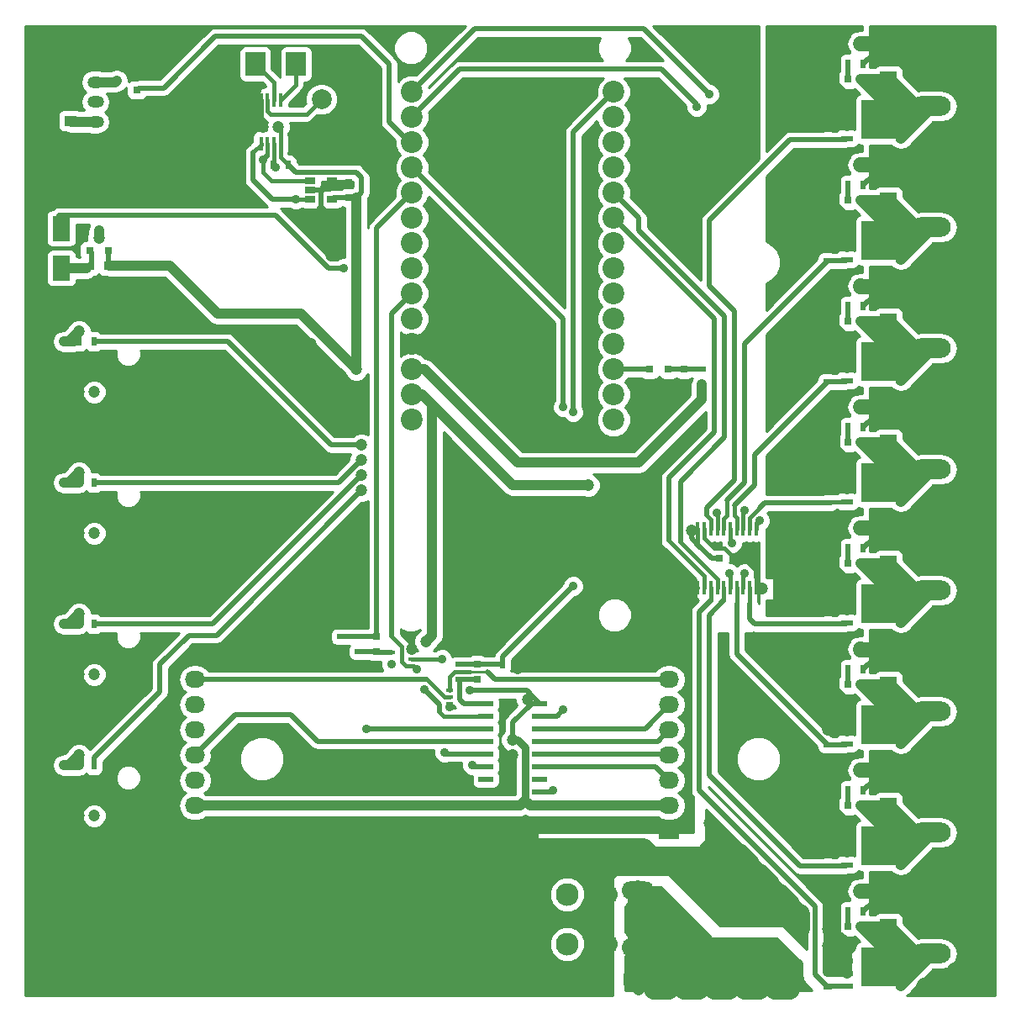
<source format=gtl>
G04 #@! TF.FileFunction,Copper,L1,Top,Signal*
%FSLAX46Y46*%
G04 Gerber Fmt 4.6, Leading zero omitted, Abs format (unit mm)*
G04 Created by KiCad (PCBNEW (2015-12-10 BZR 6367)-product) date Fri 14 Oct 2016 00:38:17 BST*
%MOMM*%
G01*
G04 APERTURE LIST*
%ADD10C,0.100000*%
%ADD11R,0.500000X0.900000*%
%ADD12R,0.900000X0.500000*%
%ADD13R,1.270000X0.610000*%
%ADD14R,1.020000X0.610000*%
%ADD15R,3.810000X3.910000*%
%ADD16O,3.962400X1.981200*%
%ADD17R,1.800860X2.499360*%
%ADD18R,0.797560X0.797560*%
%ADD19R,1.000000X1.250000*%
%ADD20R,1.250000X1.000000*%
%ADD21R,0.750000X0.800000*%
%ADD22R,0.800000X0.750000*%
%ADD23R,2.032000X1.727200*%
%ADD24O,2.032000X1.727200*%
%ADD25R,0.800100X0.800100*%
%ADD26R,0.450000X1.450000*%
%ADD27R,1.060000X0.650000*%
%ADD28R,0.660400X0.406400*%
%ADD29R,1.500000X0.600000*%
%ADD30R,2.000000X2.400000*%
%ADD31C,2.200000*%
%ADD32R,1.699260X1.198880*%
%ADD33O,1.699260X1.198880*%
%ADD34O,2.100000X3.300000*%
%ADD35O,3.300000X1.800000*%
%ADD36C,2.300000*%
%ADD37C,2.000000*%
%ADD38C,1.200000*%
%ADD39C,0.900000*%
%ADD40C,1.024000*%
%ADD41C,2.000000*%
%ADD42C,0.508000*%
%ADD43C,1.500000*%
%ADD44C,0.381000*%
%ADD45C,0.768000*%
%ADD46C,0.254000*%
G04 APERTURE END LIST*
D10*
D11*
X128766000Y-56388000D03*
X127266000Y-56388000D03*
D12*
X125222000Y-63996000D03*
X125222000Y-62496000D03*
D13*
X127124000Y-60071000D03*
X127124000Y-61341000D03*
X127124000Y-62611000D03*
X127124000Y-63881000D03*
D14*
X132589000Y-63881000D03*
X132589000Y-62611000D03*
X132589000Y-61341000D03*
X132589000Y-60071000D03*
D15*
X130484000Y-61976000D03*
D16*
X135636000Y-55626000D03*
X135636000Y-60626000D03*
D17*
X131318000Y-54389020D03*
X131318000Y-58386980D03*
D18*
X127266700Y-57912000D03*
X128765300Y-57912000D03*
D19*
X128508000Y-54356000D03*
X126508000Y-54356000D03*
X128508000Y-103124000D03*
X126508000Y-103124000D03*
D18*
X127266700Y-106680000D03*
X128765300Y-106680000D03*
D17*
X131318000Y-103157020D03*
X131318000Y-107154980D03*
D16*
X135636000Y-104394000D03*
X135636000Y-109394000D03*
D13*
X127124000Y-108839000D03*
X127124000Y-110109000D03*
X127124000Y-111379000D03*
X127124000Y-112649000D03*
D14*
X132589000Y-112649000D03*
X132589000Y-111379000D03*
X132589000Y-110109000D03*
X132589000Y-108839000D03*
D15*
X130484000Y-110744000D03*
D12*
X125222000Y-112764000D03*
X125222000Y-111264000D03*
D11*
X128766000Y-105156000D03*
X127266000Y-105156000D03*
X128766000Y-117348000D03*
X127266000Y-117348000D03*
D12*
X125222000Y-124956000D03*
X125222000Y-123456000D03*
D13*
X127124000Y-121031000D03*
X127124000Y-122301000D03*
X127124000Y-123571000D03*
X127124000Y-124841000D03*
D14*
X132589000Y-124841000D03*
X132589000Y-123571000D03*
X132589000Y-122301000D03*
X132589000Y-121031000D03*
D15*
X130484000Y-122936000D03*
D16*
X135636000Y-116586000D03*
X135636000Y-121586000D03*
D17*
X131318000Y-115349020D03*
X131318000Y-119346980D03*
D18*
X127266700Y-118872000D03*
X128765300Y-118872000D03*
D19*
X128508000Y-115316000D03*
X126508000Y-115316000D03*
X128508000Y-66548000D03*
X126508000Y-66548000D03*
D18*
X127266700Y-70104000D03*
X128765300Y-70104000D03*
D17*
X131318000Y-66581020D03*
X131318000Y-70578980D03*
D16*
X135636000Y-67818000D03*
X135636000Y-72818000D03*
D13*
X127124000Y-72263000D03*
X127124000Y-73533000D03*
X127124000Y-74803000D03*
X127124000Y-76073000D03*
D14*
X132589000Y-76073000D03*
X132589000Y-74803000D03*
X132589000Y-73533000D03*
X132589000Y-72263000D03*
D15*
X130484000Y-74168000D03*
D12*
X125222000Y-76188000D03*
X125222000Y-74688000D03*
D11*
X128766000Y-68580000D03*
X127266000Y-68580000D03*
X128766000Y-44196000D03*
X127266000Y-44196000D03*
D12*
X125222000Y-51804000D03*
X125222000Y-50304000D03*
D13*
X127124000Y-47879000D03*
X127124000Y-49149000D03*
X127124000Y-50419000D03*
X127124000Y-51689000D03*
D14*
X132589000Y-51689000D03*
X132589000Y-50419000D03*
X132589000Y-49149000D03*
X132589000Y-47879000D03*
D15*
X130484000Y-49784000D03*
D16*
X135636000Y-43434000D03*
X135636000Y-48434000D03*
D17*
X131318000Y-42197020D03*
X131318000Y-46194980D03*
D18*
X127266700Y-45720000D03*
X128765300Y-45720000D03*
D19*
X128508000Y-42164000D03*
X126508000Y-42164000D03*
X128508000Y-90932000D03*
X126508000Y-90932000D03*
D18*
X127266700Y-94488000D03*
X128765300Y-94488000D03*
D17*
X131318000Y-90965020D03*
X131318000Y-94962980D03*
D16*
X135636000Y-92202000D03*
X135636000Y-97202000D03*
D13*
X127124000Y-96647000D03*
X127124000Y-97917000D03*
X127124000Y-99187000D03*
X127124000Y-100457000D03*
D14*
X132589000Y-100457000D03*
X132589000Y-99187000D03*
X132589000Y-97917000D03*
X132589000Y-96647000D03*
D15*
X130484000Y-98552000D03*
D12*
X125222000Y-100572000D03*
X125222000Y-99072000D03*
D11*
X128766000Y-92964000D03*
X127266000Y-92964000D03*
X128766000Y-80772000D03*
X127266000Y-80772000D03*
D12*
X125222000Y-88380000D03*
X125222000Y-86880000D03*
D13*
X127124000Y-84455000D03*
X127124000Y-85725000D03*
X127124000Y-86995000D03*
X127124000Y-88265000D03*
D14*
X132589000Y-88265000D03*
X132589000Y-86995000D03*
X132589000Y-85725000D03*
X132589000Y-84455000D03*
D15*
X130484000Y-86360000D03*
D16*
X135636000Y-80010000D03*
X135636000Y-85010000D03*
D17*
X131318000Y-78773020D03*
X131318000Y-82770980D03*
D18*
X127266700Y-82296000D03*
X128765300Y-82296000D03*
D19*
X128508000Y-78740000D03*
X126508000Y-78740000D03*
X105140000Y-124206000D03*
X103140000Y-124206000D03*
D20*
X48895000Y-37735000D03*
X48895000Y-39735000D03*
D21*
X76962000Y-45454000D03*
X76962000Y-43954000D03*
D22*
X114312000Y-81788000D03*
X115812000Y-81788000D03*
D19*
X128508000Y-29972000D03*
X126508000Y-29972000D03*
D22*
X48248000Y-59944000D03*
X46748000Y-59944000D03*
X48248000Y-74168000D03*
X46748000Y-74168000D03*
X51296000Y-65024000D03*
X49796000Y-65024000D03*
X51296000Y-79248000D03*
X49796000Y-79248000D03*
X48248000Y-88392000D03*
X46748000Y-88392000D03*
X48248000Y-102616000D03*
X46748000Y-102616000D03*
X51296000Y-93472000D03*
X49796000Y-93472000D03*
X51296000Y-107696000D03*
X49796000Y-107696000D03*
D21*
X110744000Y-62750000D03*
X110744000Y-64250000D03*
X89916000Y-92468000D03*
X89916000Y-93968000D03*
X79756000Y-89674000D03*
X79756000Y-91174000D03*
D18*
X127266700Y-33528000D03*
X128765300Y-33528000D03*
D17*
X131318000Y-30005020D03*
X131318000Y-34002980D03*
D23*
X109220000Y-109220000D03*
D24*
X109220000Y-106680000D03*
X109220000Y-104140000D03*
X109220000Y-101600000D03*
X109220000Y-99060000D03*
X109220000Y-96520000D03*
X109220000Y-93980000D03*
D23*
X61468000Y-109220000D03*
D24*
X61468000Y-106680000D03*
X61468000Y-104140000D03*
X61468000Y-101600000D03*
X61468000Y-99060000D03*
X61468000Y-96520000D03*
X61468000Y-93980000D03*
D16*
X135636000Y-31242000D03*
X135636000Y-36242000D03*
D25*
X55610760Y-34605000D03*
X55610760Y-32705000D03*
X53611780Y-33655000D03*
D13*
X127124000Y-35687000D03*
X127124000Y-36957000D03*
X127124000Y-38227000D03*
X127124000Y-39497000D03*
D14*
X132589000Y-39497000D03*
X132589000Y-38227000D03*
X132589000Y-36957000D03*
X132589000Y-35687000D03*
D15*
X130484000Y-37592000D03*
D25*
X50866000Y-50784760D03*
X52766000Y-50784760D03*
X51816000Y-48785780D03*
D12*
X57150000Y-34405000D03*
X57150000Y-32905000D03*
D11*
X70854000Y-42164000D03*
X69354000Y-42164000D03*
D12*
X125222000Y-39612000D03*
X125222000Y-38112000D03*
D11*
X128766000Y-32004000D03*
X127266000Y-32004000D03*
X49796000Y-59944000D03*
X51296000Y-59944000D03*
X49796000Y-74168000D03*
X51296000Y-74168000D03*
X52566000Y-52324000D03*
X51066000Y-52324000D03*
X49796000Y-88392000D03*
X51296000Y-88392000D03*
X49796000Y-102616000D03*
X51296000Y-102616000D03*
D12*
X112522000Y-64250000D03*
X112522000Y-62750000D03*
X88138000Y-92468000D03*
X88138000Y-93968000D03*
D11*
X92468000Y-92456000D03*
X93968000Y-92456000D03*
D12*
X77978000Y-89674000D03*
X77978000Y-91174000D03*
X76200000Y-89674000D03*
X76200000Y-91174000D03*
D26*
X70063000Y-35646000D03*
X69413000Y-35646000D03*
X68763000Y-35646000D03*
X68113000Y-35646000D03*
X68113000Y-40046000D03*
X68763000Y-40046000D03*
X69413000Y-40046000D03*
X70063000Y-40046000D03*
D27*
X73068000Y-43754000D03*
X73068000Y-44704000D03*
X73068000Y-45654000D03*
X75268000Y-45654000D03*
X75268000Y-43754000D03*
D26*
X112137000Y-84738000D03*
X112787000Y-84738000D03*
X113437000Y-84738000D03*
X114087000Y-84738000D03*
X114737000Y-84738000D03*
X115387000Y-84738000D03*
X116037000Y-84738000D03*
X116687000Y-84738000D03*
X117337000Y-84738000D03*
X117987000Y-84738000D03*
X117987000Y-78838000D03*
X117337000Y-78838000D03*
X116687000Y-78838000D03*
X116037000Y-78838000D03*
X115387000Y-78838000D03*
X114737000Y-78838000D03*
X114087000Y-78838000D03*
X113437000Y-78838000D03*
X112787000Y-78838000D03*
X112137000Y-78838000D03*
D25*
X109154000Y-62753240D03*
X107254000Y-62753240D03*
X108204000Y-64752220D03*
D28*
X87122000Y-95097600D03*
X87122000Y-96418400D03*
X87122000Y-95758000D03*
X89154000Y-96418400D03*
X89154000Y-95097600D03*
D29*
X90772000Y-96393000D03*
X90772000Y-97663000D03*
X90772000Y-98933000D03*
X90772000Y-100203000D03*
X90772000Y-101473000D03*
X90772000Y-102743000D03*
X90772000Y-104013000D03*
X90772000Y-105283000D03*
X96172000Y-105283000D03*
X96172000Y-104013000D03*
X96172000Y-102743000D03*
X96172000Y-101473000D03*
X96172000Y-100203000D03*
X96172000Y-98933000D03*
X96172000Y-97663000D03*
X96172000Y-96393000D03*
D28*
X83312000Y-92608400D03*
X83312000Y-91287600D03*
X83312000Y-91948000D03*
X81280000Y-91287600D03*
X81280000Y-92608400D03*
D30*
X67546000Y-32004000D03*
X71646000Y-32004000D03*
D31*
X103632000Y-34798000D03*
X103632000Y-37338000D03*
X103632000Y-39878000D03*
X103632000Y-42418000D03*
X103632000Y-44958000D03*
X103632000Y-47498000D03*
X103632000Y-50038000D03*
X103632000Y-52578000D03*
X103632000Y-55118000D03*
X103632000Y-57658000D03*
X103632000Y-60198000D03*
X103632000Y-62738000D03*
X103632000Y-65278000D03*
X103632000Y-67818000D03*
X83312000Y-67818000D03*
X83312000Y-65278000D03*
X83312000Y-62738000D03*
X83312000Y-60198000D03*
X83312000Y-57658000D03*
X83312000Y-55118000D03*
X83312000Y-52578000D03*
X83312000Y-50038000D03*
X83312000Y-47498000D03*
X83312000Y-44958000D03*
X83312000Y-42418000D03*
X83312000Y-39878000D03*
X83312000Y-37338000D03*
X83312000Y-34798000D03*
D17*
X48006000Y-48547020D03*
X48006000Y-52544980D03*
D32*
X51435000Y-39832280D03*
D33*
X51435000Y-35829240D03*
X51435000Y-37830760D03*
X51435000Y-33830260D03*
D34*
X96940000Y-118110000D03*
D35*
X102440000Y-120610000D03*
X102440000Y-115610000D03*
X106090000Y-121010000D03*
X106090000Y-115210000D03*
D36*
X98940000Y-115610000D03*
X98940000Y-120610000D03*
D37*
X74208000Y-35560000D03*
X79208000Y-35560000D03*
D38*
X133350000Y-116840000D03*
X130302000Y-116840000D03*
X131826000Y-116840000D03*
X134620000Y-119380000D03*
X133350000Y-118110000D03*
X138176000Y-124968000D03*
X138176000Y-123444000D03*
X139700000Y-123444000D03*
X135128000Y-124968000D03*
X136652000Y-124968000D03*
X141224000Y-124968000D03*
X139700000Y-124968000D03*
X106172000Y-123190000D03*
X121412000Y-125222000D03*
X119888000Y-125222000D03*
X118364000Y-125222000D03*
X116840000Y-125222000D03*
X115316000Y-125222000D03*
X113792000Y-125222000D03*
X112268000Y-125222000D03*
X110744000Y-125222000D03*
X109220000Y-125222000D03*
X107696000Y-125222000D03*
X106172000Y-125222000D03*
X121412000Y-123190000D03*
X107696000Y-123190000D03*
X109220000Y-123190000D03*
X110744000Y-123190000D03*
X112268000Y-123190000D03*
X113792000Y-123190000D03*
X115316000Y-123190000D03*
X116840000Y-123190000D03*
X118364000Y-123190000D03*
X119888000Y-123190000D03*
X113284000Y-108458000D03*
X114300000Y-109474000D03*
X115316000Y-110490000D03*
X122174000Y-110236000D03*
X121158000Y-109220000D03*
X120142000Y-108204000D03*
X119126000Y-107188000D03*
X118110000Y-106172000D03*
X123190000Y-111252000D03*
X115062000Y-103124000D03*
X116078000Y-104140000D03*
X117094000Y-105156000D03*
X124206000Y-97536000D03*
X123190000Y-96520000D03*
X122174000Y-95504000D03*
X121158000Y-94488000D03*
X120142000Y-93472000D03*
X118110000Y-91440000D03*
X119126000Y-92456000D03*
X123952000Y-101600000D03*
X122936000Y-100584000D03*
X121920000Y-99568000D03*
X120904000Y-98552000D03*
X119888000Y-97536000D03*
X115824000Y-93472000D03*
X116840000Y-94488000D03*
X117856000Y-95504000D03*
X118872000Y-96520000D03*
X126508000Y-115316000D03*
X125219000Y-119126000D03*
X125222000Y-36576000D03*
X123698000Y-36576000D03*
X122174000Y-36576000D03*
X120650000Y-36576000D03*
X120650000Y-38100000D03*
X122174000Y-38100000D03*
X123698000Y-38100000D03*
X126508000Y-42164000D03*
X124968000Y-41656000D03*
X123952000Y-50800000D03*
X122936000Y-51816000D03*
X122936000Y-49784000D03*
X121920000Y-48768000D03*
X120904000Y-47752000D03*
X119888000Y-46736000D03*
X123444000Y-41656000D03*
X121920000Y-41656000D03*
X120904000Y-42672000D03*
X119888000Y-43688000D03*
X119888000Y-45212000D03*
X126508000Y-54356000D03*
X119888000Y-59436000D03*
X120904000Y-58420000D03*
X121920000Y-57404000D03*
X122936000Y-56388000D03*
X123952000Y-55372000D03*
X124968000Y-54356000D03*
X122936000Y-61976000D03*
X123952000Y-62992000D03*
X122936000Y-64008000D03*
X121920000Y-65024000D03*
X120904000Y-66040000D03*
X119888000Y-67056000D03*
X119888000Y-65024000D03*
X120904000Y-64008000D03*
X121920000Y-62992000D03*
X126508000Y-66548000D03*
X122682000Y-69596000D03*
X121666000Y-70612000D03*
X120650000Y-71628000D03*
X120650000Y-73152000D03*
X120650000Y-74676000D03*
X122174000Y-74676000D03*
X123698000Y-74676000D03*
X123698000Y-79248000D03*
X122174000Y-79248000D03*
X120650000Y-79248000D03*
X120650000Y-77724000D03*
X122174000Y-77724000D03*
X123698000Y-77724000D03*
X125222000Y-77724000D03*
X123698000Y-85344000D03*
X122174000Y-85344000D03*
X120650000Y-85344000D03*
X120650000Y-86868000D03*
X122174000Y-86868000D03*
X123698000Y-86868000D03*
X123190000Y-92456000D03*
X122174000Y-91440000D03*
X120650000Y-91440000D03*
X120650000Y-89916000D03*
X122174000Y-89916000D03*
X123698000Y-89916000D03*
X125222000Y-89916000D03*
X113284000Y-111506000D03*
X118364000Y-113538000D03*
X117348000Y-112522000D03*
X116332000Y-111506000D03*
X122428000Y-119126000D03*
X119380000Y-114554000D03*
X120396000Y-115570000D03*
X121412000Y-116586000D03*
X122428000Y-117602000D03*
X119380000Y-117602000D03*
X118364000Y-116586000D03*
X117348000Y-115570000D03*
X116332000Y-114554000D03*
X115316000Y-113538000D03*
X114300000Y-112522000D03*
X55610760Y-32705000D03*
D39*
X107188000Y-30734000D03*
X107188000Y-34544000D03*
X110236000Y-29718000D03*
X93980000Y-30226000D03*
X92710000Y-45720000D03*
X80010000Y-42164000D03*
X96774000Y-63754000D03*
X106934000Y-74676000D03*
D38*
X118618000Y-84836000D03*
X111252000Y-84836000D03*
X75184000Y-51308000D03*
X125222000Y-120777000D03*
X125222000Y-111264000D03*
X125222000Y-99072000D03*
X125222000Y-86880000D03*
X125222000Y-74688000D03*
X125222000Y-62496000D03*
X125222000Y-50304000D03*
X125222000Y-38112000D03*
X127127000Y-120777000D03*
X127124000Y-108839000D03*
X127124000Y-96647000D03*
X127124000Y-84455000D03*
X127124000Y-72263000D03*
X127124000Y-60071000D03*
X127124000Y-35687000D03*
X127124000Y-47879000D03*
X66802000Y-60198000D03*
X52832000Y-55118000D03*
X46736000Y-56134000D03*
X73152000Y-60198000D03*
D39*
X93980000Y-92964000D03*
X76200000Y-91186000D03*
D38*
X83312000Y-90932000D03*
X93472000Y-101600000D03*
X49784000Y-93472000D03*
X49784000Y-107696000D03*
X46736000Y-101600000D03*
X49784000Y-65024000D03*
X49784000Y-79248000D03*
X46736000Y-87376000D03*
X46736000Y-73152000D03*
X46736000Y-58928000D03*
X68326000Y-38354000D03*
D39*
X87122000Y-96774000D03*
D38*
X111506000Y-78994000D03*
X101092000Y-74422000D03*
X84709000Y-90170000D03*
D39*
X81280000Y-92456000D03*
D38*
X94996000Y-96012000D03*
X93472000Y-100076000D03*
D39*
X89154000Y-95097600D03*
D38*
X69850000Y-38354000D03*
X77724000Y-62738000D03*
X49784000Y-101600000D03*
X49784000Y-87376000D03*
X51816000Y-49530000D03*
X51308000Y-65024000D03*
X51308000Y-79248000D03*
X51308000Y-93472000D03*
X51308000Y-107696000D03*
X49784000Y-73152000D03*
X49784000Y-58928000D03*
D39*
X99568000Y-67056000D03*
X99568000Y-84582000D03*
X78740000Y-98933000D03*
X86614000Y-101346000D03*
X89408000Y-102616000D03*
X69596000Y-42418000D03*
X71628000Y-45654000D03*
X68326000Y-41656000D03*
X84582000Y-94996000D03*
X83820000Y-92964000D03*
X97536000Y-105156000D03*
X86360000Y-91948000D03*
X116840000Y-83312000D03*
X115316000Y-83312000D03*
D38*
X78232000Y-70358000D03*
X78232000Y-71882000D03*
D39*
X114046000Y-77216000D03*
X115570000Y-80264000D03*
D38*
X78232000Y-73406000D03*
X78232000Y-74930000D03*
D39*
X76454000Y-52578000D03*
X98552000Y-66548000D03*
X98552000Y-97028000D03*
X116840000Y-76962000D03*
X112014000Y-36322000D03*
X118364000Y-77978000D03*
X113284000Y-35052000D03*
D40*
X131826000Y-116840000D02*
X130302000Y-116840000D01*
X133350000Y-118110000D02*
X134620000Y-119380000D01*
X133350000Y-116840000D02*
X133350000Y-118110000D01*
X131859020Y-115349020D02*
X133350000Y-116840000D01*
X131318000Y-115349020D02*
X131859020Y-115349020D01*
D41*
X138176000Y-124968000D02*
X138176000Y-123444000D01*
X135128000Y-124968000D02*
X136652000Y-124968000D01*
X139700000Y-124968000D02*
X141224000Y-124968000D01*
X106090000Y-121010000D02*
X106090000Y-123108000D01*
X106090000Y-123108000D02*
X106172000Y-123190000D01*
X119888000Y-125222000D02*
X121412000Y-125222000D01*
X116840000Y-125222000D02*
X118364000Y-125222000D01*
X113792000Y-125222000D02*
X115316000Y-125222000D01*
X110744000Y-125222000D02*
X112268000Y-125222000D01*
X107696000Y-125222000D02*
X109220000Y-125222000D01*
X106172000Y-123190000D02*
X107696000Y-123190000D01*
X109220000Y-123190000D02*
X110744000Y-123190000D01*
X112268000Y-123190000D02*
X113792000Y-123190000D01*
X115316000Y-123190000D02*
X116840000Y-123190000D01*
X118364000Y-123190000D02*
X119888000Y-123190000D01*
X106090000Y-115210000D02*
X106090000Y-121010000D01*
D42*
X128766000Y-117348000D02*
X130764980Y-115349020D01*
X130764980Y-115349020D02*
X131318000Y-115349020D01*
X128766000Y-105156000D02*
X130764980Y-103157020D01*
X130764980Y-103157020D02*
X131318000Y-103157020D01*
X128766000Y-92964000D02*
X130764980Y-90965020D01*
X130764980Y-90965020D02*
X131318000Y-90965020D01*
X128766000Y-80772000D02*
X130764980Y-78773020D01*
X130764980Y-78773020D02*
X131318000Y-78773020D01*
D43*
X131318000Y-78773020D02*
X131284980Y-78740000D01*
X131284980Y-78740000D02*
X128508000Y-78740000D01*
D42*
X128766000Y-68580000D02*
X130764980Y-66581020D01*
X130764980Y-66581020D02*
X131318000Y-66581020D01*
X128766000Y-56388000D02*
X130764980Y-54389020D01*
X130764980Y-54389020D02*
X131318000Y-54389020D01*
X128766000Y-44196000D02*
X130764980Y-42197020D01*
X130764980Y-42197020D02*
X131318000Y-42197020D01*
X128766000Y-32004000D02*
X130764980Y-30005020D01*
X130764980Y-30005020D02*
X131318000Y-30005020D01*
D43*
X131318000Y-30005020D02*
X131284980Y-29972000D01*
X131284980Y-29972000D02*
X128508000Y-29972000D01*
X131318000Y-42197020D02*
X131284980Y-42164000D01*
X131284980Y-42164000D02*
X128508000Y-42164000D01*
X131318000Y-54389020D02*
X128541020Y-54389020D01*
X128541020Y-54389020D02*
X128508000Y-54356000D01*
X131318000Y-54389020D02*
X131284980Y-54356000D01*
X131318000Y-66581020D02*
X131284980Y-66548000D01*
X131284980Y-66548000D02*
X128508000Y-66548000D01*
X131318000Y-115349020D02*
X131284980Y-115316000D01*
X131284980Y-115316000D02*
X128508000Y-115316000D01*
X131318000Y-103157020D02*
X131284980Y-103124000D01*
X131284980Y-103124000D02*
X128508000Y-103124000D01*
X131318000Y-90965020D02*
X128541020Y-90965020D01*
X128541020Y-90965020D02*
X128508000Y-90932000D01*
X135636000Y-116586000D02*
X134399020Y-115349020D01*
X134399020Y-115349020D02*
X131318000Y-115349020D01*
X135636000Y-67818000D02*
X134399020Y-66581020D01*
X134399020Y-66581020D02*
X131318000Y-66581020D01*
X135636000Y-104394000D02*
X134399020Y-103157020D01*
X134399020Y-103157020D02*
X131318000Y-103157020D01*
X135636000Y-55626000D02*
X134399020Y-54389020D01*
X134399020Y-54389020D02*
X131318000Y-54389020D01*
X135636000Y-92202000D02*
X134399020Y-90965020D01*
X134399020Y-90965020D02*
X131318000Y-90965020D01*
X135636000Y-43434000D02*
X134399020Y-42197020D01*
X134399020Y-42197020D02*
X131318000Y-42197020D01*
X135636000Y-80010000D02*
X134399020Y-78773020D01*
X134399020Y-78773020D02*
X131318000Y-78773020D01*
X135636000Y-31242000D02*
X134399020Y-30005020D01*
X134399020Y-30005020D02*
X131318000Y-30005020D01*
D40*
X116332000Y-111506000D02*
X115316000Y-110490000D01*
X114300000Y-109474000D02*
X113284000Y-108458000D01*
X122174000Y-110236000D02*
X121158000Y-109220000D01*
X120142000Y-108204000D02*
X119126000Y-107188000D01*
X125210000Y-111252000D02*
X123190000Y-111252000D01*
X117094000Y-105156000D02*
X116078000Y-104140000D01*
X125222000Y-98552000D02*
X124206000Y-97536000D01*
X123190000Y-96520000D02*
X122174000Y-95504000D01*
X121158000Y-94488000D02*
X120142000Y-93472000D01*
X125222000Y-99072000D02*
X125222000Y-98552000D01*
X119126000Y-92456000D02*
X118110000Y-91440000D01*
X125476000Y-103124000D02*
X123952000Y-101600000D01*
X122936000Y-100584000D02*
X121920000Y-99568000D01*
X120904000Y-98552000D02*
X119888000Y-97536000D01*
X126508000Y-103124000D02*
X125476000Y-103124000D01*
X116840000Y-94488000D02*
X115824000Y-93472000D01*
X118872000Y-96520000D02*
X117856000Y-95504000D01*
X125219000Y-119126000D02*
X125476000Y-119383000D01*
X126107185Y-119915933D02*
X126107185Y-115716815D01*
X126107185Y-115716815D02*
X126508000Y-115316000D01*
X125222000Y-38112000D02*
X123710000Y-38112000D01*
X123698000Y-36576000D02*
X125222000Y-36576000D01*
X120650000Y-36576000D02*
X122174000Y-36576000D01*
X122174000Y-38100000D02*
X120650000Y-38100000D01*
X123710000Y-38112000D02*
X123698000Y-38100000D01*
D43*
X125476000Y-43196000D02*
X125476000Y-46231000D01*
X127124000Y-47879000D02*
X125476000Y-46231000D01*
X126508000Y-42164000D02*
X125476000Y-43196000D01*
D40*
X123444000Y-41656000D02*
X124968000Y-41656000D01*
X119888000Y-46736000D02*
X119888000Y-45212000D01*
X124448000Y-50304000D02*
X123952000Y-50800000D01*
X122936000Y-51816000D02*
X122936000Y-49784000D01*
X121920000Y-48768000D02*
X120904000Y-47752000D01*
X125222000Y-50304000D02*
X124448000Y-50304000D01*
X121920000Y-41656000D02*
X123444000Y-41656000D01*
X119888000Y-43688000D02*
X120904000Y-42672000D01*
X124968000Y-54356000D02*
X126508000Y-54356000D01*
X123952000Y-55372000D02*
X124968000Y-54356000D01*
X120904000Y-58420000D02*
X121920000Y-57404000D01*
X122936000Y-56388000D02*
X123952000Y-55372000D01*
X119888000Y-65024000D02*
X119888000Y-59436000D01*
X123952000Y-62992000D02*
X122936000Y-64008000D01*
X121920000Y-65024000D02*
X120904000Y-66040000D01*
X119888000Y-67056000D02*
X119888000Y-65024000D01*
X120904000Y-64008000D02*
X121920000Y-62992000D01*
D43*
X125730000Y-67326000D02*
X125730000Y-70869000D01*
X127124000Y-72263000D02*
X125730000Y-70869000D01*
X126508000Y-66548000D02*
X125730000Y-67326000D01*
D40*
X120650000Y-71628000D02*
X121666000Y-70612000D01*
X120650000Y-74676000D02*
X120650000Y-73152000D01*
X123698000Y-74676000D02*
X122174000Y-74676000D01*
X126508000Y-78740000D02*
X126238000Y-78740000D01*
X126238000Y-78740000D02*
X125222000Y-77724000D01*
X122174000Y-79248000D02*
X123698000Y-79248000D01*
X120650000Y-77724000D02*
X120650000Y-79248000D01*
X123698000Y-77724000D02*
X122174000Y-77724000D01*
X122174000Y-85344000D02*
X123698000Y-85344000D01*
X120650000Y-86868000D02*
X120650000Y-85344000D01*
X123698000Y-86868000D02*
X122174000Y-86868000D01*
X126508000Y-90932000D02*
X126238000Y-90932000D01*
X126238000Y-90932000D02*
X125222000Y-89916000D01*
X122174000Y-91440000D02*
X123190000Y-92456000D01*
X120650000Y-89916000D02*
X120650000Y-91440000D01*
X123698000Y-89916000D02*
X122174000Y-89916000D01*
X125222000Y-111264000D02*
X125210000Y-111252000D01*
D41*
X96940000Y-118110000D02*
X94742000Y-115912000D01*
X106680000Y-110998000D02*
X108458000Y-112776000D01*
X94742000Y-110998000D02*
X106680000Y-110998000D01*
X94742000Y-115912000D02*
X94742000Y-110998000D01*
X108458000Y-112776000D02*
X108458000Y-112268000D01*
X108458000Y-112268000D02*
X108458000Y-112776000D01*
X102440000Y-115610000D02*
X102440000Y-113968000D01*
X102440000Y-113968000D02*
X103632000Y-112776000D01*
X103632000Y-112776000D02*
X108458000Y-112776000D01*
X110236000Y-112776000D02*
X111252000Y-113792000D01*
X108458000Y-112776000D02*
X110236000Y-112776000D01*
X113284000Y-111506000D02*
X114300000Y-112522000D01*
X119380000Y-114554000D02*
X118364000Y-113538000D01*
X117348000Y-112522000D02*
X116332000Y-111506000D01*
X121412000Y-116586000D02*
X120396000Y-115570000D01*
X122428000Y-119126000D02*
X122428000Y-117602000D01*
X117348000Y-115570000D02*
X118364000Y-116586000D01*
X115316000Y-113538000D02*
X116332000Y-114554000D01*
D42*
X55610760Y-32705000D02*
X55810760Y-32905000D01*
X55810760Y-32905000D02*
X57150000Y-32905000D01*
D40*
X48895000Y-39735000D02*
X48530000Y-39735000D01*
X48530000Y-39735000D02*
X45974000Y-42291000D01*
X48895000Y-39735000D02*
X51337720Y-39735000D01*
X51337720Y-39735000D02*
X51435000Y-39832280D01*
D42*
X79208000Y-35560000D02*
X79208000Y-41362000D01*
X79208000Y-41362000D02*
X80010000Y-42164000D01*
X96774000Y-70358000D02*
X96774000Y-63754000D01*
X93968000Y-92456000D02*
X94996000Y-92456000D01*
X106934000Y-80518000D02*
X106934000Y-74676000D01*
X94996000Y-92456000D02*
X106934000Y-80518000D01*
D44*
X117987000Y-84738000D02*
X118520000Y-84738000D01*
X118520000Y-84738000D02*
X118618000Y-84836000D01*
X111350000Y-84738000D02*
X112137000Y-84738000D01*
X111252000Y-84836000D02*
X111350000Y-84738000D01*
D43*
X126508000Y-78740000D02*
X125476000Y-79772000D01*
X125476000Y-82807000D02*
X127124000Y-84455000D01*
X125476000Y-79772000D02*
X125476000Y-82807000D01*
X126508000Y-29972000D02*
X125476000Y-31004000D01*
X125476000Y-34039000D02*
X127124000Y-35687000D01*
X125476000Y-31004000D02*
X125476000Y-34039000D01*
X126508000Y-54356000D02*
X125476000Y-55388000D01*
X125476000Y-55388000D02*
X125476000Y-58423000D01*
X125476000Y-58423000D02*
X127124000Y-60071000D01*
X126508000Y-115316000D02*
X125476000Y-116348000D01*
X125476000Y-116348000D02*
X125476000Y-119383000D01*
X125476000Y-119383000D02*
X126107185Y-119915933D01*
X126107185Y-119915933D02*
X127127000Y-120777000D01*
X126508000Y-103124000D02*
X125476000Y-104156000D01*
X125476000Y-107191000D02*
X127124000Y-108839000D01*
X125476000Y-104156000D02*
X125476000Y-107191000D01*
X127124000Y-96647000D02*
X125476000Y-94999000D01*
X125476000Y-91964000D02*
X126508000Y-90932000D01*
X125476000Y-94999000D02*
X125476000Y-91964000D01*
D40*
X74168000Y-46736000D02*
X75184000Y-47752000D01*
D42*
X74168000Y-44704000D02*
X74168000Y-46736000D01*
D40*
X75184000Y-47752000D02*
X75184000Y-51308000D01*
X108204000Y-66548000D02*
X104394000Y-70358000D01*
X104394000Y-70358000D02*
X96774000Y-70358000D01*
X96774000Y-70358000D02*
X94742000Y-70358000D01*
X94742000Y-70358000D02*
X84582000Y-60198000D01*
X108204000Y-64752220D02*
X108204000Y-66548000D01*
X84582000Y-60198000D02*
X83312000Y-60198000D01*
X127127000Y-120777000D02*
X126111000Y-122044000D01*
X126111000Y-122044000D02*
X126111000Y-123456000D01*
X125222000Y-120777000D02*
X127124000Y-122933000D01*
X127127000Y-122936000D02*
X127124000Y-122936000D01*
X127124000Y-122933000D02*
X127127000Y-122936000D01*
X125222000Y-120777000D02*
X125222000Y-123456000D01*
X127127000Y-120777000D02*
X125222000Y-120777000D01*
X127009000Y-123456000D02*
X126111000Y-123456000D01*
X126111000Y-123456000D02*
X125222000Y-123456000D01*
X127009000Y-111264000D02*
X125222000Y-111264000D01*
X127009000Y-99072000D02*
X125222000Y-99072000D01*
X127009000Y-86880000D02*
X125222000Y-86880000D01*
X127009000Y-74688000D02*
X125222000Y-74688000D01*
X127009000Y-62496000D02*
X125222000Y-62496000D01*
X127009000Y-50304000D02*
X125222000Y-50304000D01*
X125222000Y-38112000D02*
X127009000Y-38112000D01*
X127124000Y-122301000D02*
X127127000Y-120777000D01*
X127124000Y-110109000D02*
X127124000Y-108839000D01*
X127124000Y-97917000D02*
X127124000Y-96647000D01*
X127124000Y-85725000D02*
X127124000Y-84455000D01*
X127124000Y-72263000D02*
X127124000Y-73533000D01*
X127124000Y-61341000D02*
X127124000Y-60071000D01*
X127124000Y-36957000D02*
X127124000Y-35687000D01*
X127124000Y-47879000D02*
X127124000Y-49149000D01*
D42*
X117987000Y-82935000D02*
X117987000Y-83697000D01*
D44*
X117987000Y-84738000D02*
X117987000Y-83697000D01*
D42*
X116840000Y-81788000D02*
X117987000Y-82935000D01*
X116840000Y-81788000D02*
X115812000Y-81788000D01*
D44*
X112787000Y-78838000D02*
X112787000Y-79767000D01*
X112787000Y-79767000D02*
X113792000Y-80772000D01*
X113792000Y-80772000D02*
X114796000Y-80772000D01*
X114796000Y-80772000D02*
X115812000Y-81788000D01*
X116078000Y-81788000D02*
X115812000Y-81788000D01*
D40*
X52832000Y-55118000D02*
X47752000Y-55118000D01*
X47752000Y-55118000D02*
X46736000Y-56134000D01*
X73152000Y-60198000D02*
X66802000Y-60198000D01*
X45974000Y-42291000D02*
X45974000Y-58166000D01*
X45974000Y-58166000D02*
X46736000Y-58928000D01*
D42*
X75268000Y-43754000D02*
X75468000Y-43954000D01*
X75468000Y-43954000D02*
X76962000Y-43954000D01*
X73068000Y-44704000D02*
X74168000Y-44704000D01*
X74168000Y-44704000D02*
X74318000Y-44704000D01*
X74318000Y-44704000D02*
X75268000Y-43754000D01*
D40*
X93980000Y-92964000D02*
X93968000Y-92952000D01*
X93968000Y-92952000D02*
X93968000Y-92456000D01*
X76200000Y-91186000D02*
X76200000Y-91174000D01*
D44*
X83312000Y-91287600D02*
X83312000Y-90932000D01*
D42*
X90772000Y-105283000D02*
X92075000Y-105283000D01*
X93472000Y-103886000D02*
X93472000Y-101600000D01*
X92075000Y-105283000D02*
X93472000Y-103886000D01*
D40*
X49784000Y-93472000D02*
X49796000Y-93472000D01*
X49784000Y-107696000D02*
X49796000Y-107696000D01*
X46736000Y-101600000D02*
X46736000Y-102604000D01*
X46736000Y-102604000D02*
X46748000Y-102616000D01*
X49784000Y-65024000D02*
X49796000Y-65024000D01*
X49784000Y-79248000D02*
X49796000Y-79248000D01*
X46748000Y-87388000D02*
X46748000Y-88392000D01*
X46736000Y-87376000D02*
X46748000Y-87388000D01*
X46748000Y-73164000D02*
X46748000Y-74168000D01*
X46736000Y-73152000D02*
X46748000Y-73164000D01*
X46736000Y-58928000D02*
X46736000Y-59932000D01*
X46736000Y-59932000D02*
X46748000Y-59944000D01*
D44*
X68113000Y-35646000D02*
X68113000Y-37633000D01*
X68113000Y-37633000D02*
X68326000Y-37846000D01*
D42*
X110744000Y-64250000D02*
X108706220Y-64250000D01*
X108706220Y-64250000D02*
X108204000Y-64752220D01*
D44*
X87122000Y-96418400D02*
X87122000Y-96774000D01*
D40*
X127009000Y-62496000D02*
X127124000Y-62611000D01*
X127124000Y-61341000D02*
X127124000Y-62611000D01*
X127124000Y-110109000D02*
X127124000Y-111379000D01*
X127009000Y-111264000D02*
X127124000Y-111379000D01*
X127009000Y-123456000D02*
X127124000Y-123571000D01*
X127124000Y-122301000D02*
X127124000Y-122936000D01*
X127124000Y-122936000D02*
X127124000Y-123571000D01*
X127124000Y-73533000D02*
X127124000Y-74803000D01*
X127009000Y-74688000D02*
X127124000Y-74803000D01*
X127009000Y-50304000D02*
X127124000Y-50419000D01*
X127124000Y-49149000D02*
X127124000Y-50419000D01*
X127124000Y-97917000D02*
X127124000Y-99187000D01*
X127009000Y-99072000D02*
X127124000Y-99187000D01*
X127009000Y-86880000D02*
X127124000Y-86995000D01*
X127124000Y-85725000D02*
X127124000Y-86995000D01*
X127124000Y-36957000D02*
X127124000Y-38227000D01*
X127009000Y-38112000D02*
X127124000Y-38227000D01*
X51435000Y-37830760D02*
X48990760Y-37830760D01*
X48990760Y-37830760D02*
X48895000Y-37735000D01*
D42*
X112137000Y-80387000D02*
X111506000Y-79756000D01*
X111506000Y-79756000D02*
X111506000Y-78994000D01*
D40*
X61468000Y-106680000D02*
X94234000Y-106680000D01*
X94234000Y-106680000D02*
X94742000Y-106172000D01*
X85344000Y-66294000D02*
X93472000Y-74422000D01*
X93472000Y-74422000D02*
X101092000Y-74422000D01*
D42*
X113538000Y-81788000D02*
X114312000Y-81788000D01*
X112137000Y-80387000D02*
X113538000Y-81788000D01*
D44*
X112137000Y-80387000D02*
X112137000Y-78838000D01*
D40*
X85344000Y-89535000D02*
X84709000Y-90170000D01*
X85344000Y-89535000D02*
X85344000Y-66294000D01*
X84328000Y-65278000D02*
X85344000Y-66294000D01*
X84328000Y-65278000D02*
X83312000Y-65278000D01*
D42*
X81280000Y-92456000D02*
X81280000Y-92608400D01*
D40*
X94996000Y-106426000D02*
X95250000Y-106680000D01*
X95250000Y-106680000D02*
X109220000Y-106680000D01*
D45*
X94742000Y-106172000D02*
X94996000Y-106426000D01*
X93980000Y-100076000D02*
X94742000Y-100838000D01*
X93472000Y-100076000D02*
X93980000Y-100076000D01*
X94742000Y-100838000D02*
X94742000Y-106172000D01*
D42*
X96172000Y-96393000D02*
X95377000Y-96393000D01*
X95377000Y-96393000D02*
X94996000Y-96012000D01*
X93472000Y-98298000D02*
X93472000Y-100076000D01*
X95377000Y-96393000D02*
X93472000Y-98298000D01*
X96172000Y-96393000D02*
X94876600Y-95097600D01*
X89154000Y-95097600D02*
X94876600Y-95097600D01*
D40*
X58928000Y-52324000D02*
X63754000Y-57150000D01*
X63754000Y-57150000D02*
X72136000Y-57150000D01*
X83312000Y-62738000D02*
X84582000Y-62738000D01*
X112522000Y-65786000D02*
X112522000Y-64250000D01*
X106172000Y-72136000D02*
X112522000Y-65786000D01*
X93980000Y-72136000D02*
X106172000Y-72136000D01*
X84582000Y-62738000D02*
X93980000Y-72136000D01*
D44*
X70063000Y-40046000D02*
X70063000Y-38567000D01*
X70063000Y-38567000D02*
X69850000Y-38354000D01*
X70063000Y-40046000D02*
X70063000Y-41373000D01*
D42*
X52766000Y-50784760D02*
X52766000Y-52124000D01*
X52766000Y-52124000D02*
X52566000Y-52324000D01*
D40*
X77724000Y-62738000D02*
X72136000Y-57150000D01*
X58928000Y-52324000D02*
X52832000Y-52324000D01*
D42*
X52832000Y-52324000D02*
X52566000Y-52324000D01*
D40*
X77724000Y-45454000D02*
X77724000Y-62738000D01*
D42*
X76962000Y-45454000D02*
X75468000Y-45454000D01*
X75468000Y-45454000D02*
X75268000Y-45654000D01*
X70854000Y-42164000D02*
X71616000Y-42926000D01*
X77736000Y-45454000D02*
X77724000Y-45454000D01*
X77724000Y-45454000D02*
X76962000Y-45454000D01*
X78232000Y-44958000D02*
X77736000Y-45454000D01*
X78232000Y-43434000D02*
X78232000Y-44958000D01*
X77724000Y-42926000D02*
X78232000Y-43434000D01*
X71616000Y-42926000D02*
X77724000Y-42926000D01*
D44*
X70063000Y-41373000D02*
X70854000Y-42164000D01*
D40*
X49784000Y-101600000D02*
X48780000Y-102604000D01*
X49022000Y-102362000D02*
X49022000Y-102604000D01*
X48780000Y-102604000D02*
X49022000Y-102362000D01*
X48248000Y-102616000D02*
X48260000Y-102604000D01*
X48260000Y-102604000D02*
X49022000Y-102604000D01*
X49022000Y-102604000D02*
X49784000Y-102604000D01*
X49784000Y-102604000D02*
X49796000Y-102616000D01*
X49784000Y-101600000D02*
X49784000Y-102604000D01*
X49784000Y-102604000D02*
X49796000Y-102616000D01*
X49784000Y-87376000D02*
X48768000Y-88392000D01*
X49022000Y-88138000D02*
X49022000Y-88392000D01*
X48768000Y-88392000D02*
X49022000Y-88138000D01*
X48248000Y-88392000D02*
X49022000Y-88392000D01*
X49022000Y-88392000D02*
X49796000Y-88392000D01*
X49796000Y-87388000D02*
X49796000Y-88392000D01*
X49784000Y-87376000D02*
X49796000Y-87388000D01*
X51816000Y-48785780D02*
X51816000Y-49530000D01*
X51308000Y-65024000D02*
X51296000Y-65024000D01*
X51308000Y-79248000D02*
X51296000Y-79248000D01*
X51308000Y-93472000D02*
X51296000Y-93472000D01*
X51308000Y-107696000D02*
X51296000Y-107696000D01*
X49784000Y-73152000D02*
X48768000Y-74168000D01*
X48248000Y-74168000D02*
X48768000Y-74168000D01*
X48768000Y-74168000D02*
X49796000Y-74168000D01*
X49796000Y-73164000D02*
X49796000Y-74168000D01*
X49784000Y-73152000D02*
X49796000Y-73164000D01*
X49784000Y-58928000D02*
X48768000Y-59944000D01*
X49276000Y-59690000D02*
X49276000Y-59944000D01*
X49022000Y-59944000D02*
X49276000Y-59690000D01*
X48768000Y-59944000D02*
X49022000Y-59944000D01*
X48248000Y-59944000D02*
X49276000Y-59944000D01*
D42*
X49276000Y-59944000D02*
X49796000Y-59944000D01*
X49796000Y-58940000D02*
X49796000Y-59944000D01*
D40*
X49784000Y-58928000D02*
X49796000Y-58940000D01*
D42*
X109154000Y-62753240D02*
X110740760Y-62753240D01*
X110740760Y-62753240D02*
X110744000Y-62750000D01*
X110744000Y-62750000D02*
X112522000Y-62750000D01*
X99568000Y-38862000D02*
X99568000Y-67056000D01*
X92468000Y-91682000D02*
X99568000Y-84582000D01*
X103632000Y-34798000D02*
X99568000Y-38862000D01*
X92468000Y-91682000D02*
X92468000Y-92456000D01*
X92468000Y-92456000D02*
X89928000Y-92456000D01*
X89928000Y-92456000D02*
X89916000Y-92468000D01*
X89916000Y-92468000D02*
X88138000Y-92468000D01*
X89916000Y-93968000D02*
X88138000Y-93968000D01*
X88138000Y-93968000D02*
X88138000Y-96012000D01*
X88544400Y-96418400D02*
X89154000Y-96418400D01*
X88138000Y-96012000D02*
X88544400Y-96418400D01*
X89154000Y-96418400D02*
X90746600Y-96418400D01*
X90746600Y-96418400D02*
X90772000Y-96393000D01*
X79756000Y-89674000D02*
X79756000Y-48514000D01*
X79756000Y-48514000D02*
X83312000Y-44958000D01*
X76200000Y-89674000D02*
X77978000Y-89674000D01*
X77978000Y-89674000D02*
X79756000Y-89674000D01*
X81280000Y-91287600D02*
X79869600Y-91287600D01*
X79869600Y-91287600D02*
X79756000Y-91174000D01*
X79756000Y-91174000D02*
X77978000Y-91174000D01*
X127266000Y-32004000D02*
X127266700Y-32004700D01*
X127266700Y-32004700D02*
X127266700Y-33528000D01*
D40*
X134684000Y-37402000D02*
X131318000Y-34036000D01*
X131318000Y-34036000D02*
X131318000Y-33240980D01*
X129794000Y-33515300D02*
X133604000Y-37325300D01*
X133604000Y-37325300D02*
X133604000Y-38482000D01*
X128524000Y-33515300D02*
X130484000Y-35475300D01*
X130484000Y-35475300D02*
X130484000Y-37592000D01*
X128524000Y-33515300D02*
X129794000Y-33515300D01*
X129794000Y-33515300D02*
X131043680Y-33515300D01*
X131043680Y-33515300D02*
X131318000Y-33240980D01*
X131318000Y-33240980D02*
X131318000Y-36758000D01*
D43*
X131318000Y-36758000D02*
X130484000Y-37592000D01*
X135636000Y-36242000D02*
X135636000Y-36450000D01*
D40*
X135636000Y-36450000D02*
X134684000Y-37402000D01*
X134684000Y-37402000D02*
X133604000Y-38482000D01*
X133604000Y-38482000D02*
X132589000Y-39497000D01*
X132589000Y-39497000D02*
X132589000Y-38227000D01*
X132589000Y-38227000D02*
X132589000Y-36957000D01*
X132589000Y-36957000D02*
X132589000Y-35687000D01*
X131318000Y-33240980D02*
X134319020Y-36242000D01*
X134319020Y-36242000D02*
X135636000Y-36242000D01*
D42*
X127266000Y-80772000D02*
X127266700Y-80772700D01*
X127266700Y-80772700D02*
X127266700Y-82296000D01*
D40*
X134319020Y-85010000D02*
X135636000Y-85010000D01*
X131318000Y-82008980D02*
X134319020Y-85010000D01*
X132589000Y-85725000D02*
X132589000Y-84455000D01*
X132589000Y-86995000D02*
X132589000Y-85725000D01*
X132589000Y-88265000D02*
X132589000Y-86995000D01*
X133604000Y-87250000D02*
X132589000Y-88265000D01*
X134684000Y-86170000D02*
X133604000Y-87250000D01*
X135636000Y-85218000D02*
X134684000Y-86170000D01*
D43*
X135636000Y-85010000D02*
X135636000Y-85218000D01*
X131318000Y-85526000D02*
X130484000Y-86360000D01*
D40*
X131318000Y-82008980D02*
X131318000Y-85526000D01*
X131043680Y-82283300D02*
X131318000Y-82008980D01*
X129794000Y-82283300D02*
X131043680Y-82283300D01*
X128524000Y-82283300D02*
X129794000Y-82283300D01*
X130484000Y-84243300D02*
X130484000Y-86360000D01*
X128524000Y-82283300D02*
X130484000Y-84243300D01*
X133604000Y-86093300D02*
X133604000Y-87250000D01*
X129794000Y-82283300D02*
X133604000Y-86093300D01*
X131318000Y-82804000D02*
X131318000Y-82008980D01*
X134684000Y-86170000D02*
X131318000Y-82804000D01*
D42*
X127266000Y-44196000D02*
X127266700Y-44196700D01*
X127266700Y-44196700D02*
X127266700Y-45720000D01*
D40*
X134319020Y-48434000D02*
X135636000Y-48434000D01*
X131318000Y-45432980D02*
X134319020Y-48434000D01*
X132589000Y-49149000D02*
X132589000Y-47879000D01*
X132589000Y-50419000D02*
X132589000Y-49149000D01*
X132589000Y-51689000D02*
X132589000Y-50419000D01*
X133604000Y-50674000D02*
X132589000Y-51689000D01*
X134684000Y-49594000D02*
X133604000Y-50674000D01*
X135636000Y-48642000D02*
X134684000Y-49594000D01*
D43*
X135636000Y-48434000D02*
X135636000Y-48642000D01*
X131318000Y-48950000D02*
X130484000Y-49784000D01*
D40*
X131318000Y-45432980D02*
X131318000Y-48950000D01*
X131043680Y-45707300D02*
X131318000Y-45432980D01*
X129794000Y-45707300D02*
X131043680Y-45707300D01*
X128524000Y-45707300D02*
X129794000Y-45707300D01*
X130484000Y-47667300D02*
X130484000Y-49784000D01*
X128524000Y-45707300D02*
X130484000Y-47667300D01*
X133604000Y-49517300D02*
X133604000Y-50674000D01*
X129794000Y-45707300D02*
X133604000Y-49517300D01*
X131318000Y-46228000D02*
X131318000Y-45432980D01*
X134684000Y-49594000D02*
X131318000Y-46228000D01*
D42*
X127266000Y-92964000D02*
X127266700Y-92964700D01*
X127266700Y-92964700D02*
X127266700Y-94488000D01*
D40*
X134684000Y-98362000D02*
X131318000Y-94996000D01*
X131318000Y-94996000D02*
X131318000Y-94200980D01*
X129794000Y-94475300D02*
X133604000Y-98285300D01*
X133604000Y-98285300D02*
X133604000Y-99442000D01*
X128524000Y-94475300D02*
X130484000Y-96435300D01*
X130484000Y-96435300D02*
X130484000Y-98552000D01*
X128524000Y-94475300D02*
X129794000Y-94475300D01*
X129794000Y-94475300D02*
X131043680Y-94475300D01*
X131043680Y-94475300D02*
X131318000Y-94200980D01*
X131318000Y-94200980D02*
X131318000Y-97718000D01*
D43*
X131318000Y-97718000D02*
X130484000Y-98552000D01*
X135636000Y-97202000D02*
X135636000Y-97410000D01*
D40*
X135636000Y-97410000D02*
X134684000Y-98362000D01*
X134684000Y-98362000D02*
X133604000Y-99442000D01*
X133604000Y-99442000D02*
X132589000Y-100457000D01*
X132589000Y-100457000D02*
X132589000Y-99187000D01*
X132589000Y-99187000D02*
X132589000Y-97917000D01*
X132589000Y-97917000D02*
X132589000Y-96647000D01*
X131318000Y-94200980D02*
X134319020Y-97202000D01*
X134319020Y-97202000D02*
X135636000Y-97202000D01*
D42*
X127266000Y-56388000D02*
X127266700Y-56388700D01*
X127266700Y-56388700D02*
X127266700Y-57912000D01*
D40*
X134319020Y-60626000D02*
X135636000Y-60626000D01*
X131318000Y-57624980D02*
X134319020Y-60626000D01*
X132589000Y-61341000D02*
X132589000Y-60071000D01*
X132589000Y-62611000D02*
X132589000Y-61341000D01*
X132589000Y-63881000D02*
X132589000Y-62611000D01*
X133604000Y-62866000D02*
X132589000Y-63881000D01*
X134684000Y-61786000D02*
X133604000Y-62866000D01*
X135636000Y-60834000D02*
X134684000Y-61786000D01*
D43*
X135636000Y-60626000D02*
X135636000Y-60834000D01*
X131318000Y-61142000D02*
X130484000Y-61976000D01*
D40*
X131318000Y-57624980D02*
X131318000Y-61142000D01*
X131043680Y-57899300D02*
X131318000Y-57624980D01*
X129794000Y-57899300D02*
X131043680Y-57899300D01*
X128524000Y-57899300D02*
X129794000Y-57899300D01*
X130484000Y-59859300D02*
X130484000Y-61976000D01*
X128524000Y-57899300D02*
X130484000Y-59859300D01*
X133604000Y-61709300D02*
X133604000Y-62866000D01*
X129794000Y-57899300D02*
X133604000Y-61709300D01*
X131318000Y-58420000D02*
X131318000Y-57624980D01*
X134684000Y-61786000D02*
X131318000Y-58420000D01*
D42*
X127266000Y-105156000D02*
X127266700Y-105156700D01*
X127266700Y-105156700D02*
X127266700Y-106680000D01*
D40*
X134684000Y-110554000D02*
X131318000Y-107188000D01*
X131318000Y-107188000D02*
X131318000Y-106392980D01*
X129794000Y-106667300D02*
X133604000Y-110477300D01*
X133604000Y-110477300D02*
X133604000Y-111634000D01*
X128524000Y-106667300D02*
X130484000Y-108627300D01*
X130484000Y-108627300D02*
X130484000Y-110744000D01*
X128524000Y-106667300D02*
X129794000Y-106667300D01*
X129794000Y-106667300D02*
X131043680Y-106667300D01*
X131043680Y-106667300D02*
X131318000Y-106392980D01*
X131318000Y-106392980D02*
X131318000Y-109910000D01*
D43*
X131318000Y-109910000D02*
X130484000Y-110744000D01*
X135636000Y-109394000D02*
X135636000Y-109602000D01*
D40*
X135636000Y-109602000D02*
X134684000Y-110554000D01*
X134684000Y-110554000D02*
X133604000Y-111634000D01*
X133604000Y-111634000D02*
X132589000Y-112649000D01*
X132589000Y-112649000D02*
X132589000Y-111379000D01*
X132589000Y-111379000D02*
X132589000Y-110109000D01*
X132589000Y-110109000D02*
X132589000Y-108839000D01*
X131318000Y-106392980D02*
X134319020Y-109394000D01*
X134319020Y-109394000D02*
X135636000Y-109394000D01*
D42*
X127266000Y-68580000D02*
X127266700Y-68580700D01*
X127266700Y-68580700D02*
X127266700Y-70104000D01*
D40*
X134684000Y-73978000D02*
X131318000Y-70612000D01*
X131318000Y-70612000D02*
X131318000Y-69816980D01*
X129794000Y-70091300D02*
X133604000Y-73901300D01*
X133604000Y-73901300D02*
X133604000Y-75058000D01*
X128524000Y-70091300D02*
X130484000Y-72051300D01*
X130484000Y-72051300D02*
X130484000Y-74168000D01*
X128524000Y-70091300D02*
X129794000Y-70091300D01*
X129794000Y-70091300D02*
X131043680Y-70091300D01*
X131043680Y-70091300D02*
X131318000Y-69816980D01*
X131318000Y-69816980D02*
X131318000Y-73334000D01*
D43*
X131318000Y-73334000D02*
X130484000Y-74168000D01*
X135636000Y-72818000D02*
X135636000Y-73026000D01*
D40*
X135636000Y-73026000D02*
X134684000Y-73978000D01*
X134684000Y-73978000D02*
X133604000Y-75058000D01*
X133604000Y-75058000D02*
X132589000Y-76073000D01*
X132589000Y-76073000D02*
X132589000Y-74803000D01*
X132589000Y-74803000D02*
X132589000Y-73533000D01*
X132589000Y-73533000D02*
X132589000Y-72263000D01*
X131318000Y-69816980D02*
X134319020Y-72818000D01*
X134319020Y-72818000D02*
X135636000Y-72818000D01*
D42*
X127266000Y-117348000D02*
X127266700Y-117348700D01*
X127266700Y-117348700D02*
X127266700Y-118872000D01*
D40*
X134319020Y-121586000D02*
X135636000Y-121586000D01*
X131318000Y-118584980D02*
X134319020Y-121586000D01*
X132589000Y-122301000D02*
X132589000Y-121031000D01*
X132589000Y-123571000D02*
X132589000Y-122301000D01*
X132589000Y-124841000D02*
X132589000Y-123571000D01*
X133604000Y-123826000D02*
X132589000Y-124841000D01*
X134684000Y-122746000D02*
X133604000Y-123826000D01*
X135636000Y-121794000D02*
X134684000Y-122746000D01*
D43*
X135636000Y-121586000D02*
X135636000Y-121794000D01*
X131318000Y-122102000D02*
X130484000Y-122936000D01*
D40*
X131318000Y-118584980D02*
X131318000Y-122102000D01*
X131043680Y-118859300D02*
X131318000Y-118584980D01*
X129794000Y-118859300D02*
X131043680Y-118859300D01*
X128524000Y-118859300D02*
X129794000Y-118859300D01*
X130484000Y-120819300D02*
X130484000Y-122936000D01*
X128524000Y-118859300D02*
X130484000Y-120819300D01*
X133604000Y-122669300D02*
X133604000Y-123826000D01*
X129794000Y-118859300D02*
X133604000Y-122669300D01*
X131318000Y-119380000D02*
X131318000Y-118584980D01*
X134684000Y-122746000D02*
X131318000Y-119380000D01*
D42*
X50866000Y-50784760D02*
X51066000Y-50984760D01*
X51066000Y-50984760D02*
X51066000Y-52058000D01*
X51066000Y-52058000D02*
X50546000Y-52578000D01*
D40*
X48006000Y-52544980D02*
X50546000Y-52578000D01*
D42*
X50546000Y-52578000D02*
X50766980Y-52357020D01*
X96172000Y-102743000D02*
X107823000Y-102743000D01*
X107823000Y-102743000D02*
X109220000Y-104140000D01*
X96172000Y-101473000D02*
X109093000Y-101473000D01*
X109093000Y-101473000D02*
X109220000Y-101600000D01*
X96172000Y-100203000D02*
X108077000Y-100203000D01*
X108077000Y-100203000D02*
X109220000Y-99060000D01*
X96172000Y-98933000D02*
X106807000Y-98933000D01*
X106807000Y-98933000D02*
X109220000Y-96520000D01*
X109220000Y-93980000D02*
X91694000Y-93980000D01*
X91694000Y-93980000D02*
X90932000Y-93218000D01*
D44*
X87122000Y-93726000D02*
X87630000Y-93218000D01*
X87630000Y-93218000D02*
X89154000Y-93218000D01*
D46*
X89154000Y-93218000D02*
X90932000Y-93218000D01*
D44*
X87122000Y-95097600D02*
X87122000Y-93726000D01*
D42*
X90772000Y-98933000D02*
X78740000Y-98933000D01*
X90772000Y-100203000D02*
X73787000Y-100203000D01*
X65532000Y-97536000D02*
X61468000Y-101600000D01*
X71120000Y-97536000D02*
X65532000Y-97536000D01*
X73787000Y-100203000D02*
X71120000Y-97536000D01*
X90772000Y-101473000D02*
X86741000Y-101473000D01*
X86741000Y-101473000D02*
X86614000Y-101346000D01*
X89535000Y-102743000D02*
X89408000Y-102616000D01*
X89535000Y-102743000D02*
X90772000Y-102743000D01*
X61468000Y-93980000D02*
X84836000Y-93980000D01*
D44*
X86614000Y-95758000D02*
X84836000Y-93980000D01*
X86614000Y-95758000D02*
X87122000Y-95758000D01*
D40*
X53611780Y-33655000D02*
X53436520Y-33830260D01*
X53436520Y-33830260D02*
X51435000Y-33830260D01*
D42*
X57150000Y-34405000D02*
X58305000Y-34405000D01*
X58305000Y-34405000D02*
X63500000Y-29210000D01*
X55610760Y-34605000D02*
X55810760Y-34405000D01*
X55810760Y-34405000D02*
X57150000Y-34405000D01*
X83312000Y-39878000D02*
X83058000Y-39878000D01*
X83058000Y-39878000D02*
X81026000Y-37846000D01*
X78232000Y-29210000D02*
X63500000Y-29210000D01*
X81026000Y-32004000D02*
X78232000Y-29210000D01*
X81026000Y-37846000D02*
X81026000Y-32004000D01*
X125222000Y-39612000D02*
X121424000Y-39612000D01*
X115824000Y-56896000D02*
X115824000Y-73914000D01*
X113284000Y-54356000D02*
X115824000Y-56896000D01*
X113284000Y-47752000D02*
X113284000Y-54356000D01*
X121424000Y-39612000D02*
X113284000Y-47752000D01*
X113030000Y-76708000D02*
X113030000Y-77470000D01*
D44*
X113437000Y-77877000D02*
X113030000Y-77470000D01*
X113437000Y-78838000D02*
X113437000Y-77877000D01*
D42*
X115824000Y-73914000D02*
X113030000Y-76708000D01*
X127124000Y-39497000D02*
X127009000Y-39612000D01*
X127009000Y-39612000D02*
X125222000Y-39612000D01*
X125222000Y-88380000D02*
X117844000Y-88380000D01*
X117348000Y-87884000D02*
X117348000Y-86371000D01*
X117844000Y-88380000D02*
X117348000Y-87884000D01*
X117337000Y-86360000D02*
X117348000Y-86371000D01*
D44*
X117337000Y-84738000D02*
X117337000Y-86360000D01*
D42*
X127124000Y-88265000D02*
X127009000Y-88380000D01*
X127009000Y-88380000D02*
X125222000Y-88380000D01*
X115062000Y-75946000D02*
X116840000Y-74168000D01*
D44*
X114737000Y-78838000D02*
X114737000Y-77795000D01*
X114737000Y-77795000D02*
X115062000Y-77470000D01*
X115062000Y-77470000D02*
X115062000Y-75946000D01*
D42*
X116840000Y-60186000D02*
X125222000Y-51804000D01*
X116840000Y-74168000D02*
X116840000Y-60186000D01*
X127124000Y-51689000D02*
X127009000Y-51804000D01*
X127009000Y-51804000D02*
X125222000Y-51804000D01*
X116037000Y-86319000D02*
X116037000Y-91387000D01*
D44*
X116037000Y-84738000D02*
X116037000Y-86319000D01*
D42*
X116037000Y-91387000D02*
X125222000Y-100572000D01*
D44*
X124956000Y-100572000D02*
X125222000Y-100572000D01*
D42*
X125222000Y-100572000D02*
X127009000Y-100572000D01*
X127009000Y-100572000D02*
X127124000Y-100457000D01*
X125222000Y-63996000D02*
X117856000Y-71362000D01*
X117856000Y-71362000D02*
X117856000Y-74422000D01*
X115824000Y-76454000D02*
X117856000Y-74422000D01*
D44*
X116037000Y-78838000D02*
X116037000Y-77683000D01*
X115824000Y-77470000D02*
X115824000Y-76454000D01*
X116037000Y-77683000D02*
X115824000Y-77470000D01*
D42*
X124460000Y-64758000D02*
X125222000Y-63996000D01*
X125222000Y-63996000D02*
X127009000Y-63996000D01*
X127009000Y-63996000D02*
X127124000Y-63881000D01*
X114737000Y-86035000D02*
X113284000Y-87488000D01*
X122416000Y-112764000D02*
X125222000Y-112764000D01*
X113284000Y-103632000D02*
X122416000Y-112764000D01*
X113284000Y-87488000D02*
X113284000Y-103632000D01*
X125222000Y-112764000D02*
X127009000Y-112764000D01*
X127009000Y-112764000D02*
X127124000Y-112649000D01*
D44*
X114737000Y-84738000D02*
X114737000Y-86035000D01*
D42*
X125222000Y-76188000D02*
X118884000Y-76188000D01*
X118884000Y-76188000D02*
X118364000Y-76708000D01*
D44*
X125222000Y-76188000D02*
X125337000Y-76073000D01*
X125337000Y-76073000D02*
X127124000Y-76073000D01*
X117348000Y-77724000D02*
X118364000Y-76708000D01*
X123710000Y-76188000D02*
X125222000Y-76188000D01*
X117348000Y-77724000D02*
X117337000Y-77735000D01*
X117337000Y-78838000D02*
X117337000Y-77735000D01*
D42*
X113437000Y-86005000D02*
X112268000Y-87174000D01*
X112268000Y-105156000D02*
X123952000Y-116840000D01*
X112268000Y-87174000D02*
X112268000Y-105156000D01*
X125222000Y-124956000D02*
X123952000Y-123686000D01*
X123952000Y-123686000D02*
X123952000Y-116840000D01*
X125222000Y-124956000D02*
X125337000Y-124841000D01*
X125337000Y-124841000D02*
X127124000Y-124841000D01*
D44*
X113437000Y-84738000D02*
X113437000Y-86005000D01*
X69354000Y-42176000D02*
X69596000Y-42418000D01*
X69354000Y-42164000D02*
X69354000Y-42176000D01*
X69413000Y-40046000D02*
X69413000Y-42105000D01*
X69413000Y-42105000D02*
X69354000Y-42164000D01*
X70063000Y-35646000D02*
X71646000Y-34063000D01*
X71646000Y-34063000D02*
X71646000Y-32004000D01*
X67546000Y-32004000D02*
X69413000Y-33871000D01*
X69413000Y-33871000D02*
X69413000Y-35646000D01*
X68763000Y-35646000D02*
X68763000Y-36759000D01*
X72684000Y-37084000D02*
X74208000Y-35560000D01*
X69088000Y-37084000D02*
X72684000Y-37084000D01*
X68763000Y-36759000D02*
X69088000Y-37084000D01*
D42*
X67310000Y-43688000D02*
X69276000Y-45654000D01*
D44*
X68113000Y-40091000D02*
X67310000Y-40894000D01*
D42*
X67310000Y-40894000D02*
X67310000Y-43688000D01*
X69276000Y-45654000D02*
X71628000Y-45654000D01*
D44*
X71628000Y-45654000D02*
X73068000Y-45654000D01*
X68113000Y-40091000D02*
X68113000Y-40046000D01*
X73068000Y-43754000D02*
X69154000Y-43754000D01*
X68326000Y-42926000D02*
X68326000Y-41656000D01*
X69154000Y-43754000D02*
X68326000Y-42926000D01*
D42*
X68763000Y-41219000D02*
X68326000Y-41656000D01*
D44*
X68763000Y-40046000D02*
X68763000Y-41219000D01*
X83312000Y-92608400D02*
X82702400Y-92608400D01*
D42*
X81280000Y-57150000D02*
X83312000Y-55118000D01*
X81280000Y-89662000D02*
X81280000Y-57150000D01*
D44*
X82296000Y-90678000D02*
X81280000Y-89662000D01*
X82296000Y-92202000D02*
X82296000Y-90678000D01*
X82702400Y-92608400D02*
X82296000Y-92202000D01*
D42*
X86106000Y-96520000D02*
X86106000Y-97282000D01*
X84582000Y-94996000D02*
X86106000Y-96520000D01*
D44*
X83312000Y-92608400D02*
X83464400Y-92608400D01*
X83464400Y-92608400D02*
X83820000Y-92964000D01*
X86106000Y-97282000D02*
X86487000Y-97663000D01*
X86487000Y-97663000D02*
X90772000Y-97663000D01*
X83312000Y-91948000D02*
X86360000Y-91948000D01*
D42*
X97409000Y-105283000D02*
X97536000Y-105156000D01*
X97409000Y-105283000D02*
X96172000Y-105283000D01*
D44*
X116687000Y-83465000D02*
X116840000Y-83312000D01*
X116687000Y-84738000D02*
X116687000Y-83465000D01*
X115387000Y-83383000D02*
X115316000Y-83312000D01*
X115387000Y-84738000D02*
X115387000Y-83383000D01*
D42*
X103632000Y-44958000D02*
X106172000Y-47498000D01*
X106172000Y-47498000D02*
X106172000Y-48768000D01*
X106172000Y-48768000D02*
X114808000Y-57404000D01*
X110363000Y-80137000D02*
X110363000Y-74041000D01*
X114808000Y-69596000D02*
X114808000Y-57404000D01*
X110363000Y-74041000D02*
X114808000Y-69596000D01*
D44*
X114087000Y-83861000D02*
X110363000Y-80137000D01*
X114087000Y-84738000D02*
X114087000Y-83861000D01*
D42*
X109220000Y-73660000D02*
X113792000Y-69088000D01*
X113792000Y-69088000D02*
X113792000Y-57658000D01*
X103632000Y-47498000D02*
X113792000Y-57658000D01*
D44*
X112787000Y-83577000D02*
X109220000Y-80010000D01*
X112787000Y-83577000D02*
X112787000Y-84738000D01*
D42*
X109220000Y-73660000D02*
X109220000Y-80010000D01*
X51296000Y-59944000D02*
X64770000Y-59944000D01*
X75184000Y-70358000D02*
X64770000Y-59944000D01*
X78232000Y-70358000D02*
X75184000Y-70358000D01*
X78232000Y-71882000D02*
X75946000Y-74168000D01*
X75946000Y-74168000D02*
X51296000Y-74168000D01*
D44*
X114087000Y-77257000D02*
X114046000Y-77216000D01*
X114087000Y-77257000D02*
X114087000Y-78838000D01*
X115387000Y-80081000D02*
X115570000Y-80264000D01*
X115387000Y-80081000D02*
X115387000Y-78838000D01*
D42*
X78232000Y-73406000D02*
X63246000Y-88392000D01*
X63246000Y-88392000D02*
X51296000Y-88392000D01*
X103632000Y-62738000D02*
X107238760Y-62738000D01*
X107238760Y-62738000D02*
X107254000Y-62753240D01*
X63627000Y-89535000D02*
X60833000Y-89535000D01*
X57912000Y-92456000D02*
X57912000Y-95250000D01*
X60833000Y-89535000D02*
X57912000Y-92456000D01*
X78232000Y-74930000D02*
X63627000Y-89535000D01*
X57912000Y-95250000D02*
X51296000Y-101866000D01*
X51296000Y-102616000D02*
X51296000Y-101866000D01*
X47785020Y-47244000D02*
X69596000Y-47244000D01*
X69596000Y-47244000D02*
X74930000Y-52578000D01*
X76454000Y-52578000D02*
X74930000Y-52578000D01*
X47785020Y-47244000D02*
X48006000Y-48547020D01*
X96172000Y-97663000D02*
X97917000Y-97663000D01*
X98552000Y-57658000D02*
X83312000Y-42418000D01*
X98552000Y-66548000D02*
X98552000Y-57658000D01*
X97917000Y-97663000D02*
X98552000Y-97028000D01*
D44*
X116687000Y-78838000D02*
X116687000Y-77115000D01*
X116687000Y-77115000D02*
X116840000Y-76962000D01*
D42*
X88138000Y-32512000D02*
X108458000Y-32512000D01*
X108458000Y-32512000D02*
X112014000Y-36068000D01*
X88138000Y-32512000D02*
X83312000Y-37338000D01*
D44*
X112014000Y-36322000D02*
X112014000Y-36068000D01*
X117987000Y-78838000D02*
X117987000Y-78355000D01*
X117987000Y-78355000D02*
X118364000Y-77978000D01*
D42*
X83312000Y-34798000D02*
X89662000Y-28448000D01*
X106680000Y-28448000D02*
X113284000Y-35052000D01*
X89662000Y-28448000D02*
X106680000Y-28448000D01*
D46*
G36*
X142038000Y-125782000D02*
X133205569Y-125782000D01*
X133223511Y-125770012D01*
X133334317Y-125749162D01*
X133550441Y-125610090D01*
X133695431Y-125397890D01*
X133705898Y-125346205D01*
X134415052Y-124637051D01*
X134415054Y-124637048D01*
X135495049Y-123557054D01*
X135495052Y-123557052D01*
X135495056Y-123557046D01*
X135840502Y-123211600D01*
X136677854Y-123211600D01*
X137299944Y-123087859D01*
X137827327Y-122735473D01*
X138179713Y-122208090D01*
X138303454Y-121586000D01*
X138179713Y-120963910D01*
X137827327Y-120436527D01*
X137299944Y-120084141D01*
X136677854Y-119960400D01*
X134594146Y-119960400D01*
X134361749Y-120006626D01*
X132865870Y-118510748D01*
X132865870Y-118097300D01*
X132821592Y-117861983D01*
X132682520Y-117645859D01*
X132470320Y-117500869D01*
X132218430Y-117449860D01*
X131377725Y-117449860D01*
X131318000Y-117437980D01*
X131258275Y-117449860D01*
X130417570Y-117449860D01*
X130182253Y-117494138D01*
X129966129Y-117633210D01*
X129912089Y-117712300D01*
X129413000Y-117712300D01*
X129413000Y-113346440D01*
X131576944Y-113346440D01*
X131614910Y-113405441D01*
X131827110Y-113550431D01*
X131950654Y-113575449D01*
X132150062Y-113708690D01*
X132589000Y-113796000D01*
X133027938Y-113708690D01*
X133223511Y-113578012D01*
X133334317Y-113557162D01*
X133550441Y-113418090D01*
X133695431Y-113205890D01*
X133705898Y-113154205D01*
X134415052Y-112445051D01*
X134415054Y-112445048D01*
X135495049Y-111365054D01*
X135495052Y-111365052D01*
X135495056Y-111365046D01*
X135840502Y-111019600D01*
X136677854Y-111019600D01*
X137299944Y-110895859D01*
X137827327Y-110543473D01*
X138179713Y-110016090D01*
X138303454Y-109394000D01*
X138179713Y-108771910D01*
X137827327Y-108244527D01*
X137299944Y-107892141D01*
X136677854Y-107768400D01*
X134594146Y-107768400D01*
X134361749Y-107814626D01*
X132865870Y-106318748D01*
X132865870Y-105905300D01*
X132821592Y-105669983D01*
X132682520Y-105453859D01*
X132470320Y-105308869D01*
X132218430Y-105257860D01*
X131377725Y-105257860D01*
X131318000Y-105245980D01*
X131258275Y-105257860D01*
X130417570Y-105257860D01*
X130182253Y-105302138D01*
X129966129Y-105441210D01*
X129912089Y-105520300D01*
X129413000Y-105520300D01*
X129413000Y-101154440D01*
X131576944Y-101154440D01*
X131614910Y-101213441D01*
X131827110Y-101358431D01*
X131950654Y-101383449D01*
X132150062Y-101516690D01*
X132589000Y-101604000D01*
X133027938Y-101516690D01*
X133223511Y-101386012D01*
X133334317Y-101365162D01*
X133550441Y-101226090D01*
X133695431Y-101013890D01*
X133705898Y-100962205D01*
X134415052Y-100253051D01*
X134415054Y-100253048D01*
X135495049Y-99173054D01*
X135495052Y-99173052D01*
X135495056Y-99173046D01*
X135840502Y-98827600D01*
X136677854Y-98827600D01*
X137299944Y-98703859D01*
X137827327Y-98351473D01*
X138179713Y-97824090D01*
X138303454Y-97202000D01*
X138179713Y-96579910D01*
X137827327Y-96052527D01*
X137299944Y-95700141D01*
X136677854Y-95576400D01*
X134594146Y-95576400D01*
X134361749Y-95622626D01*
X132865870Y-94126748D01*
X132865870Y-93713300D01*
X132821592Y-93477983D01*
X132682520Y-93261859D01*
X132470320Y-93116869D01*
X132218430Y-93065860D01*
X131377725Y-93065860D01*
X131318000Y-93053980D01*
X131258275Y-93065860D01*
X130417570Y-93065860D01*
X130182253Y-93110138D01*
X129966129Y-93249210D01*
X129912089Y-93328300D01*
X129413000Y-93328300D01*
X129413000Y-88962440D01*
X131576944Y-88962440D01*
X131614910Y-89021441D01*
X131827110Y-89166431D01*
X131950654Y-89191449D01*
X132150062Y-89324690D01*
X132589000Y-89412000D01*
X133027938Y-89324690D01*
X133223511Y-89194012D01*
X133334317Y-89173162D01*
X133550441Y-89034090D01*
X133695431Y-88821890D01*
X133705898Y-88770205D01*
X134415052Y-88061051D01*
X134415054Y-88061048D01*
X135495049Y-86981054D01*
X135495052Y-86981052D01*
X135495056Y-86981046D01*
X135840502Y-86635600D01*
X136677854Y-86635600D01*
X137299944Y-86511859D01*
X137827327Y-86159473D01*
X138179713Y-85632090D01*
X138303454Y-85010000D01*
X138179713Y-84387910D01*
X137827327Y-83860527D01*
X137299944Y-83508141D01*
X136677854Y-83384400D01*
X134594146Y-83384400D01*
X134361749Y-83430626D01*
X132865870Y-81934748D01*
X132865870Y-81521300D01*
X132821592Y-81285983D01*
X132682520Y-81069859D01*
X132470320Y-80924869D01*
X132218430Y-80873860D01*
X131377725Y-80873860D01*
X131318000Y-80861980D01*
X131258275Y-80873860D01*
X130417570Y-80873860D01*
X130182253Y-80918138D01*
X129966129Y-81057210D01*
X129912089Y-81136300D01*
X129413000Y-81136300D01*
X129413000Y-76770440D01*
X131576944Y-76770440D01*
X131614910Y-76829441D01*
X131827110Y-76974431D01*
X131950654Y-76999449D01*
X132150062Y-77132690D01*
X132589000Y-77220000D01*
X133027938Y-77132690D01*
X133223511Y-77002012D01*
X133334317Y-76981162D01*
X133550441Y-76842090D01*
X133695431Y-76629890D01*
X133705898Y-76578205D01*
X134415052Y-75869051D01*
X134415054Y-75869048D01*
X135495049Y-74789054D01*
X135495052Y-74789052D01*
X135495056Y-74789046D01*
X135840502Y-74443600D01*
X136677854Y-74443600D01*
X137299944Y-74319859D01*
X137827327Y-73967473D01*
X138179713Y-73440090D01*
X138303454Y-72818000D01*
X138179713Y-72195910D01*
X137827327Y-71668527D01*
X137299944Y-71316141D01*
X136677854Y-71192400D01*
X134594146Y-71192400D01*
X134361749Y-71238626D01*
X132865870Y-69742748D01*
X132865870Y-69329300D01*
X132821592Y-69093983D01*
X132682520Y-68877859D01*
X132470320Y-68732869D01*
X132218430Y-68681860D01*
X131377725Y-68681860D01*
X131318000Y-68669980D01*
X131258275Y-68681860D01*
X130417570Y-68681860D01*
X130182253Y-68726138D01*
X129966129Y-68865210D01*
X129912089Y-68944300D01*
X129413000Y-68944300D01*
X129413000Y-64578440D01*
X131576944Y-64578440D01*
X131614910Y-64637441D01*
X131827110Y-64782431D01*
X131950654Y-64807449D01*
X132150062Y-64940690D01*
X132589000Y-65028000D01*
X133027938Y-64940690D01*
X133223511Y-64810012D01*
X133334317Y-64789162D01*
X133550441Y-64650090D01*
X133695431Y-64437890D01*
X133705898Y-64386205D01*
X134415052Y-63677051D01*
X134415054Y-63677048D01*
X135495049Y-62597054D01*
X135495052Y-62597052D01*
X135495056Y-62597046D01*
X135840502Y-62251600D01*
X136677854Y-62251600D01*
X137299944Y-62127859D01*
X137827327Y-61775473D01*
X138179713Y-61248090D01*
X138303454Y-60626000D01*
X138179713Y-60003910D01*
X137827327Y-59476527D01*
X137299944Y-59124141D01*
X136677854Y-59000400D01*
X134594146Y-59000400D01*
X134361749Y-59046626D01*
X132865870Y-57550748D01*
X132865870Y-57137300D01*
X132821592Y-56901983D01*
X132682520Y-56685859D01*
X132470320Y-56540869D01*
X132218430Y-56489860D01*
X131377725Y-56489860D01*
X131318000Y-56477980D01*
X131258275Y-56489860D01*
X130417570Y-56489860D01*
X130182253Y-56534138D01*
X129966129Y-56673210D01*
X129912089Y-56752300D01*
X129413000Y-56752300D01*
X129413000Y-52386440D01*
X131576944Y-52386440D01*
X131614910Y-52445441D01*
X131827110Y-52590431D01*
X131950654Y-52615449D01*
X132150062Y-52748690D01*
X132589000Y-52836000D01*
X133027938Y-52748690D01*
X133223511Y-52618012D01*
X133334317Y-52597162D01*
X133550441Y-52458090D01*
X133695431Y-52245890D01*
X133705898Y-52194205D01*
X134415052Y-51485051D01*
X134415054Y-51485048D01*
X135495049Y-50405054D01*
X135495052Y-50405052D01*
X135495056Y-50405046D01*
X135840502Y-50059600D01*
X136677854Y-50059600D01*
X137299944Y-49935859D01*
X137827327Y-49583473D01*
X138179713Y-49056090D01*
X138303454Y-48434000D01*
X138179713Y-47811910D01*
X137827327Y-47284527D01*
X137299944Y-46932141D01*
X136677854Y-46808400D01*
X134594146Y-46808400D01*
X134361749Y-46854626D01*
X132865870Y-45358748D01*
X132865870Y-44945300D01*
X132821592Y-44709983D01*
X132682520Y-44493859D01*
X132470320Y-44348869D01*
X132218430Y-44297860D01*
X131377725Y-44297860D01*
X131318000Y-44285980D01*
X131258275Y-44297860D01*
X130417570Y-44297860D01*
X130182253Y-44342138D01*
X129966129Y-44481210D01*
X129912089Y-44560300D01*
X129413000Y-44560300D01*
X129413000Y-40194440D01*
X131576944Y-40194440D01*
X131614910Y-40253441D01*
X131827110Y-40398431D01*
X131950654Y-40423449D01*
X132150062Y-40556690D01*
X132589000Y-40644000D01*
X133027938Y-40556690D01*
X133223511Y-40426012D01*
X133334317Y-40405162D01*
X133550441Y-40266090D01*
X133695431Y-40053890D01*
X133705898Y-40002205D01*
X134415052Y-39293051D01*
X134415054Y-39293048D01*
X135495049Y-38213054D01*
X135495052Y-38213052D01*
X135495056Y-38213046D01*
X135840502Y-37867600D01*
X136677854Y-37867600D01*
X137299944Y-37743859D01*
X137827327Y-37391473D01*
X138179713Y-36864090D01*
X138303454Y-36242000D01*
X138179713Y-35619910D01*
X137827327Y-35092527D01*
X137299944Y-34740141D01*
X136677854Y-34616400D01*
X134594146Y-34616400D01*
X134361749Y-34662626D01*
X132865870Y-33166748D01*
X132865870Y-32753300D01*
X132821592Y-32517983D01*
X132682520Y-32301859D01*
X132470320Y-32156869D01*
X132218430Y-32105860D01*
X131377725Y-32105860D01*
X131318000Y-32093980D01*
X131258275Y-32105860D01*
X130417570Y-32105860D01*
X130182253Y-32150138D01*
X129966129Y-32289210D01*
X129912089Y-32368300D01*
X129413000Y-32368300D01*
X129413000Y-28142000D01*
X142038000Y-28142000D01*
X142038000Y-125782000D01*
X142038000Y-125782000D01*
G37*
X142038000Y-125782000D02*
X133205569Y-125782000D01*
X133223511Y-125770012D01*
X133334317Y-125749162D01*
X133550441Y-125610090D01*
X133695431Y-125397890D01*
X133705898Y-125346205D01*
X134415052Y-124637051D01*
X134415054Y-124637048D01*
X135495049Y-123557054D01*
X135495052Y-123557052D01*
X135495056Y-123557046D01*
X135840502Y-123211600D01*
X136677854Y-123211600D01*
X137299944Y-123087859D01*
X137827327Y-122735473D01*
X138179713Y-122208090D01*
X138303454Y-121586000D01*
X138179713Y-120963910D01*
X137827327Y-120436527D01*
X137299944Y-120084141D01*
X136677854Y-119960400D01*
X134594146Y-119960400D01*
X134361749Y-120006626D01*
X132865870Y-118510748D01*
X132865870Y-118097300D01*
X132821592Y-117861983D01*
X132682520Y-117645859D01*
X132470320Y-117500869D01*
X132218430Y-117449860D01*
X131377725Y-117449860D01*
X131318000Y-117437980D01*
X131258275Y-117449860D01*
X130417570Y-117449860D01*
X130182253Y-117494138D01*
X129966129Y-117633210D01*
X129912089Y-117712300D01*
X129413000Y-117712300D01*
X129413000Y-113346440D01*
X131576944Y-113346440D01*
X131614910Y-113405441D01*
X131827110Y-113550431D01*
X131950654Y-113575449D01*
X132150062Y-113708690D01*
X132589000Y-113796000D01*
X133027938Y-113708690D01*
X133223511Y-113578012D01*
X133334317Y-113557162D01*
X133550441Y-113418090D01*
X133695431Y-113205890D01*
X133705898Y-113154205D01*
X134415052Y-112445051D01*
X134415054Y-112445048D01*
X135495049Y-111365054D01*
X135495052Y-111365052D01*
X135495056Y-111365046D01*
X135840502Y-111019600D01*
X136677854Y-111019600D01*
X137299944Y-110895859D01*
X137827327Y-110543473D01*
X138179713Y-110016090D01*
X138303454Y-109394000D01*
X138179713Y-108771910D01*
X137827327Y-108244527D01*
X137299944Y-107892141D01*
X136677854Y-107768400D01*
X134594146Y-107768400D01*
X134361749Y-107814626D01*
X132865870Y-106318748D01*
X132865870Y-105905300D01*
X132821592Y-105669983D01*
X132682520Y-105453859D01*
X132470320Y-105308869D01*
X132218430Y-105257860D01*
X131377725Y-105257860D01*
X131318000Y-105245980D01*
X131258275Y-105257860D01*
X130417570Y-105257860D01*
X130182253Y-105302138D01*
X129966129Y-105441210D01*
X129912089Y-105520300D01*
X129413000Y-105520300D01*
X129413000Y-101154440D01*
X131576944Y-101154440D01*
X131614910Y-101213441D01*
X131827110Y-101358431D01*
X131950654Y-101383449D01*
X132150062Y-101516690D01*
X132589000Y-101604000D01*
X133027938Y-101516690D01*
X133223511Y-101386012D01*
X133334317Y-101365162D01*
X133550441Y-101226090D01*
X133695431Y-101013890D01*
X133705898Y-100962205D01*
X134415052Y-100253051D01*
X134415054Y-100253048D01*
X135495049Y-99173054D01*
X135495052Y-99173052D01*
X135495056Y-99173046D01*
X135840502Y-98827600D01*
X136677854Y-98827600D01*
X137299944Y-98703859D01*
X137827327Y-98351473D01*
X138179713Y-97824090D01*
X138303454Y-97202000D01*
X138179713Y-96579910D01*
X137827327Y-96052527D01*
X137299944Y-95700141D01*
X136677854Y-95576400D01*
X134594146Y-95576400D01*
X134361749Y-95622626D01*
X132865870Y-94126748D01*
X132865870Y-93713300D01*
X132821592Y-93477983D01*
X132682520Y-93261859D01*
X132470320Y-93116869D01*
X132218430Y-93065860D01*
X131377725Y-93065860D01*
X131318000Y-93053980D01*
X131258275Y-93065860D01*
X130417570Y-93065860D01*
X130182253Y-93110138D01*
X129966129Y-93249210D01*
X129912089Y-93328300D01*
X129413000Y-93328300D01*
X129413000Y-88962440D01*
X131576944Y-88962440D01*
X131614910Y-89021441D01*
X131827110Y-89166431D01*
X131950654Y-89191449D01*
X132150062Y-89324690D01*
X132589000Y-89412000D01*
X133027938Y-89324690D01*
X133223511Y-89194012D01*
X133334317Y-89173162D01*
X133550441Y-89034090D01*
X133695431Y-88821890D01*
X133705898Y-88770205D01*
X134415052Y-88061051D01*
X134415054Y-88061048D01*
X135495049Y-86981054D01*
X135495052Y-86981052D01*
X135495056Y-86981046D01*
X135840502Y-86635600D01*
X136677854Y-86635600D01*
X137299944Y-86511859D01*
X137827327Y-86159473D01*
X138179713Y-85632090D01*
X138303454Y-85010000D01*
X138179713Y-84387910D01*
X137827327Y-83860527D01*
X137299944Y-83508141D01*
X136677854Y-83384400D01*
X134594146Y-83384400D01*
X134361749Y-83430626D01*
X132865870Y-81934748D01*
X132865870Y-81521300D01*
X132821592Y-81285983D01*
X132682520Y-81069859D01*
X132470320Y-80924869D01*
X132218430Y-80873860D01*
X131377725Y-80873860D01*
X131318000Y-80861980D01*
X131258275Y-80873860D01*
X130417570Y-80873860D01*
X130182253Y-80918138D01*
X129966129Y-81057210D01*
X129912089Y-81136300D01*
X129413000Y-81136300D01*
X129413000Y-76770440D01*
X131576944Y-76770440D01*
X131614910Y-76829441D01*
X131827110Y-76974431D01*
X131950654Y-76999449D01*
X132150062Y-77132690D01*
X132589000Y-77220000D01*
X133027938Y-77132690D01*
X133223511Y-77002012D01*
X133334317Y-76981162D01*
X133550441Y-76842090D01*
X133695431Y-76629890D01*
X133705898Y-76578205D01*
X134415052Y-75869051D01*
X134415054Y-75869048D01*
X135495049Y-74789054D01*
X135495052Y-74789052D01*
X135495056Y-74789046D01*
X135840502Y-74443600D01*
X136677854Y-74443600D01*
X137299944Y-74319859D01*
X137827327Y-73967473D01*
X138179713Y-73440090D01*
X138303454Y-72818000D01*
X138179713Y-72195910D01*
X137827327Y-71668527D01*
X137299944Y-71316141D01*
X136677854Y-71192400D01*
X134594146Y-71192400D01*
X134361749Y-71238626D01*
X132865870Y-69742748D01*
X132865870Y-69329300D01*
X132821592Y-69093983D01*
X132682520Y-68877859D01*
X132470320Y-68732869D01*
X132218430Y-68681860D01*
X131377725Y-68681860D01*
X131318000Y-68669980D01*
X131258275Y-68681860D01*
X130417570Y-68681860D01*
X130182253Y-68726138D01*
X129966129Y-68865210D01*
X129912089Y-68944300D01*
X129413000Y-68944300D01*
X129413000Y-64578440D01*
X131576944Y-64578440D01*
X131614910Y-64637441D01*
X131827110Y-64782431D01*
X131950654Y-64807449D01*
X132150062Y-64940690D01*
X132589000Y-65028000D01*
X133027938Y-64940690D01*
X133223511Y-64810012D01*
X133334317Y-64789162D01*
X133550441Y-64650090D01*
X133695431Y-64437890D01*
X133705898Y-64386205D01*
X134415052Y-63677051D01*
X134415054Y-63677048D01*
X135495049Y-62597054D01*
X135495052Y-62597052D01*
X135495056Y-62597046D01*
X135840502Y-62251600D01*
X136677854Y-62251600D01*
X137299944Y-62127859D01*
X137827327Y-61775473D01*
X138179713Y-61248090D01*
X138303454Y-60626000D01*
X138179713Y-60003910D01*
X137827327Y-59476527D01*
X137299944Y-59124141D01*
X136677854Y-59000400D01*
X134594146Y-59000400D01*
X134361749Y-59046626D01*
X132865870Y-57550748D01*
X132865870Y-57137300D01*
X132821592Y-56901983D01*
X132682520Y-56685859D01*
X132470320Y-56540869D01*
X132218430Y-56489860D01*
X131377725Y-56489860D01*
X131318000Y-56477980D01*
X131258275Y-56489860D01*
X130417570Y-56489860D01*
X130182253Y-56534138D01*
X129966129Y-56673210D01*
X129912089Y-56752300D01*
X129413000Y-56752300D01*
X129413000Y-52386440D01*
X131576944Y-52386440D01*
X131614910Y-52445441D01*
X131827110Y-52590431D01*
X131950654Y-52615449D01*
X132150062Y-52748690D01*
X132589000Y-52836000D01*
X133027938Y-52748690D01*
X133223511Y-52618012D01*
X133334317Y-52597162D01*
X133550441Y-52458090D01*
X133695431Y-52245890D01*
X133705898Y-52194205D01*
X134415052Y-51485051D01*
X134415054Y-51485048D01*
X135495049Y-50405054D01*
X135495052Y-50405052D01*
X135495056Y-50405046D01*
X135840502Y-50059600D01*
X136677854Y-50059600D01*
X137299944Y-49935859D01*
X137827327Y-49583473D01*
X138179713Y-49056090D01*
X138303454Y-48434000D01*
X138179713Y-47811910D01*
X137827327Y-47284527D01*
X137299944Y-46932141D01*
X136677854Y-46808400D01*
X134594146Y-46808400D01*
X134361749Y-46854626D01*
X132865870Y-45358748D01*
X132865870Y-44945300D01*
X132821592Y-44709983D01*
X132682520Y-44493859D01*
X132470320Y-44348869D01*
X132218430Y-44297860D01*
X131377725Y-44297860D01*
X131318000Y-44285980D01*
X131258275Y-44297860D01*
X130417570Y-44297860D01*
X130182253Y-44342138D01*
X129966129Y-44481210D01*
X129912089Y-44560300D01*
X129413000Y-44560300D01*
X129413000Y-40194440D01*
X131576944Y-40194440D01*
X131614910Y-40253441D01*
X131827110Y-40398431D01*
X131950654Y-40423449D01*
X132150062Y-40556690D01*
X132589000Y-40644000D01*
X133027938Y-40556690D01*
X133223511Y-40426012D01*
X133334317Y-40405162D01*
X133550441Y-40266090D01*
X133695431Y-40053890D01*
X133705898Y-40002205D01*
X134415052Y-39293051D01*
X134415054Y-39293048D01*
X135495049Y-38213054D01*
X135495052Y-38213052D01*
X135495056Y-38213046D01*
X135840502Y-37867600D01*
X136677854Y-37867600D01*
X137299944Y-37743859D01*
X137827327Y-37391473D01*
X138179713Y-36864090D01*
X138303454Y-36242000D01*
X138179713Y-35619910D01*
X137827327Y-35092527D01*
X137299944Y-34740141D01*
X136677854Y-34616400D01*
X134594146Y-34616400D01*
X134361749Y-34662626D01*
X132865870Y-33166748D01*
X132865870Y-32753300D01*
X132821592Y-32517983D01*
X132682520Y-32301859D01*
X132470320Y-32156869D01*
X132218430Y-32105860D01*
X131377725Y-32105860D01*
X131318000Y-32093980D01*
X131258275Y-32105860D01*
X130417570Y-32105860D01*
X130182253Y-32150138D01*
X129966129Y-32289210D01*
X129912089Y-32368300D01*
X129413000Y-32368300D01*
X129413000Y-28142000D01*
X142038000Y-28142000D01*
X142038000Y-125782000D01*
G36*
X83751075Y-33101689D02*
X83658627Y-33063301D01*
X82968401Y-33062699D01*
X82330485Y-33326281D01*
X81915000Y-33741041D01*
X81915000Y-32004000D01*
X81847329Y-31663794D01*
X81654618Y-31375382D01*
X81000835Y-30721599D01*
X81486699Y-30721599D01*
X81750281Y-31359515D01*
X82237918Y-31848004D01*
X82875373Y-32112699D01*
X83565599Y-32113301D01*
X84203515Y-31849719D01*
X84692004Y-31362082D01*
X84956699Y-30724627D01*
X84957301Y-30034401D01*
X84693719Y-29396485D01*
X84206082Y-28907996D01*
X83568627Y-28643301D01*
X82878401Y-28642699D01*
X82240485Y-28906281D01*
X81751996Y-29393918D01*
X81487301Y-30031373D01*
X81486699Y-30721599D01*
X81000835Y-30721599D01*
X78860618Y-28581382D01*
X78572206Y-28388671D01*
X78232000Y-28321000D01*
X63500000Y-28321000D01*
X63159794Y-28388671D01*
X62871382Y-28581382D01*
X57936764Y-33516000D01*
X57641678Y-33516000D01*
X57600000Y-33507560D01*
X56700000Y-33507560D01*
X56655145Y-33516000D01*
X55810760Y-33516000D01*
X55602075Y-33557510D01*
X55210710Y-33557510D01*
X54975393Y-33601788D01*
X54759269Y-33740860D01*
X54734486Y-33777131D01*
X54758779Y-33655000D01*
X54671470Y-33216062D01*
X54644302Y-33175403D01*
X54614992Y-33019633D01*
X54475920Y-32803509D01*
X54263720Y-32658519D01*
X54093827Y-32624115D01*
X54050718Y-32595310D01*
X53611780Y-32508001D01*
X53172842Y-32595310D01*
X53132182Y-32622478D01*
X52976413Y-32651788D01*
X52927504Y-32683260D01*
X52153868Y-32683260D01*
X51714276Y-32595820D01*
X51155724Y-32595820D01*
X50683324Y-32689786D01*
X50282843Y-32957379D01*
X50015250Y-33357860D01*
X49921284Y-33830260D01*
X50015250Y-34302660D01*
X50282843Y-34703141D01*
X50472327Y-34829750D01*
X50282843Y-34956359D01*
X50015250Y-35356840D01*
X49921284Y-35829240D01*
X50015250Y-36301640D01*
X50270575Y-36683760D01*
X49838029Y-36683760D01*
X49771890Y-36638569D01*
X49520000Y-36587560D01*
X48270000Y-36587560D01*
X48034683Y-36631838D01*
X47818559Y-36770910D01*
X47673569Y-36983110D01*
X47622560Y-37235000D01*
X47622560Y-38235000D01*
X47666838Y-38470317D01*
X47805910Y-38686441D01*
X48018110Y-38831431D01*
X48270000Y-38882440D01*
X48539834Y-38882440D01*
X48551822Y-38890450D01*
X48990760Y-38977760D01*
X50716132Y-38977760D01*
X51155724Y-39065200D01*
X51714276Y-39065200D01*
X52186676Y-38971234D01*
X52587157Y-38703641D01*
X52854750Y-38303160D01*
X52948716Y-37830760D01*
X52854750Y-37358360D01*
X52587157Y-36957879D01*
X52395773Y-36830000D01*
X52587157Y-36702121D01*
X52854750Y-36301640D01*
X52948716Y-35829240D01*
X52854750Y-35356840D01*
X52601123Y-34977260D01*
X53436520Y-34977260D01*
X53875458Y-34889950D01*
X54212528Y-34664726D01*
X54247147Y-34658212D01*
X54463271Y-34519140D01*
X54563270Y-34372787D01*
X54563270Y-35005050D01*
X54607548Y-35240367D01*
X54746620Y-35456491D01*
X54958820Y-35601481D01*
X55210710Y-35652490D01*
X56010810Y-35652490D01*
X56246127Y-35608212D01*
X56462251Y-35469140D01*
X56581919Y-35294000D01*
X56658322Y-35294000D01*
X56700000Y-35302440D01*
X57600000Y-35302440D01*
X57644855Y-35294000D01*
X58305000Y-35294000D01*
X58645206Y-35226329D01*
X58933618Y-35033618D01*
X63868236Y-30099000D01*
X77863764Y-30099000D01*
X80137000Y-32372236D01*
X80137000Y-37846000D01*
X80204671Y-38186206D01*
X80351721Y-38406281D01*
X80397382Y-38474618D01*
X81577194Y-39654430D01*
X81576699Y-40221599D01*
X81840281Y-40859515D01*
X82128338Y-41148075D01*
X81841996Y-41433918D01*
X81577301Y-42071373D01*
X81576699Y-42761599D01*
X81840281Y-43399515D01*
X82128338Y-43688075D01*
X81841996Y-43973918D01*
X81577301Y-44611373D01*
X81576699Y-45301599D01*
X81616014Y-45396750D01*
X79127382Y-47885382D01*
X78934671Y-48173794D01*
X78871000Y-48493891D01*
X78871000Y-45571080D01*
X79053329Y-45298206D01*
X79121000Y-44958000D01*
X79121000Y-43434000D01*
X79053329Y-43093794D01*
X78860618Y-42805382D01*
X78352618Y-42297382D01*
X78311339Y-42269800D01*
X78064206Y-42104671D01*
X77724000Y-42037000D01*
X71984236Y-42037000D01*
X71751440Y-41804204D01*
X71751440Y-41714000D01*
X71707162Y-41478683D01*
X71568090Y-41262559D01*
X71355890Y-41117569D01*
X71104000Y-41066560D01*
X70923994Y-41066560D01*
X70888500Y-41031066D01*
X70888500Y-41002797D01*
X70935440Y-40771000D01*
X70935440Y-39321000D01*
X70891162Y-39085683D01*
X70888500Y-39081546D01*
X70888500Y-39062342D01*
X70896371Y-39054485D01*
X71084785Y-38600734D01*
X71085214Y-38109421D01*
X71002608Y-37909500D01*
X72684000Y-37909500D01*
X72999906Y-37846663D01*
X73267717Y-37667717D01*
X73781980Y-37153453D01*
X73881352Y-37194716D01*
X74531795Y-37195284D01*
X75132943Y-36946894D01*
X75593278Y-36487363D01*
X75842716Y-35886648D01*
X75843284Y-35236205D01*
X75594894Y-34635057D01*
X75135363Y-34174722D01*
X74534648Y-33925284D01*
X73884205Y-33924716D01*
X73283057Y-34173106D01*
X72822722Y-34632637D01*
X72573284Y-35233352D01*
X72572716Y-35883795D01*
X72614835Y-35985731D01*
X72342066Y-36258500D01*
X70935440Y-36258500D01*
X70935440Y-35940994D01*
X72229717Y-34646717D01*
X72408663Y-34378906D01*
X72471500Y-34063000D01*
X72471500Y-33851440D01*
X72646000Y-33851440D01*
X72881317Y-33807162D01*
X73097441Y-33668090D01*
X73242431Y-33455890D01*
X73293440Y-33204000D01*
X73293440Y-30804000D01*
X73249162Y-30568683D01*
X73110090Y-30352559D01*
X72897890Y-30207569D01*
X72646000Y-30156560D01*
X70646000Y-30156560D01*
X70410683Y-30200838D01*
X70194559Y-30339910D01*
X70049569Y-30552110D01*
X69998560Y-30804000D01*
X69998560Y-33204000D01*
X70021096Y-33323769D01*
X69996717Y-33287283D01*
X69996714Y-33287281D01*
X69193440Y-32484007D01*
X69193440Y-30804000D01*
X69149162Y-30568683D01*
X69010090Y-30352559D01*
X68797890Y-30207569D01*
X68546000Y-30156560D01*
X66546000Y-30156560D01*
X66310683Y-30200838D01*
X66094559Y-30339910D01*
X65949569Y-30552110D01*
X65898560Y-30804000D01*
X65898560Y-33204000D01*
X65942838Y-33439317D01*
X66081910Y-33655441D01*
X66294110Y-33800431D01*
X66546000Y-33851440D01*
X68226007Y-33851440D01*
X68587500Y-34212933D01*
X68587500Y-34273560D01*
X68538000Y-34273560D01*
X68302683Y-34317838D01*
X68086559Y-34456910D01*
X67941569Y-34669110D01*
X67890560Y-34921000D01*
X67890560Y-36371000D01*
X67934838Y-36606317D01*
X67937500Y-36610454D01*
X67937500Y-36759000D01*
X68000337Y-37074906D01*
X68179283Y-37342717D01*
X68504281Y-37667714D01*
X68504283Y-37667717D01*
X68733997Y-37821207D01*
X68615215Y-38107266D01*
X68614786Y-38598579D01*
X68645768Y-38673560D01*
X68538000Y-38673560D01*
X68434329Y-38693067D01*
X68338000Y-38673560D01*
X67888000Y-38673560D01*
X67652683Y-38717838D01*
X67436559Y-38856910D01*
X67291569Y-39069110D01*
X67240560Y-39321000D01*
X67240560Y-39796007D01*
X66952017Y-40084549D01*
X66681382Y-40265382D01*
X66488671Y-40553794D01*
X66421000Y-40894000D01*
X66421000Y-43688000D01*
X66488671Y-44028206D01*
X66640430Y-44255329D01*
X66681382Y-44316618D01*
X68647382Y-46282618D01*
X68755709Y-46355000D01*
X47785020Y-46355000D01*
X47711404Y-46369643D01*
X47636376Y-46367515D01*
X47542917Y-46403157D01*
X47444814Y-46422671D01*
X47382405Y-46464371D01*
X47312274Y-46491117D01*
X47239568Y-46559812D01*
X47156402Y-46615382D01*
X47133338Y-46649900D01*
X47105570Y-46649900D01*
X46870253Y-46694178D01*
X46654129Y-46833250D01*
X46509139Y-47045450D01*
X46458130Y-47297340D01*
X46458130Y-49796700D01*
X46502408Y-50032017D01*
X46641480Y-50248141D01*
X46853680Y-50393131D01*
X47105570Y-50444140D01*
X48906430Y-50444140D01*
X49141747Y-50399862D01*
X49357871Y-50260790D01*
X49502861Y-50048590D01*
X49553870Y-49796700D01*
X49553870Y-48133000D01*
X50820093Y-48133000D01*
X50819519Y-48133840D01*
X50785115Y-48303733D01*
X50756310Y-48346842D01*
X50669000Y-48785780D01*
X50669000Y-49071856D01*
X50581215Y-49283266D01*
X50580819Y-49737270D01*
X50465950Y-49737270D01*
X50230633Y-49781548D01*
X50014509Y-49920620D01*
X49869519Y-50132820D01*
X49818510Y-50384710D01*
X49818510Y-51184810D01*
X49862788Y-51420127D01*
X49864017Y-51422037D01*
X49553870Y-51418005D01*
X49553870Y-51295300D01*
X49509592Y-51059983D01*
X49370520Y-50843859D01*
X49158320Y-50698869D01*
X48906430Y-50647860D01*
X47105570Y-50647860D01*
X46870253Y-50692138D01*
X46654129Y-50831210D01*
X46509139Y-51043410D01*
X46458130Y-51295300D01*
X46458130Y-53794660D01*
X46502408Y-54029977D01*
X46641480Y-54246101D01*
X46853680Y-54391091D01*
X47105570Y-54442100D01*
X48906430Y-54442100D01*
X49141747Y-54397822D01*
X49357871Y-54258750D01*
X49502861Y-54046550D01*
X49553870Y-53794660D01*
X49553870Y-53712199D01*
X50531091Y-53724903D01*
X50971126Y-53643306D01*
X51312701Y-53421440D01*
X51316000Y-53421440D01*
X51551317Y-53377162D01*
X51767441Y-53238090D01*
X51815134Y-53168289D01*
X51851910Y-53225441D01*
X52064110Y-53370431D01*
X52316000Y-53421440D01*
X52582844Y-53421440D01*
X52832000Y-53471000D01*
X58452898Y-53471000D01*
X62942949Y-57961052D01*
X63194225Y-58128949D01*
X63315062Y-58209690D01*
X63754000Y-58297000D01*
X71660898Y-58297000D01*
X76588992Y-63225095D01*
X76676408Y-63436657D01*
X77023515Y-63784371D01*
X77477266Y-63972785D01*
X77968579Y-63973214D01*
X78422657Y-63785592D01*
X78770371Y-63438485D01*
X78867000Y-63205777D01*
X78867000Y-69284437D01*
X78478734Y-69123215D01*
X77987421Y-69122786D01*
X77533343Y-69310408D01*
X77374474Y-69469000D01*
X75552236Y-69469000D01*
X65398618Y-59315382D01*
X65302356Y-59251062D01*
X65110206Y-59122671D01*
X64770000Y-59055000D01*
X52018096Y-59055000D01*
X52010090Y-59042559D01*
X51797890Y-58897569D01*
X51546000Y-58846560D01*
X51046000Y-58846560D01*
X51019067Y-58851628D01*
X51019214Y-58683421D01*
X50831592Y-58229343D01*
X50484485Y-57881629D01*
X50030734Y-57693215D01*
X49539421Y-57692786D01*
X49085343Y-57880408D01*
X48737629Y-58227515D01*
X48649042Y-58440856D01*
X48292898Y-58797000D01*
X48248000Y-58797000D01*
X47809062Y-58884310D01*
X47716197Y-58946360D01*
X47612683Y-58965838D01*
X47396559Y-59104910D01*
X47251569Y-59317110D01*
X47224465Y-59450952D01*
X47188310Y-59505062D01*
X47101000Y-59944000D01*
X47188310Y-60382938D01*
X47222109Y-60433521D01*
X47244838Y-60554317D01*
X47383910Y-60770441D01*
X47596110Y-60915431D01*
X47712138Y-60938927D01*
X47809062Y-61003690D01*
X48248000Y-61091000D01*
X49276000Y-61091000D01*
X49535671Y-61039348D01*
X49546000Y-61041440D01*
X50046000Y-61041440D01*
X50281317Y-60997162D01*
X50497441Y-60858090D01*
X50545134Y-60788289D01*
X50581910Y-60845441D01*
X50794110Y-60990431D01*
X51046000Y-61041440D01*
X51546000Y-61041440D01*
X51781317Y-60997162D01*
X51997441Y-60858090D01*
X52014584Y-60833000D01*
X53520069Y-60833000D01*
X53467221Y-60960273D01*
X53466780Y-61465510D01*
X53659718Y-61932458D01*
X54016663Y-62290026D01*
X54483273Y-62483779D01*
X54988510Y-62484220D01*
X55455458Y-62291282D01*
X55813026Y-61934337D01*
X56006779Y-61467727D01*
X56007220Y-60962490D01*
X55953716Y-60833000D01*
X64401764Y-60833000D01*
X74555382Y-70986618D01*
X74843794Y-71179329D01*
X75184000Y-71247000D01*
X77158437Y-71247000D01*
X76997215Y-71635266D01*
X76997019Y-71859745D01*
X75577764Y-73279000D01*
X52018096Y-73279000D01*
X52010090Y-73266559D01*
X51797890Y-73121569D01*
X51546000Y-73070560D01*
X51046000Y-73070560D01*
X51019067Y-73075628D01*
X51019214Y-72907421D01*
X50831592Y-72453343D01*
X50484485Y-72105629D01*
X50030734Y-71917215D01*
X49539421Y-71916786D01*
X49085343Y-72104408D01*
X48737629Y-72451515D01*
X48649042Y-72664856D01*
X48292898Y-73021000D01*
X48248000Y-73021000D01*
X47809062Y-73108310D01*
X47716197Y-73170360D01*
X47612683Y-73189838D01*
X47396559Y-73328910D01*
X47251569Y-73541110D01*
X47224465Y-73674952D01*
X47188310Y-73729062D01*
X47101000Y-74168000D01*
X47188310Y-74606938D01*
X47222109Y-74657521D01*
X47244838Y-74778317D01*
X47383910Y-74994441D01*
X47596110Y-75139431D01*
X47712138Y-75162927D01*
X47809062Y-75227690D01*
X48248000Y-75315000D01*
X49796000Y-75315000D01*
X50045156Y-75265440D01*
X50046000Y-75265440D01*
X50281317Y-75221162D01*
X50497441Y-75082090D01*
X50534907Y-75027256D01*
X50548794Y-75017977D01*
X50581910Y-75069441D01*
X50794110Y-75214431D01*
X51046000Y-75265440D01*
X51546000Y-75265440D01*
X51781317Y-75221162D01*
X51997441Y-75082090D01*
X52014584Y-75057000D01*
X53520069Y-75057000D01*
X53467221Y-75184273D01*
X53466780Y-75689510D01*
X53659718Y-76156458D01*
X54016663Y-76514026D01*
X54483273Y-76707779D01*
X54988510Y-76708220D01*
X55455458Y-76515282D01*
X55813026Y-76158337D01*
X56006779Y-75691727D01*
X56007220Y-75186490D01*
X55953716Y-75057000D01*
X75323764Y-75057000D01*
X62877764Y-87503000D01*
X52018096Y-87503000D01*
X52010090Y-87490559D01*
X51797890Y-87345569D01*
X51546000Y-87294560D01*
X51046000Y-87294560D01*
X51019067Y-87299628D01*
X51019214Y-87131421D01*
X50831592Y-86677343D01*
X50484485Y-86329629D01*
X50030734Y-86141215D01*
X49539421Y-86140786D01*
X49085343Y-86328408D01*
X48737629Y-86675515D01*
X48649042Y-86888856D01*
X48292898Y-87245000D01*
X48248000Y-87245000D01*
X47809062Y-87332310D01*
X47716197Y-87394360D01*
X47612683Y-87413838D01*
X47396559Y-87552910D01*
X47251569Y-87765110D01*
X47224465Y-87898952D01*
X47188310Y-87953062D01*
X47101000Y-88392000D01*
X47188310Y-88830938D01*
X47222109Y-88881521D01*
X47244838Y-89002317D01*
X47383910Y-89218441D01*
X47596110Y-89363431D01*
X47712138Y-89386927D01*
X47809062Y-89451690D01*
X48248000Y-89539000D01*
X49796000Y-89539000D01*
X50045156Y-89489440D01*
X50046000Y-89489440D01*
X50281317Y-89445162D01*
X50497441Y-89306090D01*
X50534907Y-89251256D01*
X50548794Y-89241977D01*
X50581910Y-89293441D01*
X50794110Y-89438431D01*
X51046000Y-89489440D01*
X51546000Y-89489440D01*
X51781317Y-89445162D01*
X51997441Y-89306090D01*
X52014584Y-89281000D01*
X53520069Y-89281000D01*
X53467221Y-89408273D01*
X53466780Y-89913510D01*
X53659718Y-90380458D01*
X54016663Y-90738026D01*
X54483273Y-90931779D01*
X54988510Y-90932220D01*
X55455458Y-90739282D01*
X55813026Y-90382337D01*
X56006779Y-89915727D01*
X56007220Y-89410490D01*
X55953716Y-89281000D01*
X59829764Y-89281000D01*
X57283382Y-91827382D01*
X57090671Y-92115794D01*
X57023000Y-92456000D01*
X57023000Y-94881764D01*
X50881832Y-101022932D01*
X50831592Y-100901343D01*
X50484485Y-100553629D01*
X50030734Y-100365215D01*
X49539421Y-100364786D01*
X49085343Y-100552408D01*
X48737629Y-100899515D01*
X48649043Y-101112855D01*
X48304898Y-101457000D01*
X48260000Y-101457000D01*
X47821062Y-101544310D01*
X47707902Y-101619921D01*
X47612683Y-101637838D01*
X47396559Y-101776910D01*
X47251569Y-101989110D01*
X47224465Y-102122952D01*
X47188310Y-102177062D01*
X47101001Y-102616000D01*
X47188310Y-103054938D01*
X47222109Y-103105521D01*
X47244838Y-103226317D01*
X47383910Y-103442441D01*
X47596110Y-103587431D01*
X47712138Y-103610927D01*
X47809062Y-103675690D01*
X48248000Y-103762999D01*
X48308324Y-103751000D01*
X49735672Y-103751000D01*
X49796000Y-103763000D01*
X50045156Y-103713440D01*
X50046000Y-103713440D01*
X50281317Y-103669162D01*
X50497441Y-103530090D01*
X50534906Y-103475258D01*
X50548795Y-103465978D01*
X50581910Y-103517441D01*
X50794110Y-103662431D01*
X51046000Y-103713440D01*
X51546000Y-103713440D01*
X51781317Y-103669162D01*
X51997441Y-103530090D01*
X52142431Y-103317890D01*
X52193440Y-103066000D01*
X52193440Y-102225796D01*
X58540618Y-95878618D01*
X58599976Y-95789782D01*
X58733329Y-95590206D01*
X58801000Y-95250000D01*
X58801000Y-92824236D01*
X61201236Y-90424000D01*
X63627000Y-90424000D01*
X63967206Y-90356329D01*
X64255618Y-90163618D01*
X78254216Y-76165020D01*
X78476579Y-76165214D01*
X78867000Y-76003895D01*
X78867000Y-88785000D01*
X78469678Y-88785000D01*
X78428000Y-88776560D01*
X77528000Y-88776560D01*
X77483145Y-88785000D01*
X76691678Y-88785000D01*
X76650000Y-88776560D01*
X75750000Y-88776560D01*
X75514683Y-88820838D01*
X75298559Y-88959910D01*
X75153569Y-89172110D01*
X75102560Y-89424000D01*
X75102560Y-89924000D01*
X75146838Y-90159317D01*
X75285910Y-90375441D01*
X75498110Y-90520431D01*
X75750000Y-90571440D01*
X76650000Y-90571440D01*
X76694855Y-90563000D01*
X77006121Y-90563000D01*
X76931569Y-90672110D01*
X76880560Y-90924000D01*
X76880560Y-91424000D01*
X76924838Y-91659317D01*
X77063910Y-91875441D01*
X77276110Y-92020431D01*
X77528000Y-92071440D01*
X78428000Y-92071440D01*
X78472855Y-92063000D01*
X78971879Y-92063000D01*
X79129110Y-92170431D01*
X79381000Y-92221440D01*
X80131000Y-92221440D01*
X80208644Y-92206830D01*
X80195189Y-92239233D01*
X80194812Y-92670873D01*
X80343667Y-93031128D01*
X80346638Y-93046917D01*
X80356566Y-93062345D01*
X80359646Y-93069800D01*
X80364477Y-93074639D01*
X80375005Y-93091000D01*
X62826453Y-93091000D01*
X62712415Y-92920330D01*
X62226234Y-92595474D01*
X61652745Y-92481400D01*
X61283255Y-92481400D01*
X60709766Y-92595474D01*
X60223585Y-92920330D01*
X59898729Y-93406511D01*
X59784655Y-93980000D01*
X59898729Y-94553489D01*
X60223585Y-95039670D01*
X60538366Y-95250000D01*
X60223585Y-95460330D01*
X59898729Y-95946511D01*
X59784655Y-96520000D01*
X59898729Y-97093489D01*
X60223585Y-97579670D01*
X60538366Y-97790000D01*
X60223585Y-98000330D01*
X59898729Y-98486511D01*
X59784655Y-99060000D01*
X59898729Y-99633489D01*
X60223585Y-100119670D01*
X60538366Y-100330000D01*
X60223585Y-100540330D01*
X59898729Y-101026511D01*
X59784655Y-101600000D01*
X59898729Y-102173489D01*
X60223585Y-102659670D01*
X60538366Y-102870000D01*
X60223585Y-103080330D01*
X59898729Y-103566511D01*
X59784655Y-104140000D01*
X59898729Y-104713489D01*
X60223585Y-105199670D01*
X60538366Y-105410000D01*
X60223585Y-105620330D01*
X59898729Y-106106511D01*
X59784655Y-106680000D01*
X59898729Y-107253489D01*
X60223585Y-107739670D01*
X60709766Y-108064526D01*
X61283255Y-108178600D01*
X61652745Y-108178600D01*
X62226234Y-108064526D01*
X62581717Y-107827000D01*
X94234000Y-107827000D01*
X94672938Y-107739690D01*
X94742000Y-107693544D01*
X94790903Y-107726220D01*
X94811062Y-107739690D01*
X95250000Y-107827000D01*
X108106283Y-107827000D01*
X108461766Y-108064526D01*
X109035255Y-108178600D01*
X109404745Y-108178600D01*
X109978234Y-108064526D01*
X110464415Y-107739670D01*
X110789271Y-107253489D01*
X110903345Y-106680000D01*
X110789271Y-106106511D01*
X110464415Y-105620330D01*
X110149634Y-105410000D01*
X110464415Y-105199670D01*
X110789271Y-104713489D01*
X110903345Y-104140000D01*
X110789271Y-103566511D01*
X110464415Y-103080330D01*
X110149634Y-102870000D01*
X110464415Y-102659670D01*
X110789271Y-102173489D01*
X110903345Y-101600000D01*
X110789271Y-101026511D01*
X110464415Y-100540330D01*
X110149634Y-100330000D01*
X110464415Y-100119670D01*
X110789271Y-99633489D01*
X110903345Y-99060000D01*
X110789271Y-98486511D01*
X110464415Y-98000330D01*
X110149634Y-97790000D01*
X110464415Y-97579670D01*
X110789271Y-97093489D01*
X110903345Y-96520000D01*
X110789271Y-95946511D01*
X110464415Y-95460330D01*
X110149634Y-95250000D01*
X110464415Y-95039670D01*
X110789271Y-94553489D01*
X110903345Y-93980000D01*
X110789271Y-93406511D01*
X110464415Y-92920330D01*
X109978234Y-92595474D01*
X109404745Y-92481400D01*
X109035255Y-92481400D01*
X108461766Y-92595474D01*
X107975585Y-92920330D01*
X107861547Y-93091000D01*
X93327977Y-93091000D01*
X93365440Y-92906000D01*
X93365440Y-92041796D01*
X97585637Y-87821599D01*
X101986699Y-87821599D01*
X102250281Y-88459515D01*
X102737918Y-88948004D01*
X103375373Y-89212699D01*
X104065599Y-89213301D01*
X104703515Y-88949719D01*
X105192004Y-88462082D01*
X105456699Y-87824627D01*
X105457301Y-87134401D01*
X105193719Y-86496485D01*
X104706082Y-86007996D01*
X104068627Y-85743301D01*
X103378401Y-85742699D01*
X102740485Y-86006281D01*
X102251996Y-86493918D01*
X101987301Y-87131373D01*
X101986699Y-87821599D01*
X97585637Y-87821599D01*
X99740085Y-85667151D01*
X99782873Y-85667188D01*
X100181800Y-85502354D01*
X100487282Y-85197405D01*
X100652811Y-84798767D01*
X100653188Y-84367127D01*
X100488354Y-83968200D01*
X100183405Y-83662718D01*
X99784767Y-83497189D01*
X99353127Y-83496812D01*
X98954200Y-83661646D01*
X98648718Y-83966595D01*
X98483189Y-84365233D01*
X98483150Y-84409614D01*
X91839382Y-91053382D01*
X91646671Y-91341794D01*
X91601875Y-91567000D01*
X90682558Y-91567000D01*
X90542890Y-91471569D01*
X90291000Y-91420560D01*
X89541000Y-91420560D01*
X89305683Y-91464838D01*
X89128270Y-91579000D01*
X88629678Y-91579000D01*
X88588000Y-91570560D01*
X87688000Y-91570560D01*
X87452683Y-91614838D01*
X87408152Y-91643493D01*
X87280354Y-91334200D01*
X86975405Y-91028718D01*
X86576767Y-90863189D01*
X86145127Y-90862812D01*
X85746200Y-91027646D01*
X85651180Y-91122500D01*
X85502915Y-91122500D01*
X85755371Y-90870485D01*
X85843958Y-90657145D01*
X86155052Y-90346051D01*
X86403690Y-89973938D01*
X86491000Y-89535000D01*
X86491000Y-69063102D01*
X92660949Y-75233052D01*
X92948724Y-75425337D01*
X93033062Y-75481690D01*
X93472000Y-75569000D01*
X100633856Y-75569000D01*
X100845266Y-75656785D01*
X101336579Y-75657214D01*
X101790657Y-75469592D01*
X102138371Y-75122485D01*
X102326785Y-74668734D01*
X102327214Y-74177421D01*
X102139592Y-73723343D01*
X101792485Y-73375629D01*
X101569410Y-73283000D01*
X106172000Y-73283000D01*
X106610938Y-73195690D01*
X106983051Y-72947051D01*
X112903000Y-67027103D01*
X112903000Y-68719764D01*
X108591382Y-73031382D01*
X108398671Y-73319794D01*
X108331000Y-73660000D01*
X108331000Y-80010000D01*
X108398671Y-80350206D01*
X108591382Y-80638618D01*
X108862017Y-80819450D01*
X111938306Y-83895739D01*
X111914560Y-84013000D01*
X111914560Y-85463000D01*
X111958838Y-85698317D01*
X112097910Y-85914441D01*
X112200337Y-85984427D01*
X111639382Y-86545382D01*
X111446671Y-86833794D01*
X111379000Y-87174000D01*
X111379000Y-105156000D01*
X111446671Y-105496206D01*
X111586489Y-105705458D01*
X111633000Y-105775067D01*
X111633000Y-109347000D01*
X96012000Y-109347000D01*
X95962590Y-109357006D01*
X95920965Y-109385447D01*
X95893685Y-109427841D01*
X95885000Y-109474000D01*
X95885000Y-110744000D01*
X95895006Y-110793410D01*
X95923447Y-110835035D01*
X95965841Y-110862315D01*
X96012000Y-110871000D01*
X112268000Y-110871000D01*
X112317410Y-110860994D01*
X112357803Y-110833803D01*
X112865803Y-110325803D01*
X112893666Y-110283789D01*
X112903000Y-110236000D01*
X112903000Y-107048236D01*
X123063000Y-117208236D01*
X123063000Y-121105394D01*
X120739803Y-118782197D01*
X120697789Y-118754334D01*
X120650000Y-118745000D01*
X114352606Y-118745000D01*
X108547803Y-112940197D01*
X108505789Y-112912334D01*
X108458000Y-112903000D01*
X103632000Y-112903000D01*
X103582590Y-112913006D01*
X103540965Y-112941447D01*
X103513685Y-112983841D01*
X103505000Y-113030000D01*
X103505000Y-125782000D01*
X44398000Y-125782000D01*
X44398000Y-120963501D01*
X97154691Y-120963501D01*
X97425868Y-121619800D01*
X97927559Y-122122367D01*
X98583384Y-122394689D01*
X99293501Y-122395309D01*
X99949800Y-122124132D01*
X100452367Y-121622441D01*
X100724689Y-120966616D01*
X100725309Y-120256499D01*
X100454132Y-119600200D01*
X99952441Y-119097633D01*
X99296616Y-118825311D01*
X98586499Y-118824691D01*
X97930200Y-119095868D01*
X97427633Y-119597559D01*
X97155311Y-120253384D01*
X97154691Y-120963501D01*
X44398000Y-120963501D01*
X44398000Y-115963501D01*
X97154691Y-115963501D01*
X97425868Y-116619800D01*
X97927559Y-117122367D01*
X98583384Y-117394689D01*
X99293501Y-117395309D01*
X99949800Y-117124132D01*
X100452367Y-116622441D01*
X100724689Y-115966616D01*
X100725309Y-115256499D01*
X100454132Y-114600200D01*
X99952441Y-114097633D01*
X99296616Y-113825311D01*
X98586499Y-113824691D01*
X97930200Y-114095868D01*
X97427633Y-114597559D01*
X97155311Y-115253384D01*
X97154691Y-115963501D01*
X44398000Y-115963501D01*
X44398000Y-107940579D01*
X50072786Y-107940579D01*
X50260408Y-108394657D01*
X50607515Y-108742371D01*
X51061266Y-108930785D01*
X51552579Y-108931214D01*
X52006657Y-108743592D01*
X52354371Y-108396485D01*
X52542785Y-107942734D01*
X52543214Y-107451421D01*
X52355592Y-106997343D01*
X52008485Y-106649629D01*
X51554734Y-106461215D01*
X51063421Y-106460786D01*
X50609343Y-106648408D01*
X50261629Y-106995515D01*
X50073215Y-107449266D01*
X50072786Y-107940579D01*
X44398000Y-107940579D01*
X44398000Y-104137510D01*
X53466780Y-104137510D01*
X53659718Y-104604458D01*
X54016663Y-104962026D01*
X54483273Y-105155779D01*
X54988510Y-105156220D01*
X55455458Y-104963282D01*
X55813026Y-104606337D01*
X56006779Y-104139727D01*
X56007220Y-103634490D01*
X55814282Y-103167542D01*
X55457337Y-102809974D01*
X54990727Y-102616221D01*
X54485490Y-102615780D01*
X54018542Y-102808718D01*
X53660974Y-103165663D01*
X53467221Y-103632273D01*
X53466780Y-104137510D01*
X44398000Y-104137510D01*
X44398000Y-93716579D01*
X50072786Y-93716579D01*
X50260408Y-94170657D01*
X50607515Y-94518371D01*
X51061266Y-94706785D01*
X51552579Y-94707214D01*
X52006657Y-94519592D01*
X52354371Y-94172485D01*
X52542785Y-93718734D01*
X52543214Y-93227421D01*
X52355592Y-92773343D01*
X52008485Y-92425629D01*
X51554734Y-92237215D01*
X51063421Y-92236786D01*
X50609343Y-92424408D01*
X50261629Y-92771515D01*
X50073215Y-93225266D01*
X50072786Y-93716579D01*
X44398000Y-93716579D01*
X44398000Y-79492579D01*
X50072786Y-79492579D01*
X50260408Y-79946657D01*
X50607515Y-80294371D01*
X51061266Y-80482785D01*
X51552579Y-80483214D01*
X52006657Y-80295592D01*
X52354371Y-79948485D01*
X52542785Y-79494734D01*
X52543214Y-79003421D01*
X52355592Y-78549343D01*
X52008485Y-78201629D01*
X51554734Y-78013215D01*
X51063421Y-78012786D01*
X50609343Y-78200408D01*
X50261629Y-78547515D01*
X50073215Y-79001266D01*
X50072786Y-79492579D01*
X44398000Y-79492579D01*
X44398000Y-65268579D01*
X50072786Y-65268579D01*
X50260408Y-65722657D01*
X50607515Y-66070371D01*
X51061266Y-66258785D01*
X51552579Y-66259214D01*
X52006657Y-66071592D01*
X52354371Y-65724485D01*
X52542785Y-65270734D01*
X52543214Y-64779421D01*
X52355592Y-64325343D01*
X52008485Y-63977629D01*
X51554734Y-63789215D01*
X51063421Y-63788786D01*
X50609343Y-63976408D01*
X50261629Y-64323515D01*
X50073215Y-64777266D01*
X50072786Y-65268579D01*
X44398000Y-65268579D01*
X44398000Y-28142000D01*
X88710764Y-28142000D01*
X83751075Y-33101689D01*
X83751075Y-33101689D01*
G37*
X83751075Y-33101689D02*
X83658627Y-33063301D01*
X82968401Y-33062699D01*
X82330485Y-33326281D01*
X81915000Y-33741041D01*
X81915000Y-32004000D01*
X81847329Y-31663794D01*
X81654618Y-31375382D01*
X81000835Y-30721599D01*
X81486699Y-30721599D01*
X81750281Y-31359515D01*
X82237918Y-31848004D01*
X82875373Y-32112699D01*
X83565599Y-32113301D01*
X84203515Y-31849719D01*
X84692004Y-31362082D01*
X84956699Y-30724627D01*
X84957301Y-30034401D01*
X84693719Y-29396485D01*
X84206082Y-28907996D01*
X83568627Y-28643301D01*
X82878401Y-28642699D01*
X82240485Y-28906281D01*
X81751996Y-29393918D01*
X81487301Y-30031373D01*
X81486699Y-30721599D01*
X81000835Y-30721599D01*
X78860618Y-28581382D01*
X78572206Y-28388671D01*
X78232000Y-28321000D01*
X63500000Y-28321000D01*
X63159794Y-28388671D01*
X62871382Y-28581382D01*
X57936764Y-33516000D01*
X57641678Y-33516000D01*
X57600000Y-33507560D01*
X56700000Y-33507560D01*
X56655145Y-33516000D01*
X55810760Y-33516000D01*
X55602075Y-33557510D01*
X55210710Y-33557510D01*
X54975393Y-33601788D01*
X54759269Y-33740860D01*
X54734486Y-33777131D01*
X54758779Y-33655000D01*
X54671470Y-33216062D01*
X54644302Y-33175403D01*
X54614992Y-33019633D01*
X54475920Y-32803509D01*
X54263720Y-32658519D01*
X54093827Y-32624115D01*
X54050718Y-32595310D01*
X53611780Y-32508001D01*
X53172842Y-32595310D01*
X53132182Y-32622478D01*
X52976413Y-32651788D01*
X52927504Y-32683260D01*
X52153868Y-32683260D01*
X51714276Y-32595820D01*
X51155724Y-32595820D01*
X50683324Y-32689786D01*
X50282843Y-32957379D01*
X50015250Y-33357860D01*
X49921284Y-33830260D01*
X50015250Y-34302660D01*
X50282843Y-34703141D01*
X50472327Y-34829750D01*
X50282843Y-34956359D01*
X50015250Y-35356840D01*
X49921284Y-35829240D01*
X50015250Y-36301640D01*
X50270575Y-36683760D01*
X49838029Y-36683760D01*
X49771890Y-36638569D01*
X49520000Y-36587560D01*
X48270000Y-36587560D01*
X48034683Y-36631838D01*
X47818559Y-36770910D01*
X47673569Y-36983110D01*
X47622560Y-37235000D01*
X47622560Y-38235000D01*
X47666838Y-38470317D01*
X47805910Y-38686441D01*
X48018110Y-38831431D01*
X48270000Y-38882440D01*
X48539834Y-38882440D01*
X48551822Y-38890450D01*
X48990760Y-38977760D01*
X50716132Y-38977760D01*
X51155724Y-39065200D01*
X51714276Y-39065200D01*
X52186676Y-38971234D01*
X52587157Y-38703641D01*
X52854750Y-38303160D01*
X52948716Y-37830760D01*
X52854750Y-37358360D01*
X52587157Y-36957879D01*
X52395773Y-36830000D01*
X52587157Y-36702121D01*
X52854750Y-36301640D01*
X52948716Y-35829240D01*
X52854750Y-35356840D01*
X52601123Y-34977260D01*
X53436520Y-34977260D01*
X53875458Y-34889950D01*
X54212528Y-34664726D01*
X54247147Y-34658212D01*
X54463271Y-34519140D01*
X54563270Y-34372787D01*
X54563270Y-35005050D01*
X54607548Y-35240367D01*
X54746620Y-35456491D01*
X54958820Y-35601481D01*
X55210710Y-35652490D01*
X56010810Y-35652490D01*
X56246127Y-35608212D01*
X56462251Y-35469140D01*
X56581919Y-35294000D01*
X56658322Y-35294000D01*
X56700000Y-35302440D01*
X57600000Y-35302440D01*
X57644855Y-35294000D01*
X58305000Y-35294000D01*
X58645206Y-35226329D01*
X58933618Y-35033618D01*
X63868236Y-30099000D01*
X77863764Y-30099000D01*
X80137000Y-32372236D01*
X80137000Y-37846000D01*
X80204671Y-38186206D01*
X80351721Y-38406281D01*
X80397382Y-38474618D01*
X81577194Y-39654430D01*
X81576699Y-40221599D01*
X81840281Y-40859515D01*
X82128338Y-41148075D01*
X81841996Y-41433918D01*
X81577301Y-42071373D01*
X81576699Y-42761599D01*
X81840281Y-43399515D01*
X82128338Y-43688075D01*
X81841996Y-43973918D01*
X81577301Y-44611373D01*
X81576699Y-45301599D01*
X81616014Y-45396750D01*
X79127382Y-47885382D01*
X78934671Y-48173794D01*
X78871000Y-48493891D01*
X78871000Y-45571080D01*
X79053329Y-45298206D01*
X79121000Y-44958000D01*
X79121000Y-43434000D01*
X79053329Y-43093794D01*
X78860618Y-42805382D01*
X78352618Y-42297382D01*
X78311339Y-42269800D01*
X78064206Y-42104671D01*
X77724000Y-42037000D01*
X71984236Y-42037000D01*
X71751440Y-41804204D01*
X71751440Y-41714000D01*
X71707162Y-41478683D01*
X71568090Y-41262559D01*
X71355890Y-41117569D01*
X71104000Y-41066560D01*
X70923994Y-41066560D01*
X70888500Y-41031066D01*
X70888500Y-41002797D01*
X70935440Y-40771000D01*
X70935440Y-39321000D01*
X70891162Y-39085683D01*
X70888500Y-39081546D01*
X70888500Y-39062342D01*
X70896371Y-39054485D01*
X71084785Y-38600734D01*
X71085214Y-38109421D01*
X71002608Y-37909500D01*
X72684000Y-37909500D01*
X72999906Y-37846663D01*
X73267717Y-37667717D01*
X73781980Y-37153453D01*
X73881352Y-37194716D01*
X74531795Y-37195284D01*
X75132943Y-36946894D01*
X75593278Y-36487363D01*
X75842716Y-35886648D01*
X75843284Y-35236205D01*
X75594894Y-34635057D01*
X75135363Y-34174722D01*
X74534648Y-33925284D01*
X73884205Y-33924716D01*
X73283057Y-34173106D01*
X72822722Y-34632637D01*
X72573284Y-35233352D01*
X72572716Y-35883795D01*
X72614835Y-35985731D01*
X72342066Y-36258500D01*
X70935440Y-36258500D01*
X70935440Y-35940994D01*
X72229717Y-34646717D01*
X72408663Y-34378906D01*
X72471500Y-34063000D01*
X72471500Y-33851440D01*
X72646000Y-33851440D01*
X72881317Y-33807162D01*
X73097441Y-33668090D01*
X73242431Y-33455890D01*
X73293440Y-33204000D01*
X73293440Y-30804000D01*
X73249162Y-30568683D01*
X73110090Y-30352559D01*
X72897890Y-30207569D01*
X72646000Y-30156560D01*
X70646000Y-30156560D01*
X70410683Y-30200838D01*
X70194559Y-30339910D01*
X70049569Y-30552110D01*
X69998560Y-30804000D01*
X69998560Y-33204000D01*
X70021096Y-33323769D01*
X69996717Y-33287283D01*
X69996714Y-33287281D01*
X69193440Y-32484007D01*
X69193440Y-30804000D01*
X69149162Y-30568683D01*
X69010090Y-30352559D01*
X68797890Y-30207569D01*
X68546000Y-30156560D01*
X66546000Y-30156560D01*
X66310683Y-30200838D01*
X66094559Y-30339910D01*
X65949569Y-30552110D01*
X65898560Y-30804000D01*
X65898560Y-33204000D01*
X65942838Y-33439317D01*
X66081910Y-33655441D01*
X66294110Y-33800431D01*
X66546000Y-33851440D01*
X68226007Y-33851440D01*
X68587500Y-34212933D01*
X68587500Y-34273560D01*
X68538000Y-34273560D01*
X68302683Y-34317838D01*
X68086559Y-34456910D01*
X67941569Y-34669110D01*
X67890560Y-34921000D01*
X67890560Y-36371000D01*
X67934838Y-36606317D01*
X67937500Y-36610454D01*
X67937500Y-36759000D01*
X68000337Y-37074906D01*
X68179283Y-37342717D01*
X68504281Y-37667714D01*
X68504283Y-37667717D01*
X68733997Y-37821207D01*
X68615215Y-38107266D01*
X68614786Y-38598579D01*
X68645768Y-38673560D01*
X68538000Y-38673560D01*
X68434329Y-38693067D01*
X68338000Y-38673560D01*
X67888000Y-38673560D01*
X67652683Y-38717838D01*
X67436559Y-38856910D01*
X67291569Y-39069110D01*
X67240560Y-39321000D01*
X67240560Y-39796007D01*
X66952017Y-40084549D01*
X66681382Y-40265382D01*
X66488671Y-40553794D01*
X66421000Y-40894000D01*
X66421000Y-43688000D01*
X66488671Y-44028206D01*
X66640430Y-44255329D01*
X66681382Y-44316618D01*
X68647382Y-46282618D01*
X68755709Y-46355000D01*
X47785020Y-46355000D01*
X47711404Y-46369643D01*
X47636376Y-46367515D01*
X47542917Y-46403157D01*
X47444814Y-46422671D01*
X47382405Y-46464371D01*
X47312274Y-46491117D01*
X47239568Y-46559812D01*
X47156402Y-46615382D01*
X47133338Y-46649900D01*
X47105570Y-46649900D01*
X46870253Y-46694178D01*
X46654129Y-46833250D01*
X46509139Y-47045450D01*
X46458130Y-47297340D01*
X46458130Y-49796700D01*
X46502408Y-50032017D01*
X46641480Y-50248141D01*
X46853680Y-50393131D01*
X47105570Y-50444140D01*
X48906430Y-50444140D01*
X49141747Y-50399862D01*
X49357871Y-50260790D01*
X49502861Y-50048590D01*
X49553870Y-49796700D01*
X49553870Y-48133000D01*
X50820093Y-48133000D01*
X50819519Y-48133840D01*
X50785115Y-48303733D01*
X50756310Y-48346842D01*
X50669000Y-48785780D01*
X50669000Y-49071856D01*
X50581215Y-49283266D01*
X50580819Y-49737270D01*
X50465950Y-49737270D01*
X50230633Y-49781548D01*
X50014509Y-49920620D01*
X49869519Y-50132820D01*
X49818510Y-50384710D01*
X49818510Y-51184810D01*
X49862788Y-51420127D01*
X49864017Y-51422037D01*
X49553870Y-51418005D01*
X49553870Y-51295300D01*
X49509592Y-51059983D01*
X49370520Y-50843859D01*
X49158320Y-50698869D01*
X48906430Y-50647860D01*
X47105570Y-50647860D01*
X46870253Y-50692138D01*
X46654129Y-50831210D01*
X46509139Y-51043410D01*
X46458130Y-51295300D01*
X46458130Y-53794660D01*
X46502408Y-54029977D01*
X46641480Y-54246101D01*
X46853680Y-54391091D01*
X47105570Y-54442100D01*
X48906430Y-54442100D01*
X49141747Y-54397822D01*
X49357871Y-54258750D01*
X49502861Y-54046550D01*
X49553870Y-53794660D01*
X49553870Y-53712199D01*
X50531091Y-53724903D01*
X50971126Y-53643306D01*
X51312701Y-53421440D01*
X51316000Y-53421440D01*
X51551317Y-53377162D01*
X51767441Y-53238090D01*
X51815134Y-53168289D01*
X51851910Y-53225441D01*
X52064110Y-53370431D01*
X52316000Y-53421440D01*
X52582844Y-53421440D01*
X52832000Y-53471000D01*
X58452898Y-53471000D01*
X62942949Y-57961052D01*
X63194225Y-58128949D01*
X63315062Y-58209690D01*
X63754000Y-58297000D01*
X71660898Y-58297000D01*
X76588992Y-63225095D01*
X76676408Y-63436657D01*
X77023515Y-63784371D01*
X77477266Y-63972785D01*
X77968579Y-63973214D01*
X78422657Y-63785592D01*
X78770371Y-63438485D01*
X78867000Y-63205777D01*
X78867000Y-69284437D01*
X78478734Y-69123215D01*
X77987421Y-69122786D01*
X77533343Y-69310408D01*
X77374474Y-69469000D01*
X75552236Y-69469000D01*
X65398618Y-59315382D01*
X65302356Y-59251062D01*
X65110206Y-59122671D01*
X64770000Y-59055000D01*
X52018096Y-59055000D01*
X52010090Y-59042559D01*
X51797890Y-58897569D01*
X51546000Y-58846560D01*
X51046000Y-58846560D01*
X51019067Y-58851628D01*
X51019214Y-58683421D01*
X50831592Y-58229343D01*
X50484485Y-57881629D01*
X50030734Y-57693215D01*
X49539421Y-57692786D01*
X49085343Y-57880408D01*
X48737629Y-58227515D01*
X48649042Y-58440856D01*
X48292898Y-58797000D01*
X48248000Y-58797000D01*
X47809062Y-58884310D01*
X47716197Y-58946360D01*
X47612683Y-58965838D01*
X47396559Y-59104910D01*
X47251569Y-59317110D01*
X47224465Y-59450952D01*
X47188310Y-59505062D01*
X47101000Y-59944000D01*
X47188310Y-60382938D01*
X47222109Y-60433521D01*
X47244838Y-60554317D01*
X47383910Y-60770441D01*
X47596110Y-60915431D01*
X47712138Y-60938927D01*
X47809062Y-61003690D01*
X48248000Y-61091000D01*
X49276000Y-61091000D01*
X49535671Y-61039348D01*
X49546000Y-61041440D01*
X50046000Y-61041440D01*
X50281317Y-60997162D01*
X50497441Y-60858090D01*
X50545134Y-60788289D01*
X50581910Y-60845441D01*
X50794110Y-60990431D01*
X51046000Y-61041440D01*
X51546000Y-61041440D01*
X51781317Y-60997162D01*
X51997441Y-60858090D01*
X52014584Y-60833000D01*
X53520069Y-60833000D01*
X53467221Y-60960273D01*
X53466780Y-61465510D01*
X53659718Y-61932458D01*
X54016663Y-62290026D01*
X54483273Y-62483779D01*
X54988510Y-62484220D01*
X55455458Y-62291282D01*
X55813026Y-61934337D01*
X56006779Y-61467727D01*
X56007220Y-60962490D01*
X55953716Y-60833000D01*
X64401764Y-60833000D01*
X74555382Y-70986618D01*
X74843794Y-71179329D01*
X75184000Y-71247000D01*
X77158437Y-71247000D01*
X76997215Y-71635266D01*
X76997019Y-71859745D01*
X75577764Y-73279000D01*
X52018096Y-73279000D01*
X52010090Y-73266559D01*
X51797890Y-73121569D01*
X51546000Y-73070560D01*
X51046000Y-73070560D01*
X51019067Y-73075628D01*
X51019214Y-72907421D01*
X50831592Y-72453343D01*
X50484485Y-72105629D01*
X50030734Y-71917215D01*
X49539421Y-71916786D01*
X49085343Y-72104408D01*
X48737629Y-72451515D01*
X48649042Y-72664856D01*
X48292898Y-73021000D01*
X48248000Y-73021000D01*
X47809062Y-73108310D01*
X47716197Y-73170360D01*
X47612683Y-73189838D01*
X47396559Y-73328910D01*
X47251569Y-73541110D01*
X47224465Y-73674952D01*
X47188310Y-73729062D01*
X47101000Y-74168000D01*
X47188310Y-74606938D01*
X47222109Y-74657521D01*
X47244838Y-74778317D01*
X47383910Y-74994441D01*
X47596110Y-75139431D01*
X47712138Y-75162927D01*
X47809062Y-75227690D01*
X48248000Y-75315000D01*
X49796000Y-75315000D01*
X50045156Y-75265440D01*
X50046000Y-75265440D01*
X50281317Y-75221162D01*
X50497441Y-75082090D01*
X50534907Y-75027256D01*
X50548794Y-75017977D01*
X50581910Y-75069441D01*
X50794110Y-75214431D01*
X51046000Y-75265440D01*
X51546000Y-75265440D01*
X51781317Y-75221162D01*
X51997441Y-75082090D01*
X52014584Y-75057000D01*
X53520069Y-75057000D01*
X53467221Y-75184273D01*
X53466780Y-75689510D01*
X53659718Y-76156458D01*
X54016663Y-76514026D01*
X54483273Y-76707779D01*
X54988510Y-76708220D01*
X55455458Y-76515282D01*
X55813026Y-76158337D01*
X56006779Y-75691727D01*
X56007220Y-75186490D01*
X55953716Y-75057000D01*
X75323764Y-75057000D01*
X62877764Y-87503000D01*
X52018096Y-87503000D01*
X52010090Y-87490559D01*
X51797890Y-87345569D01*
X51546000Y-87294560D01*
X51046000Y-87294560D01*
X51019067Y-87299628D01*
X51019214Y-87131421D01*
X50831592Y-86677343D01*
X50484485Y-86329629D01*
X50030734Y-86141215D01*
X49539421Y-86140786D01*
X49085343Y-86328408D01*
X48737629Y-86675515D01*
X48649042Y-86888856D01*
X48292898Y-87245000D01*
X48248000Y-87245000D01*
X47809062Y-87332310D01*
X47716197Y-87394360D01*
X47612683Y-87413838D01*
X47396559Y-87552910D01*
X47251569Y-87765110D01*
X47224465Y-87898952D01*
X47188310Y-87953062D01*
X47101000Y-88392000D01*
X47188310Y-88830938D01*
X47222109Y-88881521D01*
X47244838Y-89002317D01*
X47383910Y-89218441D01*
X47596110Y-89363431D01*
X47712138Y-89386927D01*
X47809062Y-89451690D01*
X48248000Y-89539000D01*
X49796000Y-89539000D01*
X50045156Y-89489440D01*
X50046000Y-89489440D01*
X50281317Y-89445162D01*
X50497441Y-89306090D01*
X50534907Y-89251256D01*
X50548794Y-89241977D01*
X50581910Y-89293441D01*
X50794110Y-89438431D01*
X51046000Y-89489440D01*
X51546000Y-89489440D01*
X51781317Y-89445162D01*
X51997441Y-89306090D01*
X52014584Y-89281000D01*
X53520069Y-89281000D01*
X53467221Y-89408273D01*
X53466780Y-89913510D01*
X53659718Y-90380458D01*
X54016663Y-90738026D01*
X54483273Y-90931779D01*
X54988510Y-90932220D01*
X55455458Y-90739282D01*
X55813026Y-90382337D01*
X56006779Y-89915727D01*
X56007220Y-89410490D01*
X55953716Y-89281000D01*
X59829764Y-89281000D01*
X57283382Y-91827382D01*
X57090671Y-92115794D01*
X57023000Y-92456000D01*
X57023000Y-94881764D01*
X50881832Y-101022932D01*
X50831592Y-100901343D01*
X50484485Y-100553629D01*
X50030734Y-100365215D01*
X49539421Y-100364786D01*
X49085343Y-100552408D01*
X48737629Y-100899515D01*
X48649043Y-101112855D01*
X48304898Y-101457000D01*
X48260000Y-101457000D01*
X47821062Y-101544310D01*
X47707902Y-101619921D01*
X47612683Y-101637838D01*
X47396559Y-101776910D01*
X47251569Y-101989110D01*
X47224465Y-102122952D01*
X47188310Y-102177062D01*
X47101001Y-102616000D01*
X47188310Y-103054938D01*
X47222109Y-103105521D01*
X47244838Y-103226317D01*
X47383910Y-103442441D01*
X47596110Y-103587431D01*
X47712138Y-103610927D01*
X47809062Y-103675690D01*
X48248000Y-103762999D01*
X48308324Y-103751000D01*
X49735672Y-103751000D01*
X49796000Y-103763000D01*
X50045156Y-103713440D01*
X50046000Y-103713440D01*
X50281317Y-103669162D01*
X50497441Y-103530090D01*
X50534906Y-103475258D01*
X50548795Y-103465978D01*
X50581910Y-103517441D01*
X50794110Y-103662431D01*
X51046000Y-103713440D01*
X51546000Y-103713440D01*
X51781317Y-103669162D01*
X51997441Y-103530090D01*
X52142431Y-103317890D01*
X52193440Y-103066000D01*
X52193440Y-102225796D01*
X58540618Y-95878618D01*
X58599976Y-95789782D01*
X58733329Y-95590206D01*
X58801000Y-95250000D01*
X58801000Y-92824236D01*
X61201236Y-90424000D01*
X63627000Y-90424000D01*
X63967206Y-90356329D01*
X64255618Y-90163618D01*
X78254216Y-76165020D01*
X78476579Y-76165214D01*
X78867000Y-76003895D01*
X78867000Y-88785000D01*
X78469678Y-88785000D01*
X78428000Y-88776560D01*
X77528000Y-88776560D01*
X77483145Y-88785000D01*
X76691678Y-88785000D01*
X76650000Y-88776560D01*
X75750000Y-88776560D01*
X75514683Y-88820838D01*
X75298559Y-88959910D01*
X75153569Y-89172110D01*
X75102560Y-89424000D01*
X75102560Y-89924000D01*
X75146838Y-90159317D01*
X75285910Y-90375441D01*
X75498110Y-90520431D01*
X75750000Y-90571440D01*
X76650000Y-90571440D01*
X76694855Y-90563000D01*
X77006121Y-90563000D01*
X76931569Y-90672110D01*
X76880560Y-90924000D01*
X76880560Y-91424000D01*
X76924838Y-91659317D01*
X77063910Y-91875441D01*
X77276110Y-92020431D01*
X77528000Y-92071440D01*
X78428000Y-92071440D01*
X78472855Y-92063000D01*
X78971879Y-92063000D01*
X79129110Y-92170431D01*
X79381000Y-92221440D01*
X80131000Y-92221440D01*
X80208644Y-92206830D01*
X80195189Y-92239233D01*
X80194812Y-92670873D01*
X80343667Y-93031128D01*
X80346638Y-93046917D01*
X80356566Y-93062345D01*
X80359646Y-93069800D01*
X80364477Y-93074639D01*
X80375005Y-93091000D01*
X62826453Y-93091000D01*
X62712415Y-92920330D01*
X62226234Y-92595474D01*
X61652745Y-92481400D01*
X61283255Y-92481400D01*
X60709766Y-92595474D01*
X60223585Y-92920330D01*
X59898729Y-93406511D01*
X59784655Y-93980000D01*
X59898729Y-94553489D01*
X60223585Y-95039670D01*
X60538366Y-95250000D01*
X60223585Y-95460330D01*
X59898729Y-95946511D01*
X59784655Y-96520000D01*
X59898729Y-97093489D01*
X60223585Y-97579670D01*
X60538366Y-97790000D01*
X60223585Y-98000330D01*
X59898729Y-98486511D01*
X59784655Y-99060000D01*
X59898729Y-99633489D01*
X60223585Y-100119670D01*
X60538366Y-100330000D01*
X60223585Y-100540330D01*
X59898729Y-101026511D01*
X59784655Y-101600000D01*
X59898729Y-102173489D01*
X60223585Y-102659670D01*
X60538366Y-102870000D01*
X60223585Y-103080330D01*
X59898729Y-103566511D01*
X59784655Y-104140000D01*
X59898729Y-104713489D01*
X60223585Y-105199670D01*
X60538366Y-105410000D01*
X60223585Y-105620330D01*
X59898729Y-106106511D01*
X59784655Y-106680000D01*
X59898729Y-107253489D01*
X60223585Y-107739670D01*
X60709766Y-108064526D01*
X61283255Y-108178600D01*
X61652745Y-108178600D01*
X62226234Y-108064526D01*
X62581717Y-107827000D01*
X94234000Y-107827000D01*
X94672938Y-107739690D01*
X94742000Y-107693544D01*
X94790903Y-107726220D01*
X94811062Y-107739690D01*
X95250000Y-107827000D01*
X108106283Y-107827000D01*
X108461766Y-108064526D01*
X109035255Y-108178600D01*
X109404745Y-108178600D01*
X109978234Y-108064526D01*
X110464415Y-107739670D01*
X110789271Y-107253489D01*
X110903345Y-106680000D01*
X110789271Y-106106511D01*
X110464415Y-105620330D01*
X110149634Y-105410000D01*
X110464415Y-105199670D01*
X110789271Y-104713489D01*
X110903345Y-104140000D01*
X110789271Y-103566511D01*
X110464415Y-103080330D01*
X110149634Y-102870000D01*
X110464415Y-102659670D01*
X110789271Y-102173489D01*
X110903345Y-101600000D01*
X110789271Y-101026511D01*
X110464415Y-100540330D01*
X110149634Y-100330000D01*
X110464415Y-100119670D01*
X110789271Y-99633489D01*
X110903345Y-99060000D01*
X110789271Y-98486511D01*
X110464415Y-98000330D01*
X110149634Y-97790000D01*
X110464415Y-97579670D01*
X110789271Y-97093489D01*
X110903345Y-96520000D01*
X110789271Y-95946511D01*
X110464415Y-95460330D01*
X110149634Y-95250000D01*
X110464415Y-95039670D01*
X110789271Y-94553489D01*
X110903345Y-93980000D01*
X110789271Y-93406511D01*
X110464415Y-92920330D01*
X109978234Y-92595474D01*
X109404745Y-92481400D01*
X109035255Y-92481400D01*
X108461766Y-92595474D01*
X107975585Y-92920330D01*
X107861547Y-93091000D01*
X93327977Y-93091000D01*
X93365440Y-92906000D01*
X93365440Y-92041796D01*
X97585637Y-87821599D01*
X101986699Y-87821599D01*
X102250281Y-88459515D01*
X102737918Y-88948004D01*
X103375373Y-89212699D01*
X104065599Y-89213301D01*
X104703515Y-88949719D01*
X105192004Y-88462082D01*
X105456699Y-87824627D01*
X105457301Y-87134401D01*
X105193719Y-86496485D01*
X104706082Y-86007996D01*
X104068627Y-85743301D01*
X103378401Y-85742699D01*
X102740485Y-86006281D01*
X102251996Y-86493918D01*
X101987301Y-87131373D01*
X101986699Y-87821599D01*
X97585637Y-87821599D01*
X99740085Y-85667151D01*
X99782873Y-85667188D01*
X100181800Y-85502354D01*
X100487282Y-85197405D01*
X100652811Y-84798767D01*
X100653188Y-84367127D01*
X100488354Y-83968200D01*
X100183405Y-83662718D01*
X99784767Y-83497189D01*
X99353127Y-83496812D01*
X98954200Y-83661646D01*
X98648718Y-83966595D01*
X98483189Y-84365233D01*
X98483150Y-84409614D01*
X91839382Y-91053382D01*
X91646671Y-91341794D01*
X91601875Y-91567000D01*
X90682558Y-91567000D01*
X90542890Y-91471569D01*
X90291000Y-91420560D01*
X89541000Y-91420560D01*
X89305683Y-91464838D01*
X89128270Y-91579000D01*
X88629678Y-91579000D01*
X88588000Y-91570560D01*
X87688000Y-91570560D01*
X87452683Y-91614838D01*
X87408152Y-91643493D01*
X87280354Y-91334200D01*
X86975405Y-91028718D01*
X86576767Y-90863189D01*
X86145127Y-90862812D01*
X85746200Y-91027646D01*
X85651180Y-91122500D01*
X85502915Y-91122500D01*
X85755371Y-90870485D01*
X85843958Y-90657145D01*
X86155052Y-90346051D01*
X86403690Y-89973938D01*
X86491000Y-89535000D01*
X86491000Y-69063102D01*
X92660949Y-75233052D01*
X92948724Y-75425337D01*
X93033062Y-75481690D01*
X93472000Y-75569000D01*
X100633856Y-75569000D01*
X100845266Y-75656785D01*
X101336579Y-75657214D01*
X101790657Y-75469592D01*
X102138371Y-75122485D01*
X102326785Y-74668734D01*
X102327214Y-74177421D01*
X102139592Y-73723343D01*
X101792485Y-73375629D01*
X101569410Y-73283000D01*
X106172000Y-73283000D01*
X106610938Y-73195690D01*
X106983051Y-72947051D01*
X112903000Y-67027103D01*
X112903000Y-68719764D01*
X108591382Y-73031382D01*
X108398671Y-73319794D01*
X108331000Y-73660000D01*
X108331000Y-80010000D01*
X108398671Y-80350206D01*
X108591382Y-80638618D01*
X108862017Y-80819450D01*
X111938306Y-83895739D01*
X111914560Y-84013000D01*
X111914560Y-85463000D01*
X111958838Y-85698317D01*
X112097910Y-85914441D01*
X112200337Y-85984427D01*
X111639382Y-86545382D01*
X111446671Y-86833794D01*
X111379000Y-87174000D01*
X111379000Y-105156000D01*
X111446671Y-105496206D01*
X111586489Y-105705458D01*
X111633000Y-105775067D01*
X111633000Y-109347000D01*
X96012000Y-109347000D01*
X95962590Y-109357006D01*
X95920965Y-109385447D01*
X95893685Y-109427841D01*
X95885000Y-109474000D01*
X95885000Y-110744000D01*
X95895006Y-110793410D01*
X95923447Y-110835035D01*
X95965841Y-110862315D01*
X96012000Y-110871000D01*
X112268000Y-110871000D01*
X112317410Y-110860994D01*
X112357803Y-110833803D01*
X112865803Y-110325803D01*
X112893666Y-110283789D01*
X112903000Y-110236000D01*
X112903000Y-107048236D01*
X123063000Y-117208236D01*
X123063000Y-121105394D01*
X120739803Y-118782197D01*
X120697789Y-118754334D01*
X120650000Y-118745000D01*
X114352606Y-118745000D01*
X108547803Y-112940197D01*
X108505789Y-112912334D01*
X108458000Y-112903000D01*
X103632000Y-112903000D01*
X103582590Y-112913006D01*
X103540965Y-112941447D01*
X103513685Y-112983841D01*
X103505000Y-113030000D01*
X103505000Y-125782000D01*
X44398000Y-125782000D01*
X44398000Y-120963501D01*
X97154691Y-120963501D01*
X97425868Y-121619800D01*
X97927559Y-122122367D01*
X98583384Y-122394689D01*
X99293501Y-122395309D01*
X99949800Y-122124132D01*
X100452367Y-121622441D01*
X100724689Y-120966616D01*
X100725309Y-120256499D01*
X100454132Y-119600200D01*
X99952441Y-119097633D01*
X99296616Y-118825311D01*
X98586499Y-118824691D01*
X97930200Y-119095868D01*
X97427633Y-119597559D01*
X97155311Y-120253384D01*
X97154691Y-120963501D01*
X44398000Y-120963501D01*
X44398000Y-115963501D01*
X97154691Y-115963501D01*
X97425868Y-116619800D01*
X97927559Y-117122367D01*
X98583384Y-117394689D01*
X99293501Y-117395309D01*
X99949800Y-117124132D01*
X100452367Y-116622441D01*
X100724689Y-115966616D01*
X100725309Y-115256499D01*
X100454132Y-114600200D01*
X99952441Y-114097633D01*
X99296616Y-113825311D01*
X98586499Y-113824691D01*
X97930200Y-114095868D01*
X97427633Y-114597559D01*
X97155311Y-115253384D01*
X97154691Y-115963501D01*
X44398000Y-115963501D01*
X44398000Y-107940579D01*
X50072786Y-107940579D01*
X50260408Y-108394657D01*
X50607515Y-108742371D01*
X51061266Y-108930785D01*
X51552579Y-108931214D01*
X52006657Y-108743592D01*
X52354371Y-108396485D01*
X52542785Y-107942734D01*
X52543214Y-107451421D01*
X52355592Y-106997343D01*
X52008485Y-106649629D01*
X51554734Y-106461215D01*
X51063421Y-106460786D01*
X50609343Y-106648408D01*
X50261629Y-106995515D01*
X50073215Y-107449266D01*
X50072786Y-107940579D01*
X44398000Y-107940579D01*
X44398000Y-104137510D01*
X53466780Y-104137510D01*
X53659718Y-104604458D01*
X54016663Y-104962026D01*
X54483273Y-105155779D01*
X54988510Y-105156220D01*
X55455458Y-104963282D01*
X55813026Y-104606337D01*
X56006779Y-104139727D01*
X56007220Y-103634490D01*
X55814282Y-103167542D01*
X55457337Y-102809974D01*
X54990727Y-102616221D01*
X54485490Y-102615780D01*
X54018542Y-102808718D01*
X53660974Y-103165663D01*
X53467221Y-103632273D01*
X53466780Y-104137510D01*
X44398000Y-104137510D01*
X44398000Y-93716579D01*
X50072786Y-93716579D01*
X50260408Y-94170657D01*
X50607515Y-94518371D01*
X51061266Y-94706785D01*
X51552579Y-94707214D01*
X52006657Y-94519592D01*
X52354371Y-94172485D01*
X52542785Y-93718734D01*
X52543214Y-93227421D01*
X52355592Y-92773343D01*
X52008485Y-92425629D01*
X51554734Y-92237215D01*
X51063421Y-92236786D01*
X50609343Y-92424408D01*
X50261629Y-92771515D01*
X50073215Y-93225266D01*
X50072786Y-93716579D01*
X44398000Y-93716579D01*
X44398000Y-79492579D01*
X50072786Y-79492579D01*
X50260408Y-79946657D01*
X50607515Y-80294371D01*
X51061266Y-80482785D01*
X51552579Y-80483214D01*
X52006657Y-80295592D01*
X52354371Y-79948485D01*
X52542785Y-79494734D01*
X52543214Y-79003421D01*
X52355592Y-78549343D01*
X52008485Y-78201629D01*
X51554734Y-78013215D01*
X51063421Y-78012786D01*
X50609343Y-78200408D01*
X50261629Y-78547515D01*
X50073215Y-79001266D01*
X50072786Y-79492579D01*
X44398000Y-79492579D01*
X44398000Y-65268579D01*
X50072786Y-65268579D01*
X50260408Y-65722657D01*
X50607515Y-66070371D01*
X51061266Y-66258785D01*
X51552579Y-66259214D01*
X52006657Y-66071592D01*
X52354371Y-65724485D01*
X52542785Y-65270734D01*
X52543214Y-64779421D01*
X52355592Y-64325343D01*
X52008485Y-63977629D01*
X51554734Y-63789215D01*
X51063421Y-63788786D01*
X50609343Y-63976408D01*
X50261629Y-64323515D01*
X50073215Y-64777266D01*
X50072786Y-65268579D01*
X44398000Y-65268579D01*
X44398000Y-28142000D01*
X88710764Y-28142000D01*
X83751075Y-33101689D01*
G36*
X121787382Y-113392618D02*
X122075794Y-113585329D01*
X122416000Y-113653000D01*
X124730322Y-113653000D01*
X124772000Y-113661440D01*
X125672000Y-113661440D01*
X125716855Y-113653000D01*
X127009000Y-113653000D01*
X127268210Y-113601440D01*
X127759000Y-113601440D01*
X127994317Y-113557162D01*
X128210441Y-113418090D01*
X128304709Y-113280125D01*
X128327110Y-113295431D01*
X128579000Y-113346440D01*
X128651000Y-113346440D01*
X128651000Y-113931000D01*
X128508000Y-113931000D01*
X127977983Y-114036427D01*
X127951357Y-114054218D01*
X127772683Y-114087838D01*
X127556559Y-114226910D01*
X127411569Y-114439110D01*
X127390421Y-114543542D01*
X127228427Y-114785983D01*
X127123000Y-115316000D01*
X127228427Y-115846017D01*
X127387477Y-116084052D01*
X127404838Y-116176317D01*
X127452612Y-116250560D01*
X127016000Y-116250560D01*
X126780683Y-116294838D01*
X126564559Y-116433910D01*
X126419569Y-116646110D01*
X126368560Y-116898000D01*
X126368560Y-117798000D01*
X126377700Y-117846575D01*
X126377700Y-118065885D01*
X126271489Y-118221330D01*
X126220480Y-118473220D01*
X126220480Y-119270780D01*
X126264758Y-119506097D01*
X126403830Y-119722221D01*
X126616030Y-119867211D01*
X126867920Y-119918220D01*
X127665480Y-119918220D01*
X127900797Y-119873942D01*
X127910376Y-119867778D01*
X128408281Y-120365683D01*
X128343683Y-120377838D01*
X128127559Y-120516910D01*
X127982569Y-120729110D01*
X127931560Y-120981000D01*
X127931560Y-121062834D01*
X127455394Y-121539000D01*
X124841000Y-121539000D01*
X124841000Y-116840000D01*
X124773329Y-116499794D01*
X124580618Y-116211382D01*
X113157000Y-104787764D01*
X113157000Y-104762236D01*
X121787382Y-113392618D01*
X121787382Y-113392618D01*
G37*
X121787382Y-113392618D02*
X122075794Y-113585329D01*
X122416000Y-113653000D01*
X124730322Y-113653000D01*
X124772000Y-113661440D01*
X125672000Y-113661440D01*
X125716855Y-113653000D01*
X127009000Y-113653000D01*
X127268210Y-113601440D01*
X127759000Y-113601440D01*
X127994317Y-113557162D01*
X128210441Y-113418090D01*
X128304709Y-113280125D01*
X128327110Y-113295431D01*
X128579000Y-113346440D01*
X128651000Y-113346440D01*
X128651000Y-113931000D01*
X128508000Y-113931000D01*
X127977983Y-114036427D01*
X127951357Y-114054218D01*
X127772683Y-114087838D01*
X127556559Y-114226910D01*
X127411569Y-114439110D01*
X127390421Y-114543542D01*
X127228427Y-114785983D01*
X127123000Y-115316000D01*
X127228427Y-115846017D01*
X127387477Y-116084052D01*
X127404838Y-116176317D01*
X127452612Y-116250560D01*
X127016000Y-116250560D01*
X126780683Y-116294838D01*
X126564559Y-116433910D01*
X126419569Y-116646110D01*
X126368560Y-116898000D01*
X126368560Y-117798000D01*
X126377700Y-117846575D01*
X126377700Y-118065885D01*
X126271489Y-118221330D01*
X126220480Y-118473220D01*
X126220480Y-119270780D01*
X126264758Y-119506097D01*
X126403830Y-119722221D01*
X126616030Y-119867211D01*
X126867920Y-119918220D01*
X127665480Y-119918220D01*
X127900797Y-119873942D01*
X127910376Y-119867778D01*
X128408281Y-120365683D01*
X128343683Y-120377838D01*
X128127559Y-120516910D01*
X127982569Y-120729110D01*
X127931560Y-120981000D01*
X127931560Y-121062834D01*
X127455394Y-121539000D01*
X124841000Y-121539000D01*
X124841000Y-116840000D01*
X124773329Y-116499794D01*
X124580618Y-116211382D01*
X113157000Y-104787764D01*
X113157000Y-104762236D01*
X121787382Y-113392618D01*
G36*
X115148000Y-91387000D02*
X115215671Y-91727206D01*
X115338370Y-91910838D01*
X115408382Y-92015618D01*
X124124560Y-100731796D01*
X124124560Y-100822000D01*
X124168838Y-101057317D01*
X124307910Y-101273441D01*
X124520110Y-101418431D01*
X124772000Y-101469440D01*
X125672000Y-101469440D01*
X125716855Y-101461000D01*
X127009000Y-101461000D01*
X127268210Y-101409440D01*
X127759000Y-101409440D01*
X127994317Y-101365162D01*
X128210441Y-101226090D01*
X128304709Y-101088125D01*
X128327110Y-101103431D01*
X128579000Y-101154440D01*
X128651000Y-101154440D01*
X128651000Y-101739000D01*
X128508000Y-101739000D01*
X127977983Y-101844427D01*
X127951357Y-101862218D01*
X127772683Y-101895838D01*
X127556559Y-102034910D01*
X127411569Y-102247110D01*
X127390421Y-102351542D01*
X127228427Y-102593983D01*
X127123000Y-103124000D01*
X127228427Y-103654017D01*
X127387477Y-103892052D01*
X127404838Y-103984317D01*
X127452612Y-104058560D01*
X127016000Y-104058560D01*
X126780683Y-104102838D01*
X126564559Y-104241910D01*
X126419569Y-104454110D01*
X126368560Y-104706000D01*
X126368560Y-105606000D01*
X126377700Y-105654575D01*
X126377700Y-105873885D01*
X126271489Y-106029330D01*
X126220480Y-106281220D01*
X126220480Y-107078780D01*
X126264758Y-107314097D01*
X126403830Y-107530221D01*
X126616030Y-107675211D01*
X126867920Y-107726220D01*
X127665480Y-107726220D01*
X127900797Y-107681942D01*
X127910376Y-107675778D01*
X128408281Y-108173683D01*
X128343683Y-108185838D01*
X128127559Y-108324910D01*
X127982569Y-108537110D01*
X127931560Y-108789000D01*
X127931560Y-111731504D01*
X127759000Y-111696560D01*
X126489000Y-111696560D01*
X126253683Y-111740838D01*
X126045189Y-111875000D01*
X125713678Y-111875000D01*
X125672000Y-111866560D01*
X124772000Y-111866560D01*
X124727145Y-111875000D01*
X122784236Y-111875000D01*
X114173000Y-103263764D01*
X114173000Y-102404619D01*
X115982613Y-102404619D01*
X116322155Y-103226372D01*
X116950321Y-103855636D01*
X117771481Y-104196611D01*
X118660619Y-104197387D01*
X119482372Y-103857845D01*
X120111636Y-103229679D01*
X120452611Y-102408519D01*
X120453387Y-101519381D01*
X120113845Y-100697628D01*
X119485679Y-100068364D01*
X118664519Y-99727389D01*
X117775381Y-99726613D01*
X116953628Y-100066155D01*
X116324364Y-100694321D01*
X115983389Y-101515481D01*
X115982613Y-102404619D01*
X114173000Y-102404619D01*
X114173000Y-89281000D01*
X115148000Y-89281000D01*
X115148000Y-91387000D01*
X115148000Y-91387000D01*
G37*
X115148000Y-91387000D02*
X115215671Y-91727206D01*
X115338370Y-91910838D01*
X115408382Y-92015618D01*
X124124560Y-100731796D01*
X124124560Y-100822000D01*
X124168838Y-101057317D01*
X124307910Y-101273441D01*
X124520110Y-101418431D01*
X124772000Y-101469440D01*
X125672000Y-101469440D01*
X125716855Y-101461000D01*
X127009000Y-101461000D01*
X127268210Y-101409440D01*
X127759000Y-101409440D01*
X127994317Y-101365162D01*
X128210441Y-101226090D01*
X128304709Y-101088125D01*
X128327110Y-101103431D01*
X128579000Y-101154440D01*
X128651000Y-101154440D01*
X128651000Y-101739000D01*
X128508000Y-101739000D01*
X127977983Y-101844427D01*
X127951357Y-101862218D01*
X127772683Y-101895838D01*
X127556559Y-102034910D01*
X127411569Y-102247110D01*
X127390421Y-102351542D01*
X127228427Y-102593983D01*
X127123000Y-103124000D01*
X127228427Y-103654017D01*
X127387477Y-103892052D01*
X127404838Y-103984317D01*
X127452612Y-104058560D01*
X127016000Y-104058560D01*
X126780683Y-104102838D01*
X126564559Y-104241910D01*
X126419569Y-104454110D01*
X126368560Y-104706000D01*
X126368560Y-105606000D01*
X126377700Y-105654575D01*
X126377700Y-105873885D01*
X126271489Y-106029330D01*
X126220480Y-106281220D01*
X126220480Y-107078780D01*
X126264758Y-107314097D01*
X126403830Y-107530221D01*
X126616030Y-107675211D01*
X126867920Y-107726220D01*
X127665480Y-107726220D01*
X127900797Y-107681942D01*
X127910376Y-107675778D01*
X128408281Y-108173683D01*
X128343683Y-108185838D01*
X128127559Y-108324910D01*
X127982569Y-108537110D01*
X127931560Y-108789000D01*
X127931560Y-111731504D01*
X127759000Y-111696560D01*
X126489000Y-111696560D01*
X126253683Y-111740838D01*
X126045189Y-111875000D01*
X125713678Y-111875000D01*
X125672000Y-111866560D01*
X124772000Y-111866560D01*
X124727145Y-111875000D01*
X122784236Y-111875000D01*
X114173000Y-103263764D01*
X114173000Y-102404619D01*
X115982613Y-102404619D01*
X116322155Y-103226372D01*
X116950321Y-103855636D01*
X117771481Y-104196611D01*
X118660619Y-104197387D01*
X119482372Y-103857845D01*
X120111636Y-103229679D01*
X120452611Y-102408519D01*
X120453387Y-101519381D01*
X120113845Y-100697628D01*
X119485679Y-100068364D01*
X118664519Y-99727389D01*
X117775381Y-99726613D01*
X116953628Y-100066155D01*
X116324364Y-100694321D01*
X115983389Y-101515481D01*
X115982613Y-102404619D01*
X114173000Y-102404619D01*
X114173000Y-89281000D01*
X115148000Y-89281000D01*
X115148000Y-91387000D01*
G36*
X93760786Y-96256579D02*
X93905632Y-96607132D01*
X92843382Y-97669382D01*
X92650671Y-97957794D01*
X92583000Y-98298000D01*
X92583000Y-99218419D01*
X92425629Y-99375515D01*
X92237215Y-99829266D01*
X92236786Y-100320579D01*
X92424408Y-100774657D01*
X92771515Y-101122371D01*
X93225266Y-101310785D01*
X93716579Y-101311214D01*
X93723000Y-101308561D01*
X93723000Y-105533000D01*
X62581717Y-105533000D01*
X62397634Y-105410000D01*
X62712415Y-105199670D01*
X63037271Y-104713489D01*
X63151345Y-104140000D01*
X63037271Y-103566511D01*
X62712415Y-103080330D01*
X62397634Y-102870000D01*
X62712415Y-102659670D01*
X62882834Y-102404619D01*
X65982613Y-102404619D01*
X66322155Y-103226372D01*
X66950321Y-103855636D01*
X67771481Y-104196611D01*
X68660619Y-104197387D01*
X69482372Y-103857845D01*
X70111636Y-103229679D01*
X70452611Y-102408519D01*
X70453387Y-101519381D01*
X70113845Y-100697628D01*
X69485679Y-100068364D01*
X68664519Y-99727389D01*
X67775381Y-99726613D01*
X66953628Y-100066155D01*
X66324364Y-100694321D01*
X65983389Y-101515481D01*
X65982613Y-102404619D01*
X62882834Y-102404619D01*
X63037271Y-102173489D01*
X63151345Y-101600000D01*
X63080649Y-101244587D01*
X65900236Y-98425000D01*
X70751764Y-98425000D01*
X73158382Y-100831618D01*
X73446795Y-101024330D01*
X73787000Y-101092000D01*
X85544649Y-101092000D01*
X85529189Y-101129233D01*
X85528812Y-101560873D01*
X85693646Y-101959800D01*
X85998595Y-102265282D01*
X86397233Y-102430811D01*
X86828873Y-102431188D01*
X86996320Y-102362000D01*
X88338649Y-102362000D01*
X88323189Y-102399233D01*
X88322812Y-102830873D01*
X88487646Y-103229800D01*
X88792595Y-103535282D01*
X89191233Y-103700811D01*
X89376995Y-103700973D01*
X89374560Y-103713000D01*
X89374560Y-104313000D01*
X89418838Y-104548317D01*
X89557910Y-104764441D01*
X89770110Y-104909431D01*
X90022000Y-104960440D01*
X91522000Y-104960440D01*
X91757317Y-104916162D01*
X91973441Y-104777090D01*
X92118431Y-104564890D01*
X92169440Y-104313000D01*
X92169440Y-103713000D01*
X92125162Y-103477683D01*
X92061322Y-103378472D01*
X92118431Y-103294890D01*
X92169440Y-103043000D01*
X92169440Y-102443000D01*
X92125162Y-102207683D01*
X92061322Y-102108472D01*
X92118431Y-102024890D01*
X92169440Y-101773000D01*
X92169440Y-101173000D01*
X92125162Y-100937683D01*
X92061322Y-100838472D01*
X92118431Y-100754890D01*
X92169440Y-100503000D01*
X92169440Y-99903000D01*
X92125162Y-99667683D01*
X92061322Y-99568472D01*
X92118431Y-99484890D01*
X92169440Y-99233000D01*
X92169440Y-98633000D01*
X92125162Y-98397683D01*
X92061322Y-98298472D01*
X92118431Y-98214890D01*
X92169440Y-97963000D01*
X92169440Y-97363000D01*
X92125162Y-97127683D01*
X92061322Y-97028472D01*
X92118431Y-96944890D01*
X92169440Y-96693000D01*
X92169440Y-96093000D01*
X92149419Y-95986600D01*
X93761022Y-95986600D01*
X93760786Y-96256579D01*
X93760786Y-96256579D01*
G37*
X93760786Y-96256579D02*
X93905632Y-96607132D01*
X92843382Y-97669382D01*
X92650671Y-97957794D01*
X92583000Y-98298000D01*
X92583000Y-99218419D01*
X92425629Y-99375515D01*
X92237215Y-99829266D01*
X92236786Y-100320579D01*
X92424408Y-100774657D01*
X92771515Y-101122371D01*
X93225266Y-101310785D01*
X93716579Y-101311214D01*
X93723000Y-101308561D01*
X93723000Y-105533000D01*
X62581717Y-105533000D01*
X62397634Y-105410000D01*
X62712415Y-105199670D01*
X63037271Y-104713489D01*
X63151345Y-104140000D01*
X63037271Y-103566511D01*
X62712415Y-103080330D01*
X62397634Y-102870000D01*
X62712415Y-102659670D01*
X62882834Y-102404619D01*
X65982613Y-102404619D01*
X66322155Y-103226372D01*
X66950321Y-103855636D01*
X67771481Y-104196611D01*
X68660619Y-104197387D01*
X69482372Y-103857845D01*
X70111636Y-103229679D01*
X70452611Y-102408519D01*
X70453387Y-101519381D01*
X70113845Y-100697628D01*
X69485679Y-100068364D01*
X68664519Y-99727389D01*
X67775381Y-99726613D01*
X66953628Y-100066155D01*
X66324364Y-100694321D01*
X65983389Y-101515481D01*
X65982613Y-102404619D01*
X62882834Y-102404619D01*
X63037271Y-102173489D01*
X63151345Y-101600000D01*
X63080649Y-101244587D01*
X65900236Y-98425000D01*
X70751764Y-98425000D01*
X73158382Y-100831618D01*
X73446795Y-101024330D01*
X73787000Y-101092000D01*
X85544649Y-101092000D01*
X85529189Y-101129233D01*
X85528812Y-101560873D01*
X85693646Y-101959800D01*
X85998595Y-102265282D01*
X86397233Y-102430811D01*
X86828873Y-102431188D01*
X86996320Y-102362000D01*
X88338649Y-102362000D01*
X88323189Y-102399233D01*
X88322812Y-102830873D01*
X88487646Y-103229800D01*
X88792595Y-103535282D01*
X89191233Y-103700811D01*
X89376995Y-103700973D01*
X89374560Y-103713000D01*
X89374560Y-104313000D01*
X89418838Y-104548317D01*
X89557910Y-104764441D01*
X89770110Y-104909431D01*
X90022000Y-104960440D01*
X91522000Y-104960440D01*
X91757317Y-104916162D01*
X91973441Y-104777090D01*
X92118431Y-104564890D01*
X92169440Y-104313000D01*
X92169440Y-103713000D01*
X92125162Y-103477683D01*
X92061322Y-103378472D01*
X92118431Y-103294890D01*
X92169440Y-103043000D01*
X92169440Y-102443000D01*
X92125162Y-102207683D01*
X92061322Y-102108472D01*
X92118431Y-102024890D01*
X92169440Y-101773000D01*
X92169440Y-101173000D01*
X92125162Y-100937683D01*
X92061322Y-100838472D01*
X92118431Y-100754890D01*
X92169440Y-100503000D01*
X92169440Y-99903000D01*
X92125162Y-99667683D01*
X92061322Y-99568472D01*
X92118431Y-99484890D01*
X92169440Y-99233000D01*
X92169440Y-98633000D01*
X92125162Y-98397683D01*
X92061322Y-98298472D01*
X92118431Y-98214890D01*
X92169440Y-97963000D01*
X92169440Y-97363000D01*
X92125162Y-97127683D01*
X92061322Y-97028472D01*
X92118431Y-96944890D01*
X92169440Y-96693000D01*
X92169440Y-96093000D01*
X92149419Y-95986600D01*
X93761022Y-95986600D01*
X93760786Y-96256579D01*
G36*
X128327110Y-88911431D02*
X128579000Y-88962440D01*
X128651000Y-88962440D01*
X128651000Y-89575445D01*
X128508000Y-89547000D01*
X127977984Y-89652427D01*
X127951358Y-89670218D01*
X127772683Y-89703838D01*
X127556559Y-89842910D01*
X127411569Y-90055110D01*
X127390421Y-90159542D01*
X127228427Y-90401984D01*
X127123000Y-90932000D01*
X127228427Y-91462016D01*
X127387477Y-91700052D01*
X127404838Y-91792317D01*
X127452612Y-91866560D01*
X127016000Y-91866560D01*
X126780683Y-91910838D01*
X126564559Y-92049910D01*
X126419569Y-92262110D01*
X126368560Y-92514000D01*
X126368560Y-93414000D01*
X126377700Y-93462575D01*
X126377700Y-93681885D01*
X126271489Y-93837330D01*
X126220480Y-94089220D01*
X126220480Y-94886780D01*
X126264758Y-95122097D01*
X126403830Y-95338221D01*
X126616030Y-95483211D01*
X126867920Y-95534220D01*
X127665480Y-95534220D01*
X127900797Y-95489942D01*
X127910376Y-95483778D01*
X128408281Y-95981683D01*
X128343683Y-95993838D01*
X128127559Y-96132910D01*
X127982569Y-96345110D01*
X127931560Y-96597000D01*
X127931560Y-99539504D01*
X127759000Y-99504560D01*
X126489000Y-99504560D01*
X126253683Y-99548838D01*
X126045189Y-99683000D01*
X125713678Y-99683000D01*
X125672000Y-99674560D01*
X125581796Y-99674560D01*
X116926000Y-91018764D01*
X116926000Y-89281000D01*
X117602000Y-89281000D01*
X117651410Y-89270994D01*
X117691803Y-89243803D01*
X117696037Y-89239569D01*
X117844000Y-89269000D01*
X124730322Y-89269000D01*
X124772000Y-89277440D01*
X125672000Y-89277440D01*
X125716855Y-89269000D01*
X127009000Y-89269000D01*
X127268210Y-89217440D01*
X127759000Y-89217440D01*
X127994317Y-89173162D01*
X128210441Y-89034090D01*
X128304709Y-88896125D01*
X128327110Y-88911431D01*
X128327110Y-88911431D01*
G37*
X128327110Y-88911431D02*
X128579000Y-88962440D01*
X128651000Y-88962440D01*
X128651000Y-89575445D01*
X128508000Y-89547000D01*
X127977984Y-89652427D01*
X127951358Y-89670218D01*
X127772683Y-89703838D01*
X127556559Y-89842910D01*
X127411569Y-90055110D01*
X127390421Y-90159542D01*
X127228427Y-90401984D01*
X127123000Y-90932000D01*
X127228427Y-91462016D01*
X127387477Y-91700052D01*
X127404838Y-91792317D01*
X127452612Y-91866560D01*
X127016000Y-91866560D01*
X126780683Y-91910838D01*
X126564559Y-92049910D01*
X126419569Y-92262110D01*
X126368560Y-92514000D01*
X126368560Y-93414000D01*
X126377700Y-93462575D01*
X126377700Y-93681885D01*
X126271489Y-93837330D01*
X126220480Y-94089220D01*
X126220480Y-94886780D01*
X126264758Y-95122097D01*
X126403830Y-95338221D01*
X126616030Y-95483211D01*
X126867920Y-95534220D01*
X127665480Y-95534220D01*
X127900797Y-95489942D01*
X127910376Y-95483778D01*
X128408281Y-95981683D01*
X128343683Y-95993838D01*
X128127559Y-96132910D01*
X127982569Y-96345110D01*
X127931560Y-96597000D01*
X127931560Y-99539504D01*
X127759000Y-99504560D01*
X126489000Y-99504560D01*
X126253683Y-99548838D01*
X126045189Y-99683000D01*
X125713678Y-99683000D01*
X125672000Y-99674560D01*
X125581796Y-99674560D01*
X116926000Y-91018764D01*
X116926000Y-89281000D01*
X117602000Y-89281000D01*
X117651410Y-89270994D01*
X117691803Y-89243803D01*
X117696037Y-89239569D01*
X117844000Y-89269000D01*
X124730322Y-89269000D01*
X124772000Y-89277440D01*
X125672000Y-89277440D01*
X125716855Y-89269000D01*
X127009000Y-89269000D01*
X127268210Y-89217440D01*
X127759000Y-89217440D01*
X127994317Y-89173162D01*
X128210441Y-89034090D01*
X128304709Y-88896125D01*
X128327110Y-88911431D01*
G36*
X87509382Y-96640618D02*
X87706264Y-96837500D01*
X86995000Y-96837500D01*
X86995000Y-96608640D01*
X87452200Y-96608640D01*
X87484015Y-96602654D01*
X87509382Y-96640618D01*
X87509382Y-96640618D01*
G37*
X87509382Y-96640618D02*
X87706264Y-96837500D01*
X86995000Y-96837500D01*
X86995000Y-96608640D01*
X87452200Y-96608640D01*
X87484015Y-96602654D01*
X87509382Y-96640618D01*
G36*
X82237918Y-88948004D02*
X82875373Y-89212699D01*
X83565599Y-89213301D01*
X84197000Y-88952411D01*
X84197000Y-89045283D01*
X84010343Y-89122408D01*
X83662629Y-89469515D01*
X83474215Y-89923266D01*
X83473786Y-90414579D01*
X83661408Y-90868657D01*
X83914808Y-91122500D01*
X83766345Y-91122500D01*
X83642200Y-91097360D01*
X83121500Y-91097360D01*
X83121500Y-90678005D01*
X83121501Y-90678000D01*
X83058663Y-90362094D01*
X82879717Y-90094283D01*
X82169000Y-89383566D01*
X82169000Y-88878966D01*
X82237918Y-88948004D01*
X82237918Y-88948004D01*
G37*
X82237918Y-88948004D02*
X82875373Y-89212699D01*
X83565599Y-89213301D01*
X84197000Y-88952411D01*
X84197000Y-89045283D01*
X84010343Y-89122408D01*
X83662629Y-89469515D01*
X83474215Y-89923266D01*
X83473786Y-90414579D01*
X83661408Y-90868657D01*
X83914808Y-91122500D01*
X83766345Y-91122500D01*
X83642200Y-91097360D01*
X83121500Y-91097360D01*
X83121500Y-90678005D01*
X83121501Y-90678000D01*
X83058663Y-90362094D01*
X82879717Y-90094283D01*
X82169000Y-89383566D01*
X82169000Y-88878966D01*
X82237918Y-88948004D01*
G36*
X128327110Y-76719431D02*
X128579000Y-76770440D01*
X128651000Y-76770440D01*
X128651000Y-77355000D01*
X128508000Y-77355000D01*
X127977983Y-77460427D01*
X127951357Y-77478218D01*
X127772683Y-77511838D01*
X127556559Y-77650910D01*
X127411569Y-77863110D01*
X127390421Y-77967542D01*
X127228427Y-78209983D01*
X127123000Y-78740000D01*
X127228427Y-79270017D01*
X127387477Y-79508052D01*
X127404838Y-79600317D01*
X127452612Y-79674560D01*
X127016000Y-79674560D01*
X126780683Y-79718838D01*
X126564559Y-79857910D01*
X126419569Y-80070110D01*
X126368560Y-80322000D01*
X126368560Y-81222000D01*
X126377700Y-81270575D01*
X126377700Y-81489885D01*
X126271489Y-81645330D01*
X126220480Y-81897220D01*
X126220480Y-82694780D01*
X126264758Y-82930097D01*
X126403830Y-83146221D01*
X126616030Y-83291211D01*
X126867920Y-83342220D01*
X127665480Y-83342220D01*
X127900797Y-83297942D01*
X127910376Y-83291778D01*
X128408281Y-83789683D01*
X128343683Y-83801838D01*
X128127559Y-83940910D01*
X127982569Y-84153110D01*
X127931560Y-84405000D01*
X127931560Y-87347504D01*
X127759000Y-87312560D01*
X126489000Y-87312560D01*
X126253683Y-87356838D01*
X126045189Y-87491000D01*
X125713678Y-87491000D01*
X125672000Y-87482560D01*
X124772000Y-87482560D01*
X124727145Y-87491000D01*
X118999000Y-87491000D01*
X118999000Y-85979000D01*
X119634000Y-85979000D01*
X119683410Y-85968994D01*
X119725035Y-85940553D01*
X119752315Y-85898159D01*
X119761000Y-85852000D01*
X119761000Y-83820000D01*
X119750994Y-83770590D01*
X119722553Y-83728965D01*
X119680159Y-83701685D01*
X119634000Y-83693000D01*
X118999000Y-83693000D01*
X118999000Y-78877191D01*
X119283282Y-78593405D01*
X119448811Y-78194767D01*
X119449188Y-77763127D01*
X119284354Y-77364200D01*
X119124834Y-77204402D01*
X119252236Y-77077000D01*
X124730322Y-77077000D01*
X124772000Y-77085440D01*
X125672000Y-77085440D01*
X125907317Y-77041162D01*
X126123441Y-76902090D01*
X126125894Y-76898500D01*
X126125981Y-76898500D01*
X126237110Y-76974431D01*
X126489000Y-77025440D01*
X127759000Y-77025440D01*
X127994317Y-76981162D01*
X128210441Y-76842090D01*
X128304709Y-76704125D01*
X128327110Y-76719431D01*
X128327110Y-76719431D01*
G37*
X128327110Y-76719431D02*
X128579000Y-76770440D01*
X128651000Y-76770440D01*
X128651000Y-77355000D01*
X128508000Y-77355000D01*
X127977983Y-77460427D01*
X127951357Y-77478218D01*
X127772683Y-77511838D01*
X127556559Y-77650910D01*
X127411569Y-77863110D01*
X127390421Y-77967542D01*
X127228427Y-78209983D01*
X127123000Y-78740000D01*
X127228427Y-79270017D01*
X127387477Y-79508052D01*
X127404838Y-79600317D01*
X127452612Y-79674560D01*
X127016000Y-79674560D01*
X126780683Y-79718838D01*
X126564559Y-79857910D01*
X126419569Y-80070110D01*
X126368560Y-80322000D01*
X126368560Y-81222000D01*
X126377700Y-81270575D01*
X126377700Y-81489885D01*
X126271489Y-81645330D01*
X126220480Y-81897220D01*
X126220480Y-82694780D01*
X126264758Y-82930097D01*
X126403830Y-83146221D01*
X126616030Y-83291211D01*
X126867920Y-83342220D01*
X127665480Y-83342220D01*
X127900797Y-83297942D01*
X127910376Y-83291778D01*
X128408281Y-83789683D01*
X128343683Y-83801838D01*
X128127559Y-83940910D01*
X127982569Y-84153110D01*
X127931560Y-84405000D01*
X127931560Y-87347504D01*
X127759000Y-87312560D01*
X126489000Y-87312560D01*
X126253683Y-87356838D01*
X126045189Y-87491000D01*
X125713678Y-87491000D01*
X125672000Y-87482560D01*
X124772000Y-87482560D01*
X124727145Y-87491000D01*
X118999000Y-87491000D01*
X118999000Y-85979000D01*
X119634000Y-85979000D01*
X119683410Y-85968994D01*
X119725035Y-85940553D01*
X119752315Y-85898159D01*
X119761000Y-85852000D01*
X119761000Y-83820000D01*
X119750994Y-83770590D01*
X119722553Y-83728965D01*
X119680159Y-83701685D01*
X119634000Y-83693000D01*
X118999000Y-83693000D01*
X118999000Y-78877191D01*
X119283282Y-78593405D01*
X119448811Y-78194767D01*
X119449188Y-77763127D01*
X119284354Y-77364200D01*
X119124834Y-77204402D01*
X119252236Y-77077000D01*
X124730322Y-77077000D01*
X124772000Y-77085440D01*
X125672000Y-77085440D01*
X125907317Y-77041162D01*
X126123441Y-76902090D01*
X126125894Y-76898500D01*
X126125981Y-76898500D01*
X126237110Y-76974431D01*
X126489000Y-77025440D01*
X127759000Y-77025440D01*
X127994317Y-76981162D01*
X128210441Y-76842090D01*
X128304709Y-76704125D01*
X128327110Y-76719431D01*
G36*
X117762000Y-80210440D02*
X118212000Y-80210440D01*
X118237000Y-80205736D01*
X118237000Y-86371000D01*
X118169329Y-86030794D01*
X118162500Y-86020574D01*
X118162500Y-85694795D01*
X118209440Y-85463000D01*
X118209440Y-84013000D01*
X118165162Y-83777683D01*
X118026090Y-83561559D01*
X117924843Y-83492380D01*
X117925188Y-83097127D01*
X117760354Y-82698200D01*
X117455405Y-82392718D01*
X117056767Y-82227189D01*
X116625127Y-82226812D01*
X116226200Y-82391646D01*
X116078009Y-82539578D01*
X115931405Y-82392718D01*
X115532767Y-82227189D01*
X115346474Y-82227026D01*
X115359440Y-82163000D01*
X115359440Y-81413000D01*
X115346864Y-81346167D01*
X115353233Y-81348811D01*
X115784873Y-81349188D01*
X116183800Y-81184354D01*
X116489282Y-80879405D01*
X116654811Y-80480767D01*
X116655047Y-80210440D01*
X116912000Y-80210440D01*
X117015671Y-80190933D01*
X117112000Y-80210440D01*
X117562000Y-80210440D01*
X117665671Y-80190933D01*
X117762000Y-80210440D01*
X117762000Y-80210440D01*
G37*
X117762000Y-80210440D02*
X118212000Y-80210440D01*
X118237000Y-80205736D01*
X118237000Y-86371000D01*
X118169329Y-86030794D01*
X118162500Y-86020574D01*
X118162500Y-85694795D01*
X118209440Y-85463000D01*
X118209440Y-84013000D01*
X118165162Y-83777683D01*
X118026090Y-83561559D01*
X117924843Y-83492380D01*
X117925188Y-83097127D01*
X117760354Y-82698200D01*
X117455405Y-82392718D01*
X117056767Y-82227189D01*
X116625127Y-82226812D01*
X116226200Y-82391646D01*
X116078009Y-82539578D01*
X115931405Y-82392718D01*
X115532767Y-82227189D01*
X115346474Y-82227026D01*
X115359440Y-82163000D01*
X115359440Y-81413000D01*
X115346864Y-81346167D01*
X115353233Y-81348811D01*
X115784873Y-81349188D01*
X116183800Y-81184354D01*
X116489282Y-80879405D01*
X116654811Y-80480767D01*
X116655047Y-80210440D01*
X116912000Y-80210440D01*
X117015671Y-80190933D01*
X117112000Y-80210440D01*
X117562000Y-80210440D01*
X117665671Y-80190933D01*
X117762000Y-80210440D01*
G36*
X114485051Y-80204983D02*
X114484812Y-80478873D01*
X114603269Y-80765560D01*
X113912000Y-80765560D01*
X113794841Y-80787605D01*
X113217676Y-80210440D01*
X113662000Y-80210440D01*
X113765671Y-80190933D01*
X113862000Y-80210440D01*
X114312000Y-80210440D01*
X114415671Y-80190933D01*
X114485051Y-80204983D01*
X114485051Y-80204983D01*
G37*
X114485051Y-80204983D02*
X114484812Y-80478873D01*
X114603269Y-80765560D01*
X113912000Y-80765560D01*
X113794841Y-80787605D01*
X113217676Y-80210440D01*
X113662000Y-80210440D01*
X113765671Y-80190933D01*
X113862000Y-80210440D01*
X114312000Y-80210440D01*
X114415671Y-80190933D01*
X114485051Y-80204983D01*
G36*
X128327110Y-64527431D02*
X128579000Y-64578440D01*
X128651000Y-64578440D01*
X128651000Y-65163000D01*
X128508000Y-65163000D01*
X127977983Y-65268427D01*
X127951357Y-65286218D01*
X127772683Y-65319838D01*
X127556559Y-65458910D01*
X127411569Y-65671110D01*
X127390421Y-65775542D01*
X127228427Y-66017983D01*
X127123000Y-66548000D01*
X127228427Y-67078017D01*
X127387477Y-67316052D01*
X127404838Y-67408317D01*
X127452612Y-67482560D01*
X127016000Y-67482560D01*
X126780683Y-67526838D01*
X126564559Y-67665910D01*
X126419569Y-67878110D01*
X126368560Y-68130000D01*
X126368560Y-69030000D01*
X126377700Y-69078575D01*
X126377700Y-69297885D01*
X126271489Y-69453330D01*
X126220480Y-69705220D01*
X126220480Y-70502780D01*
X126264758Y-70738097D01*
X126403830Y-70954221D01*
X126616030Y-71099211D01*
X126867920Y-71150220D01*
X127665480Y-71150220D01*
X127900797Y-71105942D01*
X127910376Y-71099778D01*
X128408281Y-71597683D01*
X128343683Y-71609838D01*
X128127559Y-71748910D01*
X127982569Y-71961110D01*
X127931560Y-72213000D01*
X127931560Y-75155504D01*
X127759000Y-75120560D01*
X126489000Y-75120560D01*
X126253683Y-75164838D01*
X126125223Y-75247500D01*
X125337005Y-75247500D01*
X125337000Y-75247499D01*
X125120520Y-75290560D01*
X124772000Y-75290560D01*
X124727145Y-75299000D01*
X118999000Y-75299000D01*
X118999000Y-71476236D01*
X125581796Y-64893440D01*
X125672000Y-64893440D01*
X125716855Y-64885000D01*
X127009000Y-64885000D01*
X127268210Y-64833440D01*
X127759000Y-64833440D01*
X127994317Y-64789162D01*
X128210441Y-64650090D01*
X128304709Y-64512125D01*
X128327110Y-64527431D01*
X128327110Y-64527431D01*
G37*
X128327110Y-64527431D02*
X128579000Y-64578440D01*
X128651000Y-64578440D01*
X128651000Y-65163000D01*
X128508000Y-65163000D01*
X127977983Y-65268427D01*
X127951357Y-65286218D01*
X127772683Y-65319838D01*
X127556559Y-65458910D01*
X127411569Y-65671110D01*
X127390421Y-65775542D01*
X127228427Y-66017983D01*
X127123000Y-66548000D01*
X127228427Y-67078017D01*
X127387477Y-67316052D01*
X127404838Y-67408317D01*
X127452612Y-67482560D01*
X127016000Y-67482560D01*
X126780683Y-67526838D01*
X126564559Y-67665910D01*
X126419569Y-67878110D01*
X126368560Y-68130000D01*
X126368560Y-69030000D01*
X126377700Y-69078575D01*
X126377700Y-69297885D01*
X126271489Y-69453330D01*
X126220480Y-69705220D01*
X126220480Y-70502780D01*
X126264758Y-70738097D01*
X126403830Y-70954221D01*
X126616030Y-71099211D01*
X126867920Y-71150220D01*
X127665480Y-71150220D01*
X127900797Y-71105942D01*
X127910376Y-71099778D01*
X128408281Y-71597683D01*
X128343683Y-71609838D01*
X128127559Y-71748910D01*
X127982569Y-71961110D01*
X127931560Y-72213000D01*
X127931560Y-75155504D01*
X127759000Y-75120560D01*
X126489000Y-75120560D01*
X126253683Y-75164838D01*
X126125223Y-75247500D01*
X125337005Y-75247500D01*
X125337000Y-75247499D01*
X125120520Y-75290560D01*
X124772000Y-75290560D01*
X124727145Y-75299000D01*
X118999000Y-75299000D01*
X118999000Y-71476236D01*
X125581796Y-64893440D01*
X125672000Y-64893440D01*
X125716855Y-64885000D01*
X127009000Y-64885000D01*
X127268210Y-64833440D01*
X127759000Y-64833440D01*
X127994317Y-64789162D01*
X128210441Y-64650090D01*
X128304709Y-64512125D01*
X128327110Y-64527431D01*
G36*
X102160281Y-38319515D02*
X102448338Y-38608075D01*
X102161996Y-38893918D01*
X101897301Y-39531373D01*
X101896699Y-40221599D01*
X102160281Y-40859515D01*
X102448338Y-41148075D01*
X102161996Y-41433918D01*
X101897301Y-42071373D01*
X101896699Y-42761599D01*
X102160281Y-43399515D01*
X102448338Y-43688075D01*
X102161996Y-43973918D01*
X101897301Y-44611373D01*
X101896699Y-45301599D01*
X102160281Y-45939515D01*
X102448338Y-46228075D01*
X102161996Y-46513918D01*
X101897301Y-47151373D01*
X101896699Y-47841599D01*
X102160281Y-48479515D01*
X102448338Y-48768075D01*
X102161996Y-49053918D01*
X101897301Y-49691373D01*
X101896699Y-50381599D01*
X102160281Y-51019515D01*
X102448338Y-51308075D01*
X102161996Y-51593918D01*
X101897301Y-52231373D01*
X101896699Y-52921599D01*
X102160281Y-53559515D01*
X102448338Y-53848075D01*
X102161996Y-54133918D01*
X101897301Y-54771373D01*
X101896699Y-55461599D01*
X102160281Y-56099515D01*
X102448338Y-56388075D01*
X102161996Y-56673918D01*
X101897301Y-57311373D01*
X101896699Y-58001599D01*
X102160281Y-58639515D01*
X102448338Y-58928075D01*
X102161996Y-59213918D01*
X101897301Y-59851373D01*
X101896699Y-60541599D01*
X102160281Y-61179515D01*
X102448338Y-61468075D01*
X102161996Y-61753918D01*
X101897301Y-62391373D01*
X101896699Y-63081599D01*
X102160281Y-63719515D01*
X102448338Y-64008075D01*
X102161996Y-64293918D01*
X101897301Y-64931373D01*
X101896699Y-65621599D01*
X102160281Y-66259515D01*
X102448338Y-66548075D01*
X102161996Y-66833918D01*
X101897301Y-67471373D01*
X101896699Y-68161599D01*
X102160281Y-68799515D01*
X102647918Y-69288004D01*
X103285373Y-69552699D01*
X103975599Y-69553301D01*
X104613515Y-69289719D01*
X105102004Y-68802082D01*
X105366699Y-68164627D01*
X105367301Y-67474401D01*
X105103719Y-66836485D01*
X104815662Y-66547925D01*
X105102004Y-66262082D01*
X105366699Y-65624627D01*
X105367301Y-64934401D01*
X105103719Y-64296485D01*
X104815662Y-64007925D01*
X105102004Y-63722082D01*
X105141486Y-63627000D01*
X106422452Y-63627000D01*
X106602060Y-63749721D01*
X106853950Y-63800730D01*
X107654050Y-63800730D01*
X107889367Y-63756452D01*
X108105491Y-63617380D01*
X108204632Y-63472283D01*
X108289860Y-63604731D01*
X108502060Y-63749721D01*
X108753950Y-63800730D01*
X109554050Y-63800730D01*
X109789367Y-63756452D01*
X109965706Y-63642981D01*
X110117110Y-63746431D01*
X110369000Y-63797440D01*
X111119000Y-63797440D01*
X111354317Y-63753162D01*
X111531730Y-63639000D01*
X111550121Y-63639000D01*
X111475569Y-63748110D01*
X111463043Y-63809965D01*
X111462310Y-63811062D01*
X111434027Y-63953250D01*
X111424560Y-64000000D01*
X111424560Y-64000844D01*
X111375000Y-64250000D01*
X111375000Y-65310897D01*
X105696898Y-70989000D01*
X94455103Y-70989000D01*
X85393051Y-61926949D01*
X85020938Y-61678310D01*
X84969126Y-61668004D01*
X84627572Y-61600065D01*
X84296082Y-61267996D01*
X83658627Y-61003301D01*
X82968401Y-61002699D01*
X82330485Y-61266281D01*
X82169000Y-61427484D01*
X82169000Y-58968808D01*
X82327918Y-59128004D01*
X82965373Y-59392699D01*
X83655599Y-59393301D01*
X84293515Y-59129719D01*
X84782004Y-58642082D01*
X85046699Y-58004627D01*
X85047301Y-57314401D01*
X84783719Y-56676485D01*
X84495662Y-56387925D01*
X84782004Y-56102082D01*
X85046699Y-55464627D01*
X85047301Y-54774401D01*
X84783719Y-54136485D01*
X84495662Y-53847925D01*
X84782004Y-53562082D01*
X85046699Y-52924627D01*
X85047301Y-52234401D01*
X84783719Y-51596485D01*
X84495662Y-51307925D01*
X84782004Y-51022082D01*
X85046699Y-50384627D01*
X85047301Y-49694401D01*
X84783719Y-49056485D01*
X84495662Y-48767925D01*
X84782004Y-48482082D01*
X85046699Y-47844627D01*
X85047301Y-47154401D01*
X84783719Y-46516485D01*
X84495662Y-46227925D01*
X84782004Y-45942082D01*
X85015801Y-45379037D01*
X97663000Y-58026236D01*
X97663000Y-65902366D01*
X97632718Y-65932595D01*
X97467189Y-66331233D01*
X97466812Y-66762873D01*
X97631646Y-67161800D01*
X97936595Y-67467282D01*
X98335233Y-67632811D01*
X98632470Y-67633071D01*
X98647646Y-67669800D01*
X98952595Y-67975282D01*
X99351233Y-68140811D01*
X99782873Y-68141188D01*
X100181800Y-67976354D01*
X100487282Y-67671405D01*
X100652811Y-67272767D01*
X100653188Y-66841127D01*
X100488354Y-66442200D01*
X100457000Y-66410791D01*
X100457000Y-39230236D01*
X101928551Y-37758685D01*
X102160281Y-38319515D01*
X102160281Y-38319515D01*
G37*
X102160281Y-38319515D02*
X102448338Y-38608075D01*
X102161996Y-38893918D01*
X101897301Y-39531373D01*
X101896699Y-40221599D01*
X102160281Y-40859515D01*
X102448338Y-41148075D01*
X102161996Y-41433918D01*
X101897301Y-42071373D01*
X101896699Y-42761599D01*
X102160281Y-43399515D01*
X102448338Y-43688075D01*
X102161996Y-43973918D01*
X101897301Y-44611373D01*
X101896699Y-45301599D01*
X102160281Y-45939515D01*
X102448338Y-46228075D01*
X102161996Y-46513918D01*
X101897301Y-47151373D01*
X101896699Y-47841599D01*
X102160281Y-48479515D01*
X102448338Y-48768075D01*
X102161996Y-49053918D01*
X101897301Y-49691373D01*
X101896699Y-50381599D01*
X102160281Y-51019515D01*
X102448338Y-51308075D01*
X102161996Y-51593918D01*
X101897301Y-52231373D01*
X101896699Y-52921599D01*
X102160281Y-53559515D01*
X102448338Y-53848075D01*
X102161996Y-54133918D01*
X101897301Y-54771373D01*
X101896699Y-55461599D01*
X102160281Y-56099515D01*
X102448338Y-56388075D01*
X102161996Y-56673918D01*
X101897301Y-57311373D01*
X101896699Y-58001599D01*
X102160281Y-58639515D01*
X102448338Y-58928075D01*
X102161996Y-59213918D01*
X101897301Y-59851373D01*
X101896699Y-60541599D01*
X102160281Y-61179515D01*
X102448338Y-61468075D01*
X102161996Y-61753918D01*
X101897301Y-62391373D01*
X101896699Y-63081599D01*
X102160281Y-63719515D01*
X102448338Y-64008075D01*
X102161996Y-64293918D01*
X101897301Y-64931373D01*
X101896699Y-65621599D01*
X102160281Y-66259515D01*
X102448338Y-66548075D01*
X102161996Y-66833918D01*
X101897301Y-67471373D01*
X101896699Y-68161599D01*
X102160281Y-68799515D01*
X102647918Y-69288004D01*
X103285373Y-69552699D01*
X103975599Y-69553301D01*
X104613515Y-69289719D01*
X105102004Y-68802082D01*
X105366699Y-68164627D01*
X105367301Y-67474401D01*
X105103719Y-66836485D01*
X104815662Y-66547925D01*
X105102004Y-66262082D01*
X105366699Y-65624627D01*
X105367301Y-64934401D01*
X105103719Y-64296485D01*
X104815662Y-64007925D01*
X105102004Y-63722082D01*
X105141486Y-63627000D01*
X106422452Y-63627000D01*
X106602060Y-63749721D01*
X106853950Y-63800730D01*
X107654050Y-63800730D01*
X107889367Y-63756452D01*
X108105491Y-63617380D01*
X108204632Y-63472283D01*
X108289860Y-63604731D01*
X108502060Y-63749721D01*
X108753950Y-63800730D01*
X109554050Y-63800730D01*
X109789367Y-63756452D01*
X109965706Y-63642981D01*
X110117110Y-63746431D01*
X110369000Y-63797440D01*
X111119000Y-63797440D01*
X111354317Y-63753162D01*
X111531730Y-63639000D01*
X111550121Y-63639000D01*
X111475569Y-63748110D01*
X111463043Y-63809965D01*
X111462310Y-63811062D01*
X111434027Y-63953250D01*
X111424560Y-64000000D01*
X111424560Y-64000844D01*
X111375000Y-64250000D01*
X111375000Y-65310897D01*
X105696898Y-70989000D01*
X94455103Y-70989000D01*
X85393051Y-61926949D01*
X85020938Y-61678310D01*
X84969126Y-61668004D01*
X84627572Y-61600065D01*
X84296082Y-61267996D01*
X83658627Y-61003301D01*
X82968401Y-61002699D01*
X82330485Y-61266281D01*
X82169000Y-61427484D01*
X82169000Y-58968808D01*
X82327918Y-59128004D01*
X82965373Y-59392699D01*
X83655599Y-59393301D01*
X84293515Y-59129719D01*
X84782004Y-58642082D01*
X85046699Y-58004627D01*
X85047301Y-57314401D01*
X84783719Y-56676485D01*
X84495662Y-56387925D01*
X84782004Y-56102082D01*
X85046699Y-55464627D01*
X85047301Y-54774401D01*
X84783719Y-54136485D01*
X84495662Y-53847925D01*
X84782004Y-53562082D01*
X85046699Y-52924627D01*
X85047301Y-52234401D01*
X84783719Y-51596485D01*
X84495662Y-51307925D01*
X84782004Y-51022082D01*
X85046699Y-50384627D01*
X85047301Y-49694401D01*
X84783719Y-49056485D01*
X84495662Y-48767925D01*
X84782004Y-48482082D01*
X85046699Y-47844627D01*
X85047301Y-47154401D01*
X84783719Y-46516485D01*
X84495662Y-46227925D01*
X84782004Y-45942082D01*
X85015801Y-45379037D01*
X97663000Y-58026236D01*
X97663000Y-65902366D01*
X97632718Y-65932595D01*
X97467189Y-66331233D01*
X97466812Y-66762873D01*
X97631646Y-67161800D01*
X97936595Y-67467282D01*
X98335233Y-67632811D01*
X98632470Y-67633071D01*
X98647646Y-67669800D01*
X98952595Y-67975282D01*
X99351233Y-68140811D01*
X99782873Y-68141188D01*
X100181800Y-67976354D01*
X100487282Y-67671405D01*
X100652811Y-67272767D01*
X100653188Y-66841127D01*
X100488354Y-66442200D01*
X100457000Y-66410791D01*
X100457000Y-39230236D01*
X101928551Y-37758685D01*
X102160281Y-38319515D01*
G36*
X128327110Y-52335431D02*
X128579000Y-52386440D01*
X128651000Y-52386440D01*
X128651000Y-52999445D01*
X128508000Y-52971000D01*
X127977984Y-53076427D01*
X127951358Y-53094218D01*
X127772683Y-53127838D01*
X127556559Y-53266910D01*
X127411569Y-53479110D01*
X127390421Y-53583542D01*
X127228427Y-53825984D01*
X127123000Y-54356000D01*
X127228427Y-54886016D01*
X127387477Y-55124052D01*
X127404838Y-55216317D01*
X127452612Y-55290560D01*
X127016000Y-55290560D01*
X126780683Y-55334838D01*
X126564559Y-55473910D01*
X126419569Y-55686110D01*
X126368560Y-55938000D01*
X126368560Y-56838000D01*
X126377700Y-56886575D01*
X126377700Y-57105885D01*
X126271489Y-57261330D01*
X126220480Y-57513220D01*
X126220480Y-58310780D01*
X126264758Y-58546097D01*
X126403830Y-58762221D01*
X126616030Y-58907211D01*
X126867920Y-58958220D01*
X127665480Y-58958220D01*
X127900797Y-58913942D01*
X127910376Y-58907778D01*
X128408281Y-59405683D01*
X128343683Y-59417838D01*
X128127559Y-59556910D01*
X127982569Y-59769110D01*
X127931560Y-60021000D01*
X127931560Y-62963504D01*
X127759000Y-62928560D01*
X126489000Y-62928560D01*
X126253683Y-62972838D01*
X126045189Y-63107000D01*
X125713678Y-63107000D01*
X125672000Y-63098560D01*
X124772000Y-63098560D01*
X124536683Y-63142838D01*
X124320559Y-63281910D01*
X124175569Y-63494110D01*
X124124560Y-63746000D01*
X124124560Y-63836204D01*
X118999000Y-68961764D01*
X118999000Y-59284236D01*
X125581796Y-52701440D01*
X125672000Y-52701440D01*
X125716855Y-52693000D01*
X127009000Y-52693000D01*
X127268210Y-52641440D01*
X127759000Y-52641440D01*
X127994317Y-52597162D01*
X128210441Y-52458090D01*
X128304709Y-52320125D01*
X128327110Y-52335431D01*
X128327110Y-52335431D01*
G37*
X128327110Y-52335431D02*
X128579000Y-52386440D01*
X128651000Y-52386440D01*
X128651000Y-52999445D01*
X128508000Y-52971000D01*
X127977984Y-53076427D01*
X127951358Y-53094218D01*
X127772683Y-53127838D01*
X127556559Y-53266910D01*
X127411569Y-53479110D01*
X127390421Y-53583542D01*
X127228427Y-53825984D01*
X127123000Y-54356000D01*
X127228427Y-54886016D01*
X127387477Y-55124052D01*
X127404838Y-55216317D01*
X127452612Y-55290560D01*
X127016000Y-55290560D01*
X126780683Y-55334838D01*
X126564559Y-55473910D01*
X126419569Y-55686110D01*
X126368560Y-55938000D01*
X126368560Y-56838000D01*
X126377700Y-56886575D01*
X126377700Y-57105885D01*
X126271489Y-57261330D01*
X126220480Y-57513220D01*
X126220480Y-58310780D01*
X126264758Y-58546097D01*
X126403830Y-58762221D01*
X126616030Y-58907211D01*
X126867920Y-58958220D01*
X127665480Y-58958220D01*
X127900797Y-58913942D01*
X127910376Y-58907778D01*
X128408281Y-59405683D01*
X128343683Y-59417838D01*
X128127559Y-59556910D01*
X127982569Y-59769110D01*
X127931560Y-60021000D01*
X127931560Y-62963504D01*
X127759000Y-62928560D01*
X126489000Y-62928560D01*
X126253683Y-62972838D01*
X126045189Y-63107000D01*
X125713678Y-63107000D01*
X125672000Y-63098560D01*
X124772000Y-63098560D01*
X124536683Y-63142838D01*
X124320559Y-63281910D01*
X124175569Y-63494110D01*
X124124560Y-63746000D01*
X124124560Y-63836204D01*
X118999000Y-68961764D01*
X118999000Y-59284236D01*
X125581796Y-52701440D01*
X125672000Y-52701440D01*
X125716855Y-52693000D01*
X127009000Y-52693000D01*
X127268210Y-52641440D01*
X127759000Y-52641440D01*
X127994317Y-52597162D01*
X128210441Y-52458090D01*
X128304709Y-52320125D01*
X128327110Y-52335431D01*
G36*
X128327110Y-40143431D02*
X128579000Y-40194440D01*
X128651000Y-40194440D01*
X128651000Y-40779000D01*
X128508000Y-40779000D01*
X127977983Y-40884427D01*
X127951357Y-40902218D01*
X127772683Y-40935838D01*
X127556559Y-41074910D01*
X127411569Y-41287110D01*
X127390421Y-41391542D01*
X127228427Y-41633983D01*
X127123000Y-42164000D01*
X127228427Y-42694017D01*
X127387477Y-42932052D01*
X127404838Y-43024317D01*
X127452612Y-43098560D01*
X127016000Y-43098560D01*
X126780683Y-43142838D01*
X126564559Y-43281910D01*
X126419569Y-43494110D01*
X126368560Y-43746000D01*
X126368560Y-44646000D01*
X126377700Y-44694575D01*
X126377700Y-44913885D01*
X126271489Y-45069330D01*
X126220480Y-45321220D01*
X126220480Y-46118780D01*
X126264758Y-46354097D01*
X126403830Y-46570221D01*
X126616030Y-46715211D01*
X126867920Y-46766220D01*
X127665480Y-46766220D01*
X127900797Y-46721942D01*
X127910376Y-46715778D01*
X128408281Y-47213683D01*
X128343683Y-47225838D01*
X128127559Y-47364910D01*
X127982569Y-47577110D01*
X127931560Y-47829000D01*
X127931560Y-50771504D01*
X127759000Y-50736560D01*
X126489000Y-50736560D01*
X126253683Y-50780838D01*
X126045189Y-50915000D01*
X125713678Y-50915000D01*
X125672000Y-50906560D01*
X124772000Y-50906560D01*
X124536683Y-50950838D01*
X124320559Y-51089910D01*
X124175569Y-51302110D01*
X124124560Y-51554000D01*
X124124560Y-51644204D01*
X118999000Y-56769764D01*
X118999000Y-54057571D01*
X119482372Y-53857845D01*
X120111636Y-53229679D01*
X120452611Y-52408519D01*
X120453387Y-51519381D01*
X120113845Y-50697628D01*
X119485679Y-50068364D01*
X118999000Y-49866277D01*
X118999000Y-43294236D01*
X121792236Y-40501000D01*
X124730322Y-40501000D01*
X124772000Y-40509440D01*
X125672000Y-40509440D01*
X125716855Y-40501000D01*
X127009000Y-40501000D01*
X127268210Y-40449440D01*
X127759000Y-40449440D01*
X127994317Y-40405162D01*
X128210441Y-40266090D01*
X128304709Y-40128125D01*
X128327110Y-40143431D01*
X128327110Y-40143431D01*
G37*
X128327110Y-40143431D02*
X128579000Y-40194440D01*
X128651000Y-40194440D01*
X128651000Y-40779000D01*
X128508000Y-40779000D01*
X127977983Y-40884427D01*
X127951357Y-40902218D01*
X127772683Y-40935838D01*
X127556559Y-41074910D01*
X127411569Y-41287110D01*
X127390421Y-41391542D01*
X127228427Y-41633983D01*
X127123000Y-42164000D01*
X127228427Y-42694017D01*
X127387477Y-42932052D01*
X127404838Y-43024317D01*
X127452612Y-43098560D01*
X127016000Y-43098560D01*
X126780683Y-43142838D01*
X126564559Y-43281910D01*
X126419569Y-43494110D01*
X126368560Y-43746000D01*
X126368560Y-44646000D01*
X126377700Y-44694575D01*
X126377700Y-44913885D01*
X126271489Y-45069330D01*
X126220480Y-45321220D01*
X126220480Y-46118780D01*
X126264758Y-46354097D01*
X126403830Y-46570221D01*
X126616030Y-46715211D01*
X126867920Y-46766220D01*
X127665480Y-46766220D01*
X127900797Y-46721942D01*
X127910376Y-46715778D01*
X128408281Y-47213683D01*
X128343683Y-47225838D01*
X128127559Y-47364910D01*
X127982569Y-47577110D01*
X127931560Y-47829000D01*
X127931560Y-50771504D01*
X127759000Y-50736560D01*
X126489000Y-50736560D01*
X126253683Y-50780838D01*
X126045189Y-50915000D01*
X125713678Y-50915000D01*
X125672000Y-50906560D01*
X124772000Y-50906560D01*
X124536683Y-50950838D01*
X124320559Y-51089910D01*
X124175569Y-51302110D01*
X124124560Y-51554000D01*
X124124560Y-51644204D01*
X118999000Y-56769764D01*
X118999000Y-54057571D01*
X119482372Y-53857845D01*
X120111636Y-53229679D01*
X120452611Y-52408519D01*
X120453387Y-51519381D01*
X120113845Y-50697628D01*
X119485679Y-50068364D01*
X118999000Y-49866277D01*
X118999000Y-43294236D01*
X121792236Y-40501000D01*
X124730322Y-40501000D01*
X124772000Y-40509440D01*
X125672000Y-40509440D01*
X125716855Y-40501000D01*
X127009000Y-40501000D01*
X127268210Y-40449440D01*
X127759000Y-40449440D01*
X127994317Y-40405162D01*
X128210441Y-40266090D01*
X128304709Y-40128125D01*
X128327110Y-40143431D01*
G36*
X102161996Y-33813918D02*
X101897301Y-34451373D01*
X101896699Y-35141599D01*
X101936014Y-35236750D01*
X98939382Y-38233382D01*
X98746671Y-38521794D01*
X98679000Y-38862000D01*
X98679000Y-56527764D01*
X85008311Y-42857075D01*
X85046699Y-42764627D01*
X85047301Y-42074401D01*
X84783719Y-41436485D01*
X84495662Y-41147925D01*
X84782004Y-40862082D01*
X85046699Y-40224627D01*
X85047301Y-39534401D01*
X84783719Y-38896485D01*
X84495662Y-38607925D01*
X84782004Y-38322082D01*
X85046699Y-37684627D01*
X85047301Y-36994401D01*
X85007986Y-36899250D01*
X88506236Y-33401000D01*
X102575635Y-33401000D01*
X102161996Y-33813918D01*
X102161996Y-33813918D01*
G37*
X102161996Y-33813918D02*
X101897301Y-34451373D01*
X101896699Y-35141599D01*
X101936014Y-35236750D01*
X98939382Y-38233382D01*
X98746671Y-38521794D01*
X98679000Y-38862000D01*
X98679000Y-56527764D01*
X85008311Y-42857075D01*
X85046699Y-42764627D01*
X85047301Y-42074401D01*
X84783719Y-41436485D01*
X84495662Y-41147925D01*
X84782004Y-40862082D01*
X85046699Y-40224627D01*
X85047301Y-39534401D01*
X84783719Y-38896485D01*
X84495662Y-38607925D01*
X84782004Y-38322082D01*
X85046699Y-37684627D01*
X85047301Y-36994401D01*
X85007986Y-36899250D01*
X88506236Y-33401000D01*
X102575635Y-33401000D01*
X102161996Y-33813918D01*
G36*
X118237000Y-41541764D02*
X112655382Y-47123382D01*
X112462671Y-47411794D01*
X112395000Y-47752000D01*
X112395000Y-53733764D01*
X107061000Y-48399764D01*
X107061000Y-47498000D01*
X106993329Y-47157794D01*
X106800618Y-46869382D01*
X105328311Y-45397075D01*
X105366699Y-45304627D01*
X105367301Y-44614401D01*
X105103719Y-43976485D01*
X104815662Y-43687925D01*
X105102004Y-43402082D01*
X105366699Y-42764627D01*
X105367301Y-42074401D01*
X105103719Y-41436485D01*
X104815662Y-41147925D01*
X105102004Y-40862082D01*
X105366699Y-40224627D01*
X105367301Y-39534401D01*
X105103719Y-38896485D01*
X104815662Y-38607925D01*
X105102004Y-38322082D01*
X105366699Y-37684627D01*
X105367301Y-36994401D01*
X105103719Y-36356485D01*
X104815662Y-36067925D01*
X105102004Y-35782082D01*
X105366699Y-35144627D01*
X105367301Y-34454401D01*
X105103719Y-33816485D01*
X104688959Y-33401000D01*
X108089764Y-33401000D01*
X110929071Y-36240307D01*
X110928812Y-36536873D01*
X111093646Y-36935800D01*
X111398595Y-37241282D01*
X111797233Y-37406811D01*
X112228873Y-37407188D01*
X112627800Y-37242354D01*
X112933282Y-36937405D01*
X113098811Y-36538767D01*
X113099162Y-36136839D01*
X113498873Y-36137188D01*
X113897800Y-35972354D01*
X114203282Y-35667405D01*
X114368811Y-35268767D01*
X114369188Y-34837127D01*
X114204354Y-34438200D01*
X113899405Y-34132718D01*
X113500767Y-33967189D01*
X113456386Y-33967150D01*
X107631236Y-28142000D01*
X118237000Y-28142000D01*
X118237000Y-41541764D01*
X118237000Y-41541764D01*
G37*
X118237000Y-41541764D02*
X112655382Y-47123382D01*
X112462671Y-47411794D01*
X112395000Y-47752000D01*
X112395000Y-53733764D01*
X107061000Y-48399764D01*
X107061000Y-47498000D01*
X106993329Y-47157794D01*
X106800618Y-46869382D01*
X105328311Y-45397075D01*
X105366699Y-45304627D01*
X105367301Y-44614401D01*
X105103719Y-43976485D01*
X104815662Y-43687925D01*
X105102004Y-43402082D01*
X105366699Y-42764627D01*
X105367301Y-42074401D01*
X105103719Y-41436485D01*
X104815662Y-41147925D01*
X105102004Y-40862082D01*
X105366699Y-40224627D01*
X105367301Y-39534401D01*
X105103719Y-38896485D01*
X104815662Y-38607925D01*
X105102004Y-38322082D01*
X105366699Y-37684627D01*
X105367301Y-36994401D01*
X105103719Y-36356485D01*
X104815662Y-36067925D01*
X105102004Y-35782082D01*
X105366699Y-35144627D01*
X105367301Y-34454401D01*
X105103719Y-33816485D01*
X104688959Y-33401000D01*
X108089764Y-33401000D01*
X110929071Y-36240307D01*
X110928812Y-36536873D01*
X111093646Y-36935800D01*
X111398595Y-37241282D01*
X111797233Y-37406811D01*
X112228873Y-37407188D01*
X112627800Y-37242354D01*
X112933282Y-36937405D01*
X113098811Y-36538767D01*
X113099162Y-36136839D01*
X113498873Y-36137188D01*
X113897800Y-35972354D01*
X114203282Y-35667405D01*
X114368811Y-35268767D01*
X114369188Y-34837127D01*
X114204354Y-34438200D01*
X113899405Y-34132718D01*
X113500767Y-33967189D01*
X113456386Y-33967150D01*
X107631236Y-28142000D01*
X118237000Y-28142000D01*
X118237000Y-41541764D01*
G36*
X74273910Y-46430441D02*
X74486110Y-46575431D01*
X74738000Y-46626440D01*
X75798000Y-46626440D01*
X76033317Y-46582162D01*
X76249441Y-46443090D01*
X76273287Y-46408189D01*
X76335110Y-46450431D01*
X76577000Y-46499415D01*
X76577000Y-51493107D01*
X76239127Y-51492812D01*
X75840200Y-51657646D01*
X75808791Y-51689000D01*
X75298236Y-51689000D01*
X70224618Y-46615382D01*
X70157030Y-46570221D01*
X70116291Y-46543000D01*
X70982366Y-46543000D01*
X71012595Y-46573282D01*
X71411233Y-46738811D01*
X71842873Y-46739188D01*
X72241800Y-46574354D01*
X72259164Y-46557020D01*
X72286110Y-46575431D01*
X72538000Y-46626440D01*
X73598000Y-46626440D01*
X73833317Y-46582162D01*
X74049441Y-46443090D01*
X74169233Y-46267768D01*
X74273910Y-46430441D01*
X74273910Y-46430441D01*
G37*
X74273910Y-46430441D02*
X74486110Y-46575431D01*
X74738000Y-46626440D01*
X75798000Y-46626440D01*
X76033317Y-46582162D01*
X76249441Y-46443090D01*
X76273287Y-46408189D01*
X76335110Y-46450431D01*
X76577000Y-46499415D01*
X76577000Y-51493107D01*
X76239127Y-51492812D01*
X75840200Y-51657646D01*
X75808791Y-51689000D01*
X75298236Y-51689000D01*
X70224618Y-46615382D01*
X70157030Y-46570221D01*
X70116291Y-46543000D01*
X70982366Y-46543000D01*
X71012595Y-46573282D01*
X71411233Y-46738811D01*
X71842873Y-46739188D01*
X72241800Y-46574354D01*
X72259164Y-46557020D01*
X72286110Y-46575431D01*
X72538000Y-46626440D01*
X73598000Y-46626440D01*
X73833317Y-46582162D01*
X74049441Y-46443090D01*
X74169233Y-46267768D01*
X74273910Y-46430441D01*
G36*
X77343000Y-44382785D02*
X77285062Y-44394310D01*
X77266729Y-44406560D01*
X76587000Y-44406560D01*
X76351683Y-44450838D01*
X76174270Y-44565000D01*
X75468000Y-44565000D01*
X75127794Y-44632671D01*
X75054627Y-44681560D01*
X74738000Y-44681560D01*
X74502683Y-44725838D01*
X74286559Y-44864910D01*
X74166767Y-45040232D01*
X74062090Y-44877559D01*
X73849890Y-44732569D01*
X73712880Y-44704824D01*
X73833317Y-44682162D01*
X74049441Y-44543090D01*
X74194431Y-44330890D01*
X74245440Y-44079000D01*
X74245440Y-43815000D01*
X77343000Y-43815000D01*
X77343000Y-44382785D01*
X77343000Y-44382785D01*
G37*
X77343000Y-44382785D02*
X77285062Y-44394310D01*
X77266729Y-44406560D01*
X76587000Y-44406560D01*
X76351683Y-44450838D01*
X76174270Y-44565000D01*
X75468000Y-44565000D01*
X75127794Y-44632671D01*
X75054627Y-44681560D01*
X74738000Y-44681560D01*
X74502683Y-44725838D01*
X74286559Y-44864910D01*
X74166767Y-45040232D01*
X74062090Y-44877559D01*
X73849890Y-44732569D01*
X73712880Y-44704824D01*
X73833317Y-44682162D01*
X74049441Y-44543090D01*
X74194431Y-44330890D01*
X74245440Y-44079000D01*
X74245440Y-43815000D01*
X77343000Y-43815000D01*
X77343000Y-44382785D01*
G36*
X128651000Y-28587000D02*
X128508000Y-28587000D01*
X127977983Y-28692427D01*
X127951357Y-28710218D01*
X127772683Y-28743838D01*
X127556559Y-28882910D01*
X127411569Y-29095110D01*
X127390421Y-29199542D01*
X127228427Y-29441983D01*
X127123000Y-29972000D01*
X127228427Y-30502017D01*
X127387477Y-30740052D01*
X127404838Y-30832317D01*
X127452612Y-30906560D01*
X127016000Y-30906560D01*
X126780683Y-30950838D01*
X126564559Y-31089910D01*
X126419569Y-31302110D01*
X126368560Y-31554000D01*
X126368560Y-32454000D01*
X126377700Y-32502575D01*
X126377700Y-32721885D01*
X126271489Y-32877330D01*
X126220480Y-33129220D01*
X126220480Y-33926780D01*
X126264758Y-34162097D01*
X126403830Y-34378221D01*
X126616030Y-34523211D01*
X126867920Y-34574220D01*
X127665480Y-34574220D01*
X127900797Y-34529942D01*
X127910376Y-34523778D01*
X128408281Y-35021683D01*
X128343683Y-35033838D01*
X128127559Y-35172910D01*
X127982569Y-35385110D01*
X127931560Y-35637000D01*
X127931560Y-38579504D01*
X127759000Y-38544560D01*
X126489000Y-38544560D01*
X126253683Y-38588838D01*
X126045189Y-38723000D01*
X125713678Y-38723000D01*
X125672000Y-38714560D01*
X124772000Y-38714560D01*
X124727145Y-38723000D01*
X121424000Y-38723000D01*
X121083794Y-38790671D01*
X120795382Y-38983382D01*
X118999000Y-40779764D01*
X118999000Y-28142000D01*
X128651000Y-28142000D01*
X128651000Y-28587000D01*
X128651000Y-28587000D01*
G37*
X128651000Y-28587000D02*
X128508000Y-28587000D01*
X127977983Y-28692427D01*
X127951357Y-28710218D01*
X127772683Y-28743838D01*
X127556559Y-28882910D01*
X127411569Y-29095110D01*
X127390421Y-29199542D01*
X127228427Y-29441983D01*
X127123000Y-29972000D01*
X127228427Y-30502017D01*
X127387477Y-30740052D01*
X127404838Y-30832317D01*
X127452612Y-30906560D01*
X127016000Y-30906560D01*
X126780683Y-30950838D01*
X126564559Y-31089910D01*
X126419569Y-31302110D01*
X126368560Y-31554000D01*
X126368560Y-32454000D01*
X126377700Y-32502575D01*
X126377700Y-32721885D01*
X126271489Y-32877330D01*
X126220480Y-33129220D01*
X126220480Y-33926780D01*
X126264758Y-34162097D01*
X126403830Y-34378221D01*
X126616030Y-34523211D01*
X126867920Y-34574220D01*
X127665480Y-34574220D01*
X127900797Y-34529942D01*
X127910376Y-34523778D01*
X128408281Y-35021683D01*
X128343683Y-35033838D01*
X128127559Y-35172910D01*
X127982569Y-35385110D01*
X127931560Y-35637000D01*
X127931560Y-38579504D01*
X127759000Y-38544560D01*
X126489000Y-38544560D01*
X126253683Y-38588838D01*
X126045189Y-38723000D01*
X125713678Y-38723000D01*
X125672000Y-38714560D01*
X124772000Y-38714560D01*
X124727145Y-38723000D01*
X121424000Y-38723000D01*
X121083794Y-38790671D01*
X120795382Y-38983382D01*
X118999000Y-40779764D01*
X118999000Y-28142000D01*
X128651000Y-28142000D01*
X128651000Y-28587000D01*
G36*
X102251996Y-29393918D02*
X101987301Y-30031373D01*
X101986699Y-30721599D01*
X102250281Y-31359515D01*
X102513306Y-31623000D01*
X88138000Y-31623000D01*
X87797795Y-31690670D01*
X87509382Y-31883382D01*
X85015449Y-34377315D01*
X85007986Y-34359250D01*
X90030236Y-29337000D01*
X102309013Y-29337000D01*
X102251996Y-29393918D01*
X102251996Y-29393918D01*
G37*
X102251996Y-29393918D02*
X101987301Y-30031373D01*
X101986699Y-30721599D01*
X102250281Y-31359515D01*
X102513306Y-31623000D01*
X88138000Y-31623000D01*
X87797795Y-31690670D01*
X87509382Y-31883382D01*
X85015449Y-34377315D01*
X85007986Y-34359250D01*
X90030236Y-29337000D01*
X102309013Y-29337000D01*
X102251996Y-29393918D01*
G36*
X108632468Y-31657704D02*
X108458000Y-31623000D01*
X104930630Y-31623000D01*
X105192004Y-31362082D01*
X105456699Y-30724627D01*
X105457301Y-30034401D01*
X105193719Y-29396485D01*
X105134338Y-29337000D01*
X106311764Y-29337000D01*
X108632468Y-31657704D01*
X108632468Y-31657704D01*
G37*
X108632468Y-31657704D02*
X108458000Y-31623000D01*
X104930630Y-31623000D01*
X105192004Y-31362082D01*
X105456699Y-30724627D01*
X105457301Y-30034401D01*
X105193719Y-29396485D01*
X105134338Y-29337000D01*
X106311764Y-29337000D01*
X108632468Y-31657704D01*
G36*
X113448197Y-119977803D02*
X113490211Y-120005666D01*
X113538000Y-120015000D01*
X120089394Y-120015000D01*
X122571000Y-122496606D01*
X122571000Y-123686000D01*
X122658052Y-124123641D01*
X122676122Y-124214486D01*
X122975486Y-124662514D01*
X123602972Y-125290000D01*
X104775000Y-125290000D01*
X104775000Y-124900524D01*
X104789079Y-124831000D01*
X104789079Y-123581000D01*
X104775000Y-123506177D01*
X104775000Y-121897700D01*
X105117109Y-121385699D01*
X105271405Y-120610000D01*
X105117109Y-119834301D01*
X104775000Y-119322300D01*
X104775000Y-116897700D01*
X105117109Y-116385699D01*
X105271405Y-115610000D01*
X105130774Y-114903000D01*
X108373394Y-114903000D01*
X113448197Y-119977803D01*
X113448197Y-119977803D01*
G37*
X113448197Y-119977803D02*
X113490211Y-120005666D01*
X113538000Y-120015000D01*
X120089394Y-120015000D01*
X122571000Y-122496606D01*
X122571000Y-123686000D01*
X122658052Y-124123641D01*
X122676122Y-124214486D01*
X122975486Y-124662514D01*
X123602972Y-125290000D01*
X104775000Y-125290000D01*
X104775000Y-124900524D01*
X104789079Y-124831000D01*
X104789079Y-123581000D01*
X104775000Y-123506177D01*
X104775000Y-121897700D01*
X105117109Y-121385699D01*
X105271405Y-120610000D01*
X105117109Y-119834301D01*
X104775000Y-119322300D01*
X104775000Y-116897700D01*
X105117109Y-116385699D01*
X105271405Y-115610000D01*
X105130774Y-114903000D01*
X108373394Y-114903000D01*
X113448197Y-119977803D01*
M02*

</source>
